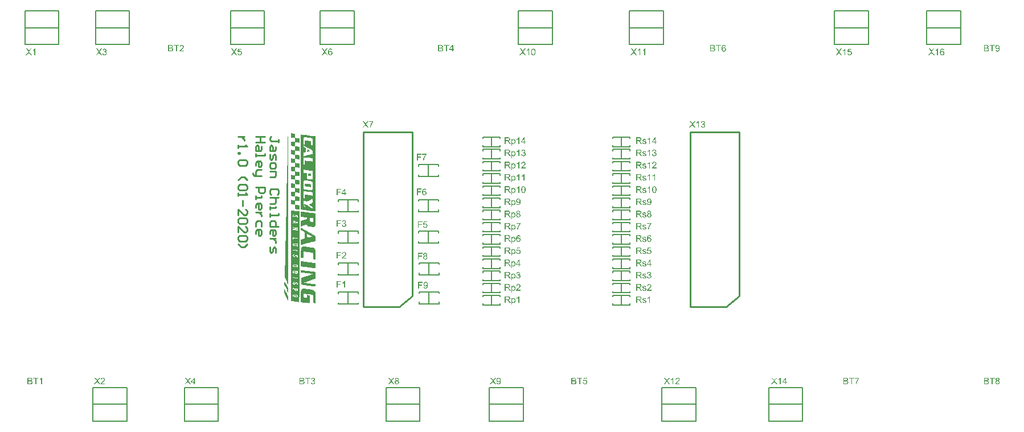
<source format=gbr>
%TF.GenerationSoftware,Altium Limited,Altium Designer,19.1.8 (144)*%
G04 Layer_Color=65535*
%FSLAX26Y26*%
%MOIN*%
%TF.FileFunction,Legend,Top*%
%TF.Part,Single*%
G01*
G75*
%TA.AperFunction,NonConductor*%
%ADD19C,0.010000*%
%ADD23C,0.007874*%
%ADD24C,0.005906*%
%ADD25C,0.009842*%
G36*
X1783943Y1782772D02*
X1787588D01*
X1788499D01*
X1789411Y1781861D01*
X1793056D01*
X1803992Y1780949D01*
Y1756344D01*
X1803080D01*
X1799435Y1757256D01*
X1794879D01*
X1791233Y1758167D01*
X1779386Y1759078D01*
Y1783683D01*
X1781209D01*
X1782120D01*
X1783943Y1782772D01*
D02*
G37*
G36*
X1813104Y1755433D02*
X1816750D01*
X1828597Y1753611D01*
Y1728094D01*
X1827685Y1729005D01*
X1826774D01*
X1824951D01*
X1822217Y1729917D01*
X1818572D01*
X1811282Y1730828D01*
X1807637D01*
X1804903D01*
Y1729005D01*
X1803992Y1725360D01*
Y1707134D01*
X1802169D01*
X1799435Y1708045D01*
X1795790D01*
X1792145Y1708957D01*
X1779386Y1709868D01*
Y1735384D01*
X1781209D01*
X1784854D01*
X1787588Y1734473D01*
X1791233D01*
X1792145D01*
X1793056D01*
X1797612Y1733562D01*
X1801258Y1732651D01*
X1802169D01*
X1803080D01*
X1803992Y1734473D01*
Y1756344D01*
X1804903D01*
X1806725D01*
X1810371D01*
X1813104Y1755433D01*
D02*
G37*
G36*
Y1706223D02*
X1816750D01*
X1817661D01*
X1818572D01*
X1823129Y1705312D01*
X1826774Y1704400D01*
X1827685D01*
X1828597D01*
Y1678884D01*
X1827685Y1680707D01*
X1825863D01*
X1823129D01*
X1819484Y1681618D01*
X1815838D01*
X1803992Y1682529D01*
X1804903Y1670682D01*
Y1657924D01*
X1816750Y1657013D01*
X1817661D01*
X1818572D01*
X1823129Y1656101D01*
X1826774Y1655190D01*
X1827685D01*
X1828597D01*
Y1633319D01*
X1827685Y1632408D01*
Y1631496D01*
X1825863D01*
X1823129Y1632408D01*
X1819484D01*
X1815838Y1633319D01*
X1814016D01*
X1810371D01*
X1805814Y1634230D01*
X1804903D01*
X1803992D01*
Y1609625D01*
X1803080D01*
X1801258D01*
X1798524Y1610536D01*
X1794879D01*
X1791233Y1611448D01*
X1779386Y1612359D01*
Y1636964D01*
X1780298D01*
X1781209D01*
X1783032Y1636053D01*
X1786677D01*
X1790322Y1635141D01*
X1797612Y1634230D01*
X1801258D01*
X1803992D01*
Y1656101D01*
X1803080Y1657013D01*
Y1657924D01*
X1801258D01*
X1798524Y1658835D01*
X1794879D01*
X1791233Y1659747D01*
X1789411D01*
X1785765Y1660658D01*
X1781209Y1661569D01*
X1780298D01*
X1779386D01*
Y1686174D01*
X1781209D01*
X1784854D01*
X1788499Y1685263D01*
X1792145D01*
X1793056D01*
X1793967D01*
X1798524Y1684352D01*
X1802169Y1683440D01*
X1803080D01*
X1803992D01*
Y1707134D01*
X1805814D01*
X1809459D01*
X1813104Y1706223D01*
D02*
G37*
G36*
Y1608714D02*
X1816750D01*
X1828597Y1606891D01*
Y1582286D01*
X1827685D01*
X1826774D01*
X1824040Y1583197D01*
X1821306D01*
X1816750Y1584109D01*
X1809459Y1585020D01*
X1806725Y1585931D01*
X1804903D01*
Y1584109D01*
X1803992Y1582286D01*
Y1560415D01*
X1802169D01*
X1798524Y1561326D01*
X1794879D01*
X1791233Y1562237D01*
X1779386Y1563149D01*
Y1588665D01*
X1781209D01*
X1784854D01*
X1787588Y1587754D01*
X1791233D01*
X1792145D01*
X1793056D01*
X1797612Y1586843D01*
X1801258Y1585931D01*
X1802169D01*
X1803080D01*
X1803992Y1587754D01*
Y1609625D01*
X1804903D01*
X1806725D01*
X1810371D01*
X1813104Y1608714D01*
D02*
G37*
G36*
X1807637Y1559504D02*
X1811282D01*
X1814927Y1558592D01*
X1822217Y1557681D01*
X1825863D01*
X1828597D01*
Y1533987D01*
X1827685D01*
X1826774D01*
X1824951D01*
X1819484Y1534899D01*
X1811282Y1535810D01*
X1804903Y1536721D01*
Y1534899D01*
X1803992Y1531253D01*
Y1512116D01*
X1802169D01*
X1798524Y1513027D01*
X1795790D01*
X1792145Y1513939D01*
X1790322D01*
X1786677D01*
X1783032Y1514850D01*
X1780298D01*
X1779386D01*
Y1539455D01*
X1781209D01*
X1784854D01*
X1788499Y1538544D01*
X1792145D01*
X1793056D01*
X1793967D01*
X1798524Y1537632D01*
X1802169Y1536721D01*
X1803080D01*
X1803992D01*
Y1560415D01*
X1804903D01*
X1805814D01*
X1807637Y1559504D01*
D02*
G37*
G36*
X1809459Y1511205D02*
X1813104D01*
X1816750Y1510293D01*
X1817661D01*
X1818572D01*
X1823129Y1509382D01*
X1826774Y1508471D01*
X1827685D01*
X1828597D01*
Y1484777D01*
X1827685D01*
X1826774D01*
X1823129D01*
X1820395Y1485688D01*
X1816750D01*
X1815838D01*
X1814927D01*
X1811282Y1486600D01*
X1806725D01*
X1805814Y1487511D01*
X1804903D01*
X1803992D01*
Y1462906D01*
X1815838Y1461995D01*
X1816750D01*
X1817661D01*
X1822217Y1461083D01*
X1825863D01*
X1826774Y1460172D01*
X1827685D01*
X1828597D01*
Y1435567D01*
X1827685D01*
X1823129D01*
X1820395Y1436478D01*
X1815838Y1437389D01*
X1811282Y1438301D01*
X1804903Y1439212D01*
X1803992D01*
Y1414607D01*
X1804903Y1413696D01*
X1805814D01*
X1806725D01*
X1810371D01*
X1816750Y1412784D01*
X1817661D01*
X1818572D01*
X1822217Y1411873D01*
X1826774D01*
X1827685D01*
X1828597D01*
Y1387268D01*
X1826774D01*
X1824040Y1388179D01*
X1820395D01*
X1816750Y1389091D01*
X1815838D01*
X1814927D01*
X1810371D01*
X1806725Y1390002D01*
X1804903D01*
X1803992D01*
Y1366308D01*
X1804903Y1365397D01*
X1806725D01*
X1810371Y1364485D01*
X1813104D01*
X1816750Y1363574D01*
X1828597Y1361752D01*
Y1338058D01*
X1827685D01*
X1825863D01*
X1824951D01*
X1822217Y1338969D01*
X1820395D01*
X1815838D01*
X1803992Y1340792D01*
Y1365397D01*
X1802169D01*
X1799435Y1366308D01*
X1795790D01*
X1792145Y1367219D01*
X1791233D01*
X1790322D01*
X1785765D01*
X1782120Y1368131D01*
X1780298D01*
X1779386D01*
Y1392736D01*
X1780298D01*
X1782120D01*
X1785765D01*
X1788499Y1391824D01*
X1792145D01*
X1793056D01*
X1793967D01*
X1797612Y1390913D01*
X1802169Y1390002D01*
X1803080D01*
X1803992D01*
Y1413696D01*
X1792145Y1415518D01*
X1791233D01*
X1790322D01*
X1785765D01*
X1782120Y1416429D01*
X1780298D01*
X1779386D01*
Y1441946D01*
X1780298D01*
X1782120D01*
X1785765D01*
X1788499Y1441035D01*
X1792145D01*
X1793056D01*
X1793967D01*
X1797612Y1440123D01*
X1802169Y1439212D01*
X1803080D01*
X1803992D01*
Y1462906D01*
X1792145Y1464728D01*
X1790322D01*
X1786677D01*
X1782120Y1465640D01*
X1781209D01*
X1780298D01*
X1779386D01*
Y1491156D01*
X1780298D01*
X1781209D01*
X1784854Y1490245D01*
X1787588D01*
X1792145Y1489333D01*
X1796701Y1488422D01*
X1803080Y1487511D01*
X1803992D01*
Y1512116D01*
X1805814D01*
X1809459Y1511205D01*
D02*
G37*
G36*
X1845000Y1775482D02*
X1850468D01*
X1857758Y1773659D01*
X1867783Y1772748D01*
X1880541Y1770925D01*
X1881452D01*
X1882363D01*
X1886920Y1770014D01*
X1894210Y1769103D01*
X1901501Y1768191D01*
X1908791D01*
X1916081Y1767280D01*
X1920638Y1766369D01*
X1922460D01*
X1924283D01*
Y1325300D01*
X1922460Y1326211D01*
X1921549D01*
X1919727D01*
X1916993Y1327122D01*
X1911525D01*
X1904235Y1328033D01*
X1893299Y1328945D01*
X1886920Y1329856D01*
X1879629Y1330767D01*
X1837710Y1336235D01*
Y1776393D01*
X1838621D01*
X1839532D01*
X1841355D01*
X1845000Y1775482D01*
D02*
G37*
G36*
X1844089Y1324388D02*
X1848645D01*
X1855936Y1322566D01*
X1866871Y1321654D01*
X1873250Y1320743D01*
X1880541Y1319832D01*
X1881452D01*
X1882363D01*
X1886920Y1318920D01*
X1893299Y1318009D01*
X1901501Y1317098D01*
X1908791Y1316187D01*
X1915170Y1315275D01*
X1920638D01*
X1921549Y1314364D01*
X1922460D01*
X1924283D01*
X1922460Y1279735D01*
Y1242371D01*
X1921549Y1240549D01*
X1919727Y1237815D01*
X1916993Y1235992D01*
X1916081D01*
X1912436Y1235081D01*
X1906968D01*
X1902412D01*
X1896944Y1235992D01*
X1896033D01*
X1895121D01*
X1889654Y1236903D01*
X1884186D01*
X1882363Y1237815D01*
X1880541D01*
X1879629Y1238726D01*
X1877807Y1240549D01*
X1875984Y1243283D01*
X1875073Y1247839D01*
Y1250573D01*
X1872339Y1249662D01*
X1870516Y1248750D01*
X1866871Y1247839D01*
X1862315Y1246016D01*
X1855936Y1244194D01*
X1855024D01*
X1853202Y1243283D01*
X1846823Y1240549D01*
X1840444Y1238726D01*
X1838621Y1237815D01*
X1837710D01*
Y1271533D01*
X1840444Y1272444D01*
X1842266Y1273355D01*
X1843177D01*
X1844089D01*
X1849556Y1275178D01*
X1850468D01*
X1852290D01*
X1855024Y1276089D01*
X1857758D01*
X1875073Y1281557D01*
Y1288848D01*
X1874162Y1289759D01*
X1872339D01*
X1869605Y1290670D01*
X1866871D01*
X1862315Y1291581D01*
X1855936Y1292493D01*
X1855024D01*
X1853202Y1293404D01*
X1847734Y1294315D01*
X1846823D01*
X1845000D01*
X1840444Y1295227D01*
X1839532D01*
X1838621D01*
X1837710D01*
Y1325300D01*
X1838621D01*
X1839532D01*
X1840444D01*
X1844089Y1324388D01*
D02*
G37*
G36*
X1839532Y1229613D02*
X1843177Y1227790D01*
X1845911Y1226879D01*
X1849556Y1224145D01*
X1854113Y1222323D01*
X1859581Y1218677D01*
X1865960Y1215032D01*
X1874162Y1210476D01*
X1883275Y1205008D01*
X1895121Y1198629D01*
X1906968Y1191338D01*
X1921549Y1183137D01*
X1924283Y1182225D01*
Y1152152D01*
X1886920Y1143040D01*
X1885097Y1142128D01*
X1881452Y1141217D01*
X1875073Y1140306D01*
X1867783Y1138483D01*
X1865960Y1137572D01*
X1862315Y1136660D01*
X1856847Y1135749D01*
X1851379Y1133927D01*
X1850468D01*
X1848645Y1133015D01*
X1846823Y1132104D01*
X1845000D01*
X1837710Y1130281D01*
Y1162177D01*
X1848645Y1165822D01*
X1849556D01*
X1850468D01*
X1854113Y1166733D01*
X1857758Y1167645D01*
X1859581Y1168556D01*
X1861403D01*
Y1203185D01*
X1848645Y1209564D01*
X1837710Y1215944D01*
Y1230524D01*
X1839532Y1229613D01*
D02*
G37*
G36*
X1861403Y1119346D02*
X1865960D01*
X1872339Y1118434D01*
X1879629Y1117523D01*
X1880541D01*
X1884186Y1116612D01*
X1887831D01*
X1893299Y1115700D01*
X1898767D01*
X1903323Y1114789D01*
X1906968Y1113878D01*
X1908791D01*
X1909702D01*
X1910614Y1112967D01*
X1915170Y1110233D01*
X1920638Y1105676D01*
X1924283Y1098386D01*
Y1045530D01*
X1922460D01*
X1921549D01*
X1918815D01*
X1915170D01*
X1909702Y1046442D01*
Y1078337D01*
X1908791Y1081071D01*
Y1081982D01*
X1907880Y1082894D01*
X1906057Y1083805D01*
X1905146D01*
X1903323Y1084716D01*
X1899678D01*
X1895121Y1085628D01*
X1888742Y1086539D01*
X1880541Y1087450D01*
X1855936Y1090184D01*
X1855024Y1089273D01*
X1854113D01*
X1853202Y1088361D01*
Y1052821D01*
X1852290D01*
X1851379D01*
X1848645D01*
X1845000Y1053732D01*
X1837710Y1054643D01*
Y1094741D01*
X1838621Y1100208D01*
Y1105676D01*
X1839532Y1110233D01*
X1840444Y1112967D01*
X1841355Y1113878D01*
X1842266Y1115700D01*
X1843177Y1116612D01*
X1845000Y1117523D01*
X1848645Y1119346D01*
X1854113Y1120257D01*
X1855024D01*
X1855936D01*
X1858669D01*
X1861403Y1119346D01*
D02*
G37*
G36*
X1841355Y1033684D02*
X1845000D01*
X1850468Y1032772D01*
X1858669Y1031861D01*
X1868694Y1030950D01*
X1882363Y1029127D01*
X1924283Y1023659D01*
Y993586D01*
X1922460D01*
X1921549D01*
X1920638D01*
X1916993Y994498D01*
X1912436D01*
X1905146Y995409D01*
X1894210Y997231D01*
X1887831Y998143D01*
X1880541Y999054D01*
X1878718D01*
X1874162Y999965D01*
X1866871Y1000877D01*
X1859581D01*
X1851379Y1001788D01*
X1845000Y1002699D01*
X1839532Y1003611D01*
X1838621D01*
X1837710D01*
Y1034595D01*
X1838621D01*
X1839532D01*
X1841355Y1033684D01*
D02*
G37*
G36*
X1762072Y1740852D02*
X1762983Y1730828D01*
Y954400D01*
X1762072Y940731D01*
Y899722D01*
X1761160Y900634D01*
Y902456D01*
X1759338Y905190D01*
X1757515Y908835D01*
X1755693Y913392D01*
X1752047Y920682D01*
X1742023Y941642D01*
X1752047Y1363574D01*
Y1373598D01*
X1752959Y1381800D01*
Y1415518D01*
X1753870Y1429188D01*
Y1444680D01*
X1754781Y1461995D01*
Y1479309D01*
X1755693Y1497535D01*
X1756604Y1535810D01*
X1757515Y1574996D01*
X1758427Y1614182D01*
X1759338Y1652456D01*
Y1687997D01*
X1760249Y1705312D01*
Y1719892D01*
X1761160Y1734473D01*
Y1759078D01*
X1762072Y1768191D01*
Y1740852D01*
D02*
G37*
G36*
X1845000Y980828D02*
X1849556D01*
X1856847Y979917D01*
X1866871Y979005D01*
X1880541Y977183D01*
X1881452D01*
X1882363D01*
X1886920Y976272D01*
X1894210Y975360D01*
X1901501Y974449D01*
X1908791Y973538D01*
X1916081Y972626D01*
X1920638Y971715D01*
X1922460D01*
X1924283Y970804D01*
Y931618D01*
X1917904Y929795D01*
X1916993D01*
X1915170D01*
X1911525Y928884D01*
X1910614D01*
X1907880Y927973D01*
X1904235Y926150D01*
X1898767Y924327D01*
X1897855Y923416D01*
X1894210Y922505D01*
X1888742Y920682D01*
X1884186Y918860D01*
X1883275Y917948D01*
X1879629Y917037D01*
X1874162Y915215D01*
X1869605Y913392D01*
X1868694Y912481D01*
X1865960Y911569D01*
X1858669Y909747D01*
X1857758D01*
X1856847Y908835D01*
X1855936D01*
X1856847Y907924D01*
X1859581D01*
X1863226Y907013D01*
X1869605Y906101D01*
X1877807Y905190D01*
X1888742Y904279D01*
X1890565D01*
X1894210Y903368D01*
X1899678Y902456D01*
X1906057Y901545D01*
X1912436D01*
X1917904Y900634D01*
X1921549Y899722D01*
X1923372D01*
X1924283Y898811D01*
Y889698D01*
X1923372Y887875D01*
X1922460Y886964D01*
X1921549D01*
X1920638D01*
X1916993Y887875D01*
X1916081D01*
X1913348D01*
X1907880D01*
X1900589Y888787D01*
X1898767D01*
X1894210Y889698D01*
X1887831Y890609D01*
X1880541Y892432D01*
X1838621Y896989D01*
Y936174D01*
X1874162Y948021D01*
X1875984D01*
X1879629Y949844D01*
X1885097Y951667D01*
X1890565Y954400D01*
X1892388D01*
X1895121Y956223D01*
X1899678Y957134D01*
X1903323Y958957D01*
X1904235D01*
X1906057D01*
X1907880Y959868D01*
X1906968D01*
X1904235Y960779D01*
X1899678D01*
X1893299Y961691D01*
X1885097Y962602D01*
X1874162Y964425D01*
X1872339D01*
X1868694Y965336D01*
X1863226D01*
X1857758Y966247D01*
X1851379Y967159D01*
X1845000Y968070D01*
X1841355D01*
X1838621Y968981D01*
X1837710D01*
Y981739D01*
X1838621D01*
X1839532D01*
X1841355D01*
X1845000Y980828D01*
D02*
G37*
G36*
X1742934Y916126D02*
X1744757Y913392D01*
X1745668Y912481D01*
X1747491Y908835D01*
X1749313Y904279D01*
X1752047Y897900D01*
X1762983Y876029D01*
Y854157D01*
X1762072Y853246D01*
Y852335D01*
X1761160Y853246D01*
Y855069D01*
X1759338Y857803D01*
X1757515Y861448D01*
X1755693Y866916D01*
X1752047Y874206D01*
X1741112Y896077D01*
Y909747D01*
X1742023Y913392D01*
Y917948D01*
X1742934Y916126D01*
D02*
G37*
G36*
X1742023Y872383D02*
X1742934Y870561D01*
X1743846Y867827D01*
X1745668Y864182D01*
X1748402Y858714D01*
X1752047Y851423D01*
X1762983Y827730D01*
Y805859D01*
X1762072Y804947D01*
Y804036D01*
X1761160Y804947D01*
Y806770D01*
X1759338Y809504D01*
X1757515Y814060D01*
X1754781Y819528D01*
X1751136Y826818D01*
X1740200Y851423D01*
Y861448D01*
X1741112Y865093D01*
Y873295D01*
X1742023Y872383D01*
D02*
G37*
G36*
X1790322Y1330767D02*
X1796701D01*
X1804903Y1328945D01*
X1814927Y1328033D01*
X1827685Y1326211D01*
X1828597D01*
Y828641D01*
X1827685Y820439D01*
Y795834D01*
X1826774D01*
X1824951D01*
X1822217D01*
X1817661Y796745D01*
X1811282Y797657D01*
X1803080Y798568D01*
X1792145Y800391D01*
X1780298Y802213D01*
X1779386D01*
Y1331679D01*
X1780298D01*
X1781209D01*
X1782120D01*
X1785765D01*
X1790322Y1330767D01*
D02*
G37*
G36*
X1872339Y872383D02*
X1880541Y871472D01*
X1881452D01*
X1884186Y870561D01*
X1887831D01*
X1892388Y869649D01*
X1896944Y868738D01*
X1901501D01*
X1904235Y867827D01*
X1906057D01*
X1906968D01*
X1907880Y866916D01*
X1911525Y865093D01*
X1916081Y862359D01*
X1920638Y857803D01*
Y856891D01*
X1921549Y855980D01*
X1922460Y852335D01*
Y851423D01*
X1923372Y850512D01*
Y844133D01*
X1924283Y837754D01*
Y788544D01*
X1922460D01*
X1921549D01*
X1919727D01*
X1916081Y789455D01*
X1909702Y790366D01*
Y834109D01*
X1908791Y835020D01*
X1907880Y835931D01*
X1906057Y837754D01*
X1905146D01*
X1904235D01*
X1902412D01*
X1899678Y838665D01*
X1895121Y839577D01*
X1888742Y840488D01*
X1880541Y841399D01*
X1879629D01*
X1876896D01*
X1873250Y842311D01*
X1868694D01*
X1864137Y843222D01*
X1860492D01*
X1856847Y844133D01*
X1855936D01*
X1855024D01*
X1853202Y842311D01*
X1852290Y841399D01*
Y827730D01*
X1853202Y825907D01*
X1854113Y824996D01*
X1855936Y823173D01*
X1856847Y822262D01*
X1860492Y821351D01*
X1865960Y820439D01*
X1875073D01*
Y835931D01*
X1875984D01*
X1876896D01*
X1878718D01*
X1883275Y835020D01*
X1888742Y834109D01*
Y792189D01*
X1887831Y789455D01*
Y788544D01*
X1886920D01*
X1885097D01*
X1881452Y789455D01*
X1877807D01*
X1871428Y790366D01*
X1863226Y791278D01*
X1862315D01*
X1859581D01*
X1855024Y792189D01*
X1850468D01*
X1845911Y793100D01*
X1842266D01*
X1839532Y794012D01*
X1837710D01*
Y856891D01*
X1838621Y861448D01*
Y863270D01*
X1839532Y864182D01*
X1841355Y867827D01*
X1845000Y870561D01*
X1851379Y873295D01*
X1852290D01*
X1854113D01*
X1856847D01*
X1860492D01*
X1865049D01*
X1872339Y872383D01*
D02*
G37*
G36*
X2572833Y1659188D02*
X2572778Y1659132D01*
X2572666Y1659022D01*
X2572445Y1658800D01*
X2572222Y1658466D01*
X2571890Y1658078D01*
X2571445Y1657634D01*
X2571001Y1657079D01*
X2570502Y1656413D01*
X2570003Y1655747D01*
X2569392Y1654970D01*
X2568782Y1654082D01*
X2568171Y1653194D01*
X2567505Y1652195D01*
X2566839Y1651140D01*
X2566173Y1649975D01*
X2565507Y1648810D01*
X2565452Y1648754D01*
X2565340Y1648532D01*
X2565174Y1648199D01*
X2564896Y1647699D01*
X2564619Y1647089D01*
X2564286Y1646423D01*
X2563898Y1645646D01*
X2563509Y1644758D01*
X2563065Y1643759D01*
X2562566Y1642760D01*
X2562122Y1641650D01*
X2561677Y1640485D01*
X2560789Y1638098D01*
X2559957Y1635545D01*
Y1635489D01*
X2559901Y1635323D01*
X2559846Y1635045D01*
X2559735Y1634713D01*
X2559624Y1634268D01*
X2559513Y1633714D01*
X2559347Y1633103D01*
X2559235Y1632437D01*
X2559069Y1631660D01*
X2558903Y1630828D01*
X2558625Y1629052D01*
X2558347Y1627109D01*
X2558181Y1625000D01*
X2553352D01*
Y1625055D01*
Y1625222D01*
Y1625444D01*
X2553408Y1625777D01*
Y1626221D01*
X2553463Y1626776D01*
X2553519Y1627387D01*
X2553575Y1628053D01*
X2553686Y1628830D01*
X2553796Y1629607D01*
X2553963Y1630550D01*
X2554130Y1631494D01*
X2554296Y1632493D01*
X2554518Y1633602D01*
X2555073Y1635878D01*
Y1635934D01*
X2555128Y1636156D01*
X2555240Y1636488D01*
X2555406Y1636988D01*
X2555573Y1637543D01*
X2555794Y1638209D01*
X2556017Y1638986D01*
X2556349Y1639819D01*
X2556682Y1640762D01*
X2557015Y1641706D01*
X2557848Y1643814D01*
X2558847Y1646034D01*
X2559957Y1648255D01*
X2560012Y1648310D01*
X2560124Y1648532D01*
X2560290Y1648810D01*
X2560512Y1649254D01*
X2560789Y1649753D01*
X2561178Y1650363D01*
X2561566Y1651030D01*
X2562010Y1651751D01*
X2563065Y1653361D01*
X2564175Y1655025D01*
X2565452Y1656746D01*
X2566784Y1658355D01*
X2547969D01*
Y1662907D01*
X2572833D01*
Y1659188D01*
D02*
G37*
G36*
X2542974Y1658855D02*
X2522106D01*
Y1646978D01*
X2540144D01*
Y1642427D01*
X2522106D01*
Y1625000D01*
X2517000D01*
Y1663406D01*
X2542974D01*
Y1658855D01*
D02*
G37*
G36*
X5899177Y347831D02*
X5886523D01*
Y313976D01*
X5881417D01*
Y347831D01*
X5868763D01*
Y352382D01*
X5899177D01*
Y347831D01*
D02*
G37*
G36*
X5851114Y352327D02*
X5851558D01*
X5852557Y352216D01*
X5853667Y352105D01*
X5854833Y351883D01*
X5855998Y351605D01*
X5857053Y351217D01*
X5857108D01*
X5857164Y351161D01*
X5857497Y350995D01*
X5857996Y350717D01*
X5858551Y350329D01*
X5859217Y349829D01*
X5859939Y349219D01*
X5860605Y348442D01*
X5861215Y347609D01*
X5861271Y347498D01*
X5861437Y347165D01*
X5861715Y346721D01*
X5861992Y346055D01*
X5862270Y345278D01*
X5862547Y344446D01*
X5862714Y343502D01*
X5862769Y342559D01*
Y342448D01*
Y342170D01*
X5862714Y341671D01*
X5862603Y341060D01*
X5862436Y340339D01*
X5862159Y339562D01*
X5861826Y338785D01*
X5861382Y337952D01*
X5861326Y337841D01*
X5861160Y337619D01*
X5860827Y337175D01*
X5860383Y336731D01*
X5859828Y336176D01*
X5859162Y335566D01*
X5858329Y335011D01*
X5857386Y334456D01*
X5857441D01*
X5857552Y334400D01*
X5857719Y334345D01*
X5857941Y334234D01*
X5858607Y334012D01*
X5859384Y333623D01*
X5860216Y333124D01*
X5861160Y332513D01*
X5861992Y331792D01*
X5862769Y330904D01*
X5862825Y330793D01*
X5863047Y330460D01*
X5863380Y329960D01*
X5863713Y329294D01*
X5864046Y328406D01*
X5864379Y327463D01*
X5864601Y326353D01*
X5864656Y325132D01*
Y325076D01*
Y325021D01*
Y324688D01*
X5864601Y324133D01*
X5864490Y323467D01*
X5864379Y322690D01*
X5864157Y321857D01*
X5863879Y320969D01*
X5863491Y320081D01*
X5863435Y319970D01*
X5863269Y319693D01*
X5863047Y319304D01*
X5862714Y318749D01*
X5862270Y318194D01*
X5861826Y317584D01*
X5861271Y316973D01*
X5860660Y316474D01*
X5860605Y316418D01*
X5860383Y316252D01*
X5859994Y316030D01*
X5859495Y315808D01*
X5858884Y315475D01*
X5858163Y315142D01*
X5857386Y314864D01*
X5856442Y314587D01*
X5856331D01*
X5855998Y314476D01*
X5855443Y314420D01*
X5854722Y314309D01*
X5853834Y314198D01*
X5852779Y314087D01*
X5851614Y314032D01*
X5850282Y313976D01*
X5835630D01*
Y352382D01*
X5850726D01*
X5851114Y352327D01*
D02*
G37*
G36*
X5915827Y352493D02*
X5916271Y352438D01*
X5916771Y352382D01*
X5917326Y352327D01*
X5917881Y352160D01*
X5919213Y351827D01*
X5920545Y351328D01*
X5921211Y350995D01*
X5921877Y350606D01*
X5922487Y350107D01*
X5923098Y349607D01*
X5923153Y349552D01*
X5923209Y349496D01*
X5923375Y349330D01*
X5923597Y349108D01*
X5923819Y348775D01*
X5924097Y348442D01*
X5924652Y347609D01*
X5925207Y346555D01*
X5925706Y345334D01*
X5926095Y343946D01*
X5926150Y343225D01*
X5926206Y342448D01*
Y342392D01*
Y342337D01*
Y342004D01*
X5926150Y341504D01*
X5926039Y340894D01*
X5925873Y340117D01*
X5925595Y339340D01*
X5925262Y338563D01*
X5924763Y337786D01*
X5924707Y337675D01*
X5924485Y337453D01*
X5924152Y337120D01*
X5923708Y336676D01*
X5923098Y336176D01*
X5922376Y335677D01*
X5921544Y335177D01*
X5920545Y334733D01*
X5920600D01*
X5920711Y334678D01*
X5920878Y334622D01*
X5921100Y334511D01*
X5921766Y334234D01*
X5922543Y333845D01*
X5923375Y333290D01*
X5924263Y332680D01*
X5925096Y331903D01*
X5925873Y331015D01*
Y330959D01*
X5925928Y330904D01*
X5926150Y330571D01*
X5926483Y330016D01*
X5926816Y329294D01*
X5927149Y328406D01*
X5927482Y327352D01*
X5927704Y326186D01*
X5927760Y324910D01*
Y324854D01*
Y324688D01*
Y324410D01*
X5927704Y324077D01*
X5927649Y323689D01*
X5927593Y323189D01*
X5927482Y322634D01*
X5927316Y322024D01*
X5926927Y320747D01*
X5926650Y320026D01*
X5926261Y319360D01*
X5925873Y318638D01*
X5925429Y317972D01*
X5924874Y317306D01*
X5924263Y316640D01*
X5924208Y316585D01*
X5924097Y316474D01*
X5923930Y316307D01*
X5923653Y316141D01*
X5923264Y315863D01*
X5922876Y315586D01*
X5922376Y315308D01*
X5921821Y314975D01*
X5921211Y314642D01*
X5920489Y314365D01*
X5919712Y314087D01*
X5918935Y313810D01*
X5918047Y313643D01*
X5917104Y313477D01*
X5916160Y313366D01*
X5915106Y313310D01*
X5914551D01*
X5914162Y313366D01*
X5913663Y313421D01*
X5913108Y313477D01*
X5912497Y313588D01*
X5911831Y313754D01*
X5910333Y314143D01*
X5909556Y314420D01*
X5908834Y314698D01*
X5908057Y315086D01*
X5907280Y315530D01*
X5906559Y316030D01*
X5905893Y316640D01*
X5905837Y316696D01*
X5905726Y316807D01*
X5905560Y316973D01*
X5905338Y317251D01*
X5905116Y317584D01*
X5904783Y317972D01*
X5904505Y318416D01*
X5904172Y318971D01*
X5903839Y319526D01*
X5903562Y320192D01*
X5903007Y321580D01*
X5902785Y322412D01*
X5902618Y323245D01*
X5902507Y324133D01*
X5902452Y325021D01*
Y325076D01*
Y325187D01*
Y325409D01*
X5902507Y325631D01*
Y325964D01*
X5902563Y326353D01*
X5902674Y327241D01*
X5902896Y328240D01*
X5903229Y329239D01*
X5903728Y330293D01*
X5904339Y331292D01*
Y331348D01*
X5904450Y331403D01*
X5904672Y331681D01*
X5905116Y332125D01*
X5905726Y332680D01*
X5906503Y333235D01*
X5907447Y333845D01*
X5908501Y334345D01*
X5909778Y334733D01*
X5909722D01*
X5909667Y334789D01*
X5909500Y334844D01*
X5909278Y334955D01*
X5908779Y335177D01*
X5908113Y335510D01*
X5907391Y335954D01*
X5906670Y336509D01*
X5906004Y337120D01*
X5905393Y337786D01*
X5905338Y337897D01*
X5905171Y338119D01*
X5904949Y338563D01*
X5904727Y339118D01*
X5904450Y339839D01*
X5904228Y340672D01*
X5904061Y341615D01*
X5904006Y342614D01*
Y342670D01*
Y342781D01*
Y343003D01*
X5904061Y343336D01*
X5904117Y343669D01*
X5904172Y344113D01*
X5904394Y345056D01*
X5904727Y346166D01*
X5905282Y347332D01*
X5905615Y347942D01*
X5906004Y348553D01*
X5906503Y349108D01*
X5907003Y349663D01*
X5907058Y349718D01*
X5907169Y349774D01*
X5907336Y349940D01*
X5907558Y350107D01*
X5907835Y350329D01*
X5908224Y350551D01*
X5908668Y350828D01*
X5909112Y351106D01*
X5909667Y351383D01*
X5910277Y351661D01*
X5910943Y351883D01*
X5911665Y352105D01*
X5913219Y352438D01*
X5914107Y352493D01*
X5914995Y352549D01*
X5915494D01*
X5915827Y352493D01*
D02*
G37*
G36*
X5915217Y2301312D02*
X5915494D01*
X5915883Y2301257D01*
X5916826Y2301090D01*
X5917881Y2300868D01*
X5919046Y2300480D01*
X5920212Y2299980D01*
X5921377Y2299314D01*
X5921433D01*
X5921488Y2299203D01*
X5921655Y2299092D01*
X5921877Y2298926D01*
X5922432Y2298482D01*
X5923153Y2297871D01*
X5923875Y2297039D01*
X5924707Y2296040D01*
X5925429Y2294874D01*
X5926095Y2293542D01*
Y2293487D01*
X5926150Y2293376D01*
X5926261Y2293154D01*
X5926372Y2292876D01*
X5926483Y2292488D01*
X5926650Y2291988D01*
X5926761Y2291433D01*
X5926927Y2290823D01*
X5927094Y2290101D01*
X5927260Y2289269D01*
X5927371Y2288381D01*
X5927482Y2287437D01*
X5927593Y2286383D01*
X5927704Y2285273D01*
X5927760Y2284052D01*
Y2282775D01*
Y2282720D01*
Y2282442D01*
Y2282054D01*
Y2281554D01*
X5927704Y2280944D01*
Y2280222D01*
X5927649Y2279390D01*
X5927538Y2278557D01*
X5927371Y2276670D01*
X5927094Y2274672D01*
X5926705Y2272785D01*
X5926428Y2271842D01*
X5926150Y2271009D01*
Y2270954D01*
X5926095Y2270843D01*
X5925984Y2270621D01*
X5925873Y2270288D01*
X5925706Y2269955D01*
X5925484Y2269511D01*
X5924929Y2268567D01*
X5924263Y2267513D01*
X5923486Y2266403D01*
X5922487Y2265348D01*
X5921377Y2264405D01*
X5921322D01*
X5921211Y2264294D01*
X5921044Y2264183D01*
X5920822Y2264072D01*
X5920489Y2263905D01*
X5920156Y2263683D01*
X5919712Y2263461D01*
X5919268Y2263295D01*
X5918214Y2262851D01*
X5916937Y2262462D01*
X5915550Y2262240D01*
X5913996Y2262129D01*
X5913552D01*
X5913274Y2262185D01*
X5912886D01*
X5912442Y2262240D01*
X5911387Y2262462D01*
X5910222Y2262740D01*
X5909001Y2263184D01*
X5907780Y2263794D01*
X5907169Y2264183D01*
X5906614Y2264627D01*
X5906559Y2264682D01*
X5906503Y2264738D01*
X5906337Y2264904D01*
X5906170Y2265071D01*
X5905948Y2265348D01*
X5905671Y2265681D01*
X5905116Y2266458D01*
X5904561Y2267457D01*
X5904006Y2268678D01*
X5903562Y2270066D01*
X5903229Y2271675D01*
X5907780Y2272064D01*
Y2272008D01*
X5907835Y2271897D01*
Y2271786D01*
X5907891Y2271564D01*
X5908057Y2270954D01*
X5908279Y2270288D01*
X5908557Y2269511D01*
X5908945Y2268734D01*
X5909389Y2268012D01*
X5909944Y2267402D01*
X5910000Y2267346D01*
X5910222Y2267180D01*
X5910610Y2266958D01*
X5911054Y2266736D01*
X5911665Y2266458D01*
X5912386Y2266236D01*
X5913219Y2266070D01*
X5914107Y2266014D01*
X5914495D01*
X5914884Y2266070D01*
X5915383Y2266125D01*
X5915994Y2266236D01*
X5916604Y2266403D01*
X5917270Y2266625D01*
X5917881Y2266958D01*
X5917936Y2267013D01*
X5918158Y2267124D01*
X5918491Y2267346D01*
X5918824Y2267679D01*
X5919268Y2268068D01*
X5919712Y2268512D01*
X5920156Y2269011D01*
X5920600Y2269622D01*
X5920656Y2269677D01*
X5920767Y2269955D01*
X5920989Y2270343D01*
X5921211Y2270843D01*
X5921488Y2271509D01*
X5921766Y2272286D01*
X5922043Y2273174D01*
X5922321Y2274173D01*
Y2274228D01*
X5922376Y2274284D01*
Y2274450D01*
X5922432Y2274672D01*
X5922543Y2275227D01*
X5922709Y2275949D01*
X5922820Y2276837D01*
X5922931Y2277780D01*
X5922987Y2278835D01*
X5923042Y2279945D01*
Y2280000D01*
Y2280167D01*
Y2280444D01*
Y2280888D01*
X5922987Y2280777D01*
X5922765Y2280500D01*
X5922432Y2280111D01*
X5922043Y2279556D01*
X5921488Y2279001D01*
X5920822Y2278391D01*
X5920045Y2277780D01*
X5919157Y2277225D01*
X5919046Y2277170D01*
X5918713Y2277003D01*
X5918214Y2276781D01*
X5917603Y2276559D01*
X5916771Y2276282D01*
X5915883Y2276060D01*
X5914884Y2275893D01*
X5913829Y2275838D01*
X5913385D01*
X5913052Y2275893D01*
X5912608Y2275949D01*
X5912164Y2276004D01*
X5911609Y2276115D01*
X5911054Y2276282D01*
X5909778Y2276670D01*
X5909112Y2276948D01*
X5908446Y2277281D01*
X5907724Y2277669D01*
X5907058Y2278169D01*
X5906392Y2278668D01*
X5905782Y2279279D01*
X5905726Y2279334D01*
X5905615Y2279445D01*
X5905504Y2279612D01*
X5905282Y2279889D01*
X5905005Y2280278D01*
X5904727Y2280666D01*
X5904450Y2281166D01*
X5904172Y2281721D01*
X5903839Y2282331D01*
X5903562Y2282997D01*
X5903284Y2283774D01*
X5903007Y2284551D01*
X5902785Y2285439D01*
X5902674Y2286383D01*
X5902563Y2287326D01*
X5902507Y2288381D01*
Y2288436D01*
Y2288658D01*
Y2288936D01*
X5902563Y2289324D01*
X5902618Y2289824D01*
X5902674Y2290434D01*
X5902785Y2291045D01*
X5902951Y2291766D01*
X5903340Y2293209D01*
X5903617Y2293986D01*
X5903950Y2294819D01*
X5904339Y2295596D01*
X5904838Y2296317D01*
X5905338Y2297094D01*
X5905948Y2297760D01*
X5906004Y2297816D01*
X5906115Y2297927D01*
X5906281Y2298093D01*
X5906559Y2298315D01*
X5906892Y2298593D01*
X5907336Y2298926D01*
X5907780Y2299203D01*
X5908335Y2299592D01*
X5908890Y2299925D01*
X5909556Y2300202D01*
X5911054Y2300813D01*
X5911831Y2301035D01*
X5912719Y2301201D01*
X5913607Y2301312D01*
X5914551Y2301368D01*
X5914939D01*
X5915217Y2301312D01*
D02*
G37*
G36*
X5899177Y2296650D02*
X5886523D01*
Y2262795D01*
X5881417D01*
Y2296650D01*
X5868763D01*
Y2301201D01*
X5899177D01*
Y2296650D01*
D02*
G37*
G36*
X5851114Y2301146D02*
X5851558D01*
X5852557Y2301035D01*
X5853667Y2300924D01*
X5854833Y2300702D01*
X5855998Y2300424D01*
X5857053Y2300036D01*
X5857108D01*
X5857164Y2299980D01*
X5857497Y2299814D01*
X5857996Y2299536D01*
X5858551Y2299148D01*
X5859217Y2298648D01*
X5859939Y2298038D01*
X5860605Y2297261D01*
X5861215Y2296428D01*
X5861271Y2296317D01*
X5861437Y2295984D01*
X5861715Y2295540D01*
X5861992Y2294874D01*
X5862270Y2294097D01*
X5862547Y2293265D01*
X5862714Y2292321D01*
X5862769Y2291378D01*
Y2291267D01*
Y2290989D01*
X5862714Y2290490D01*
X5862603Y2289879D01*
X5862436Y2289158D01*
X5862159Y2288381D01*
X5861826Y2287604D01*
X5861382Y2286771D01*
X5861326Y2286660D01*
X5861160Y2286438D01*
X5860827Y2285994D01*
X5860383Y2285550D01*
X5859828Y2284995D01*
X5859162Y2284385D01*
X5858329Y2283830D01*
X5857386Y2283275D01*
X5857441D01*
X5857552Y2283219D01*
X5857719Y2283164D01*
X5857941Y2283053D01*
X5858607Y2282831D01*
X5859384Y2282442D01*
X5860216Y2281943D01*
X5861160Y2281332D01*
X5861992Y2280611D01*
X5862769Y2279723D01*
X5862825Y2279612D01*
X5863047Y2279279D01*
X5863380Y2278779D01*
X5863713Y2278113D01*
X5864046Y2277225D01*
X5864379Y2276282D01*
X5864601Y2275172D01*
X5864656Y2273951D01*
Y2273895D01*
Y2273840D01*
Y2273507D01*
X5864601Y2272952D01*
X5864490Y2272286D01*
X5864379Y2271509D01*
X5864157Y2270676D01*
X5863879Y2269788D01*
X5863491Y2268900D01*
X5863435Y2268789D01*
X5863269Y2268512D01*
X5863047Y2268123D01*
X5862714Y2267568D01*
X5862270Y2267013D01*
X5861826Y2266403D01*
X5861271Y2265792D01*
X5860660Y2265293D01*
X5860605Y2265237D01*
X5860383Y2265071D01*
X5859994Y2264849D01*
X5859495Y2264627D01*
X5858884Y2264294D01*
X5858163Y2263961D01*
X5857386Y2263683D01*
X5856442Y2263406D01*
X5856331D01*
X5855998Y2263295D01*
X5855443Y2263239D01*
X5854722Y2263128D01*
X5853834Y2263017D01*
X5852779Y2262906D01*
X5851614Y2262851D01*
X5850282Y2262795D01*
X5835630D01*
Y2301201D01*
X5850726D01*
X5851114Y2301146D01*
D02*
G37*
G36*
X5104870Y348164D02*
X5104814Y348109D01*
X5104703Y347998D01*
X5104481Y347776D01*
X5104259Y347443D01*
X5103926Y347054D01*
X5103482Y346610D01*
X5103038Y346055D01*
X5102539Y345389D01*
X5102039Y344723D01*
X5101429Y343946D01*
X5100818Y343058D01*
X5100208Y342170D01*
X5099542Y341171D01*
X5098876Y340117D01*
X5098210Y338951D01*
X5097544Y337786D01*
X5097488Y337730D01*
X5097377Y337508D01*
X5097211Y337175D01*
X5096933Y336676D01*
X5096656Y336065D01*
X5096323Y335399D01*
X5095934Y334622D01*
X5095546Y333734D01*
X5095102Y332735D01*
X5094602Y331736D01*
X5094158Y330626D01*
X5093714Y329461D01*
X5092826Y327074D01*
X5091994Y324521D01*
Y324466D01*
X5091938Y324299D01*
X5091883Y324022D01*
X5091772Y323689D01*
X5091661Y323245D01*
X5091550Y322690D01*
X5091383Y322079D01*
X5091272Y321413D01*
X5091106Y320636D01*
X5090939Y319804D01*
X5090662Y318028D01*
X5090384Y316085D01*
X5090218Y313976D01*
X5085389D01*
Y314032D01*
Y314198D01*
Y314420D01*
X5085445Y314753D01*
Y315197D01*
X5085500Y315752D01*
X5085556Y316363D01*
X5085611Y317029D01*
X5085722Y317806D01*
X5085833Y318583D01*
X5086000Y319526D01*
X5086166Y320470D01*
X5086333Y321469D01*
X5086555Y322579D01*
X5087110Y324854D01*
Y324910D01*
X5087165Y325132D01*
X5087276Y325465D01*
X5087443Y325964D01*
X5087609Y326519D01*
X5087831Y327185D01*
X5088053Y327962D01*
X5088386Y328795D01*
X5088719Y329738D01*
X5089052Y330682D01*
X5089885Y332791D01*
X5090884Y335011D01*
X5091994Y337231D01*
X5092049Y337286D01*
X5092160Y337508D01*
X5092327Y337786D01*
X5092549Y338230D01*
X5092826Y338729D01*
X5093215Y339340D01*
X5093603Y340006D01*
X5094047Y340727D01*
X5095102Y342337D01*
X5096212Y344002D01*
X5097488Y345722D01*
X5098820Y347332D01*
X5080006D01*
Y351883D01*
X5104870D01*
Y348164D01*
D02*
G37*
G36*
X5076343Y347831D02*
X5063689D01*
Y313976D01*
X5058583D01*
Y347831D01*
X5045929D01*
Y352382D01*
X5076343D01*
Y347831D01*
D02*
G37*
G36*
X5028280Y352327D02*
X5028724D01*
X5029723Y352216D01*
X5030833Y352105D01*
X5031998Y351883D01*
X5033164Y351605D01*
X5034218Y351217D01*
X5034274D01*
X5034329Y351161D01*
X5034662Y350995D01*
X5035162Y350717D01*
X5035717Y350329D01*
X5036383Y349829D01*
X5037104Y349219D01*
X5037770Y348442D01*
X5038381Y347609D01*
X5038436Y347498D01*
X5038603Y347165D01*
X5038880Y346721D01*
X5039158Y346055D01*
X5039435Y345278D01*
X5039713Y344446D01*
X5039879Y343502D01*
X5039935Y342559D01*
Y342448D01*
Y342170D01*
X5039879Y341671D01*
X5039768Y341060D01*
X5039602Y340339D01*
X5039324Y339562D01*
X5038991Y338785D01*
X5038547Y337952D01*
X5038492Y337841D01*
X5038325Y337619D01*
X5037992Y337175D01*
X5037548Y336731D01*
X5036993Y336176D01*
X5036327Y335566D01*
X5035495Y335011D01*
X5034551Y334456D01*
X5034607D01*
X5034718Y334400D01*
X5034884Y334345D01*
X5035106Y334234D01*
X5035772Y334012D01*
X5036549Y333623D01*
X5037382Y333124D01*
X5038325Y332513D01*
X5039158Y331792D01*
X5039935Y330904D01*
X5039990Y330793D01*
X5040212Y330460D01*
X5040545Y329960D01*
X5040878Y329294D01*
X5041211Y328406D01*
X5041544Y327463D01*
X5041766Y326353D01*
X5041822Y325132D01*
Y325076D01*
Y325021D01*
Y324688D01*
X5041766Y324133D01*
X5041655Y323467D01*
X5041544Y322690D01*
X5041322Y321857D01*
X5041045Y320969D01*
X5040656Y320081D01*
X5040601Y319970D01*
X5040434Y319693D01*
X5040212Y319304D01*
X5039879Y318749D01*
X5039435Y318194D01*
X5038991Y317584D01*
X5038436Y316973D01*
X5037826Y316474D01*
X5037770Y316418D01*
X5037548Y316252D01*
X5037160Y316030D01*
X5036660Y315808D01*
X5036050Y315475D01*
X5035328Y315142D01*
X5034551Y314864D01*
X5033608Y314587D01*
X5033497D01*
X5033164Y314476D01*
X5032609Y314420D01*
X5031887Y314309D01*
X5030999Y314198D01*
X5029945Y314087D01*
X5028779Y314032D01*
X5027447Y313976D01*
X5012795D01*
Y352382D01*
X5027891D01*
X5028280Y352327D01*
D02*
G37*
G36*
X4314520Y2301312D02*
X4314908D01*
X4315352Y2301257D01*
X4316407Y2301035D01*
X4317572Y2300757D01*
X4318793Y2300313D01*
X4320014Y2299647D01*
X4320625Y2299259D01*
X4321180Y2298815D01*
X4321235Y2298759D01*
X4321291Y2298704D01*
X4321457Y2298537D01*
X4321624Y2298371D01*
X4321901Y2298093D01*
X4322123Y2297760D01*
X4322734Y2296983D01*
X4323344Y2295984D01*
X4323899Y2294763D01*
X4324399Y2293376D01*
X4324732Y2291822D01*
X4320014Y2291433D01*
Y2291489D01*
X4319959Y2291544D01*
X4319903Y2291877D01*
X4319737Y2292377D01*
X4319515Y2292987D01*
X4319293Y2293653D01*
X4318960Y2294319D01*
X4318571Y2294930D01*
X4318183Y2295429D01*
X4318072Y2295540D01*
X4317850Y2295762D01*
X4317461Y2296095D01*
X4316906Y2296484D01*
X4316185Y2296817D01*
X4315408Y2297150D01*
X4314464Y2297372D01*
X4313465Y2297483D01*
X4313077D01*
X4312633Y2297427D01*
X4312133Y2297316D01*
X4311467Y2297150D01*
X4310801Y2296928D01*
X4310135Y2296650D01*
X4309469Y2296206D01*
X4309358Y2296151D01*
X4309081Y2295929D01*
X4308692Y2295540D01*
X4308193Y2294985D01*
X4307638Y2294319D01*
X4307027Y2293542D01*
X4306472Y2292543D01*
X4305917Y2291433D01*
Y2291378D01*
X4305862Y2291267D01*
X4305806Y2291100D01*
X4305695Y2290878D01*
X4305640Y2290545D01*
X4305529Y2290157D01*
X4305418Y2289713D01*
X4305307Y2289158D01*
X4305140Y2288547D01*
X4305029Y2287881D01*
X4304918Y2287160D01*
X4304863Y2286383D01*
X4304752Y2285495D01*
X4304696Y2284607D01*
X4304641Y2283608D01*
Y2282609D01*
X4304696Y2282664D01*
X4304918Y2282997D01*
X4305307Y2283441D01*
X4305806Y2283996D01*
X4306361Y2284662D01*
X4307083Y2285273D01*
X4307860Y2285883D01*
X4308748Y2286438D01*
X4308803D01*
X4308859Y2286494D01*
X4309192Y2286660D01*
X4309691Y2286827D01*
X4310357Y2287104D01*
X4311134Y2287326D01*
X4312022Y2287493D01*
X4312966Y2287659D01*
X4313965Y2287715D01*
X4314409D01*
X4314742Y2287659D01*
X4315186Y2287604D01*
X4315630Y2287548D01*
X4316185Y2287437D01*
X4316740Y2287271D01*
X4318016Y2286882D01*
X4318682Y2286605D01*
X4319348Y2286216D01*
X4320014Y2285828D01*
X4320736Y2285384D01*
X4321402Y2284829D01*
X4322012Y2284218D01*
X4322068Y2284163D01*
X4322179Y2284052D01*
X4322345Y2283885D01*
X4322512Y2283608D01*
X4322789Y2283219D01*
X4323067Y2282831D01*
X4323344Y2282331D01*
X4323677Y2281776D01*
X4324010Y2281166D01*
X4324288Y2280500D01*
X4324565Y2279723D01*
X4324843Y2278946D01*
X4325009Y2278113D01*
X4325176Y2277170D01*
X4325287Y2276226D01*
X4325342Y2275227D01*
Y2275172D01*
Y2275061D01*
Y2274894D01*
Y2274617D01*
X4325287Y2274284D01*
Y2273951D01*
X4325120Y2273063D01*
X4324954Y2272008D01*
X4324676Y2270898D01*
X4324288Y2269677D01*
X4323733Y2268512D01*
Y2268456D01*
X4323677Y2268401D01*
X4323566Y2268234D01*
X4323455Y2268012D01*
X4323122Y2267457D01*
X4322623Y2266736D01*
X4322012Y2265959D01*
X4321291Y2265182D01*
X4320403Y2264405D01*
X4319459Y2263739D01*
X4319404D01*
X4319348Y2263683D01*
X4319182Y2263572D01*
X4318960Y2263517D01*
X4318405Y2263239D01*
X4317683Y2262962D01*
X4316740Y2262629D01*
X4315685Y2262407D01*
X4314520Y2262185D01*
X4313243Y2262129D01*
X4312966D01*
X4312688Y2262185D01*
X4312244D01*
X4311745Y2262240D01*
X4311190Y2262351D01*
X4310524Y2262518D01*
X4309858Y2262684D01*
X4309081Y2262906D01*
X4308304Y2263184D01*
X4307527Y2263517D01*
X4306694Y2263961D01*
X4305917Y2264460D01*
X4305140Y2265015D01*
X4304363Y2265681D01*
X4303642Y2266458D01*
X4303586Y2266514D01*
X4303475Y2266680D01*
X4303309Y2266902D01*
X4303087Y2267291D01*
X4302754Y2267790D01*
X4302476Y2268345D01*
X4302143Y2269067D01*
X4301810Y2269844D01*
X4301422Y2270787D01*
X4301089Y2271842D01*
X4300811Y2273007D01*
X4300534Y2274284D01*
X4300256Y2275727D01*
X4300090Y2277281D01*
X4299979Y2278946D01*
X4299923Y2280722D01*
Y2280777D01*
Y2280833D01*
Y2280999D01*
Y2281221D01*
X4299979Y2281776D01*
Y2282553D01*
X4300034Y2283441D01*
X4300145Y2284496D01*
X4300256Y2285661D01*
X4300423Y2286938D01*
X4300645Y2288214D01*
X4300922Y2289602D01*
X4301255Y2290934D01*
X4301644Y2292266D01*
X4302143Y2293542D01*
X4302698Y2294763D01*
X4303309Y2295929D01*
X4304030Y2296928D01*
X4304086Y2296983D01*
X4304197Y2297094D01*
X4304419Y2297316D01*
X4304696Y2297649D01*
X4305029Y2297982D01*
X4305473Y2298315D01*
X4306028Y2298759D01*
X4306583Y2299148D01*
X4307249Y2299536D01*
X4307971Y2299980D01*
X4308803Y2300313D01*
X4309636Y2300702D01*
X4310579Y2300979D01*
X4311578Y2301201D01*
X4312633Y2301312D01*
X4313743Y2301368D01*
X4314187D01*
X4314520Y2301312D01*
D02*
G37*
G36*
X4296815Y2296650D02*
X4284161D01*
Y2262795D01*
X4279055D01*
Y2296650D01*
X4266401D01*
Y2301201D01*
X4296815D01*
Y2296650D01*
D02*
G37*
G36*
X4248752Y2301146D02*
X4249196D01*
X4250195Y2301035D01*
X4251305Y2300924D01*
X4252471Y2300702D01*
X4253636Y2300424D01*
X4254691Y2300036D01*
X4254746D01*
X4254802Y2299980D01*
X4255135Y2299814D01*
X4255634Y2299536D01*
X4256189Y2299148D01*
X4256855Y2298648D01*
X4257577Y2298038D01*
X4258243Y2297261D01*
X4258853Y2296428D01*
X4258909Y2296317D01*
X4259075Y2295984D01*
X4259353Y2295540D01*
X4259630Y2294874D01*
X4259908Y2294097D01*
X4260185Y2293265D01*
X4260352Y2292321D01*
X4260407Y2291378D01*
Y2291267D01*
Y2290989D01*
X4260352Y2290490D01*
X4260241Y2289879D01*
X4260074Y2289158D01*
X4259797Y2288381D01*
X4259464Y2287604D01*
X4259020Y2286771D01*
X4258964Y2286660D01*
X4258798Y2286438D01*
X4258465Y2285994D01*
X4258021Y2285550D01*
X4257466Y2284995D01*
X4256800Y2284385D01*
X4255967Y2283830D01*
X4255024Y2283275D01*
X4255079D01*
X4255190Y2283219D01*
X4255357Y2283164D01*
X4255579Y2283053D01*
X4256245Y2282831D01*
X4257022Y2282442D01*
X4257854Y2281943D01*
X4258798Y2281332D01*
X4259630Y2280611D01*
X4260407Y2279723D01*
X4260463Y2279612D01*
X4260685Y2279279D01*
X4261018Y2278779D01*
X4261351Y2278113D01*
X4261684Y2277225D01*
X4262017Y2276282D01*
X4262239Y2275172D01*
X4262294Y2273951D01*
Y2273895D01*
Y2273840D01*
Y2273507D01*
X4262239Y2272952D01*
X4262128Y2272286D01*
X4262017Y2271509D01*
X4261795Y2270676D01*
X4261517Y2269788D01*
X4261129Y2268900D01*
X4261073Y2268789D01*
X4260907Y2268512D01*
X4260685Y2268123D01*
X4260352Y2267568D01*
X4259908Y2267013D01*
X4259464Y2266403D01*
X4258909Y2265792D01*
X4258298Y2265293D01*
X4258243Y2265237D01*
X4258021Y2265071D01*
X4257632Y2264849D01*
X4257133Y2264627D01*
X4256522Y2264294D01*
X4255801Y2263961D01*
X4255024Y2263683D01*
X4254080Y2263406D01*
X4253969D01*
X4253636Y2263295D01*
X4253081Y2263239D01*
X4252360Y2263128D01*
X4251472Y2263017D01*
X4250417Y2262906D01*
X4249252Y2262851D01*
X4247920Y2262795D01*
X4233268D01*
Y2301201D01*
X4248364D01*
X4248752Y2301146D01*
D02*
G37*
G36*
X3511780Y347387D02*
X3496407D01*
X3494353Y337009D01*
X3494409Y337064D01*
X3494520Y337120D01*
X3494686Y337231D01*
X3494964Y337397D01*
X3495297Y337564D01*
X3495685Y337786D01*
X3496573Y338230D01*
X3497683Y338674D01*
X3498904Y339062D01*
X3500236Y339340D01*
X3500902Y339451D01*
X3502123D01*
X3502456Y339395D01*
X3502900Y339340D01*
X3503400Y339284D01*
X3503955Y339173D01*
X3504565Y339007D01*
X3505897Y338618D01*
X3506619Y338341D01*
X3507340Y337952D01*
X3508062Y337564D01*
X3508783Y337120D01*
X3509449Y336565D01*
X3510115Y335954D01*
X3510171Y335899D01*
X3510282Y335788D01*
X3510448Y335621D01*
X3510670Y335344D01*
X3510948Y334955D01*
X3511225Y334567D01*
X3511558Y334067D01*
X3511891Y333512D01*
X3512169Y332902D01*
X3512502Y332236D01*
X3512779Y331459D01*
X3513057Y330682D01*
X3513279Y329849D01*
X3513445Y328906D01*
X3513556Y327962D01*
X3513612Y326963D01*
Y326908D01*
Y326741D01*
Y326464D01*
X3513556Y326075D01*
X3513501Y325631D01*
X3513445Y325132D01*
X3513334Y324521D01*
X3513223Y323911D01*
X3512890Y322468D01*
X3512335Y320969D01*
X3512002Y320192D01*
X3511558Y319471D01*
X3511114Y318694D01*
X3510559Y317972D01*
X3510504Y317917D01*
X3510393Y317750D01*
X3510171Y317528D01*
X3509893Y317251D01*
X3509505Y316918D01*
X3509061Y316474D01*
X3508506Y316085D01*
X3507895Y315641D01*
X3507229Y315197D01*
X3506452Y314809D01*
X3505620Y314420D01*
X3504732Y314032D01*
X3503788Y313754D01*
X3502734Y313532D01*
X3501624Y313366D01*
X3500458Y313310D01*
X3499959D01*
X3499570Y313366D01*
X3499126Y313421D01*
X3498627Y313477D01*
X3498016Y313532D01*
X3497406Y313699D01*
X3496018Y314032D01*
X3494631Y314531D01*
X3493909Y314864D01*
X3493188Y315253D01*
X3492522Y315697D01*
X3491856Y316196D01*
X3491800Y316252D01*
X3491689Y316307D01*
X3491578Y316529D01*
X3491356Y316751D01*
X3491079Y317029D01*
X3490801Y317362D01*
X3490468Y317806D01*
X3490191Y318305D01*
X3489858Y318805D01*
X3489525Y319415D01*
X3488914Y320747D01*
X3488415Y322301D01*
X3488248Y323134D01*
X3488137Y324022D01*
X3493077Y324410D01*
Y324355D01*
Y324244D01*
X3493132Y324077D01*
X3493188Y323800D01*
X3493354Y323189D01*
X3493576Y322357D01*
X3493909Y321524D01*
X3494353Y320581D01*
X3494908Y319748D01*
X3495574Y318971D01*
X3495685Y318916D01*
X3495907Y318694D01*
X3496351Y318416D01*
X3496962Y318083D01*
X3497628Y317750D01*
X3498460Y317473D01*
X3499404Y317251D01*
X3500458Y317195D01*
X3500791D01*
X3501013Y317251D01*
X3501679Y317306D01*
X3502456Y317528D01*
X3503400Y317806D01*
X3504343Y318250D01*
X3505342Y318916D01*
X3505786Y319304D01*
X3506230Y319748D01*
X3506286Y319804D01*
X3506341Y319859D01*
X3506452Y320026D01*
X3506619Y320192D01*
X3507007Y320803D01*
X3507451Y321580D01*
X3507840Y322523D01*
X3508228Y323689D01*
X3508506Y325076D01*
X3508617Y325798D01*
Y326575D01*
Y326630D01*
Y326741D01*
Y326963D01*
X3508561Y327241D01*
Y327574D01*
X3508506Y327962D01*
X3508339Y328850D01*
X3508062Y329905D01*
X3507673Y330959D01*
X3507118Y331958D01*
X3506341Y332902D01*
Y332957D01*
X3506230Y333013D01*
X3505953Y333290D01*
X3505453Y333679D01*
X3504787Y334123D01*
X3503899Y334511D01*
X3502900Y334900D01*
X3501735Y335177D01*
X3501069Y335288D01*
X3500014D01*
X3499570Y335233D01*
X3499015Y335177D01*
X3498349Y335011D01*
X3497683Y334844D01*
X3496962Y334567D01*
X3496240Y334234D01*
X3496185Y334178D01*
X3495963Y334067D01*
X3495630Y333790D01*
X3495186Y333512D01*
X3494742Y333124D01*
X3494298Y332624D01*
X3493798Y332125D01*
X3493410Y331514D01*
X3488970Y332125D01*
X3492688Y351883D01*
X3511780D01*
Y347387D01*
D02*
G37*
G36*
X3484807Y347831D02*
X3472153D01*
Y313976D01*
X3467047D01*
Y347831D01*
X3454393D01*
Y352382D01*
X3484807D01*
Y347831D01*
D02*
G37*
G36*
X3436744Y352327D02*
X3437188D01*
X3438187Y352216D01*
X3439297Y352105D01*
X3440463Y351883D01*
X3441628Y351605D01*
X3442683Y351217D01*
X3442738D01*
X3442794Y351161D01*
X3443127Y350995D01*
X3443626Y350717D01*
X3444181Y350329D01*
X3444847Y349829D01*
X3445569Y349219D01*
X3446235Y348442D01*
X3446845Y347609D01*
X3446901Y347498D01*
X3447067Y347165D01*
X3447345Y346721D01*
X3447622Y346055D01*
X3447900Y345278D01*
X3448177Y344446D01*
X3448344Y343502D01*
X3448399Y342559D01*
Y342448D01*
Y342170D01*
X3448344Y341671D01*
X3448233Y341060D01*
X3448066Y340339D01*
X3447789Y339562D01*
X3447456Y338785D01*
X3447012Y337952D01*
X3446956Y337841D01*
X3446790Y337619D01*
X3446457Y337175D01*
X3446013Y336731D01*
X3445458Y336176D01*
X3444792Y335566D01*
X3443959Y335011D01*
X3443016Y334456D01*
X3443071D01*
X3443182Y334400D01*
X3443349Y334345D01*
X3443571Y334234D01*
X3444237Y334012D01*
X3445014Y333623D01*
X3445846Y333124D01*
X3446790Y332513D01*
X3447622Y331792D01*
X3448399Y330904D01*
X3448455Y330793D01*
X3448677Y330460D01*
X3449010Y329960D01*
X3449343Y329294D01*
X3449676Y328406D01*
X3450009Y327463D01*
X3450231Y326353D01*
X3450286Y325132D01*
Y325076D01*
Y325021D01*
Y324688D01*
X3450231Y324133D01*
X3450120Y323467D01*
X3450009Y322690D01*
X3449787Y321857D01*
X3449509Y320969D01*
X3449121Y320081D01*
X3449065Y319970D01*
X3448899Y319693D01*
X3448677Y319304D01*
X3448344Y318749D01*
X3447900Y318194D01*
X3447456Y317584D01*
X3446901Y316973D01*
X3446290Y316474D01*
X3446235Y316418D01*
X3446013Y316252D01*
X3445624Y316030D01*
X3445125Y315808D01*
X3444514Y315475D01*
X3443793Y315142D01*
X3443016Y314864D01*
X3442072Y314587D01*
X3441961D01*
X3441628Y314476D01*
X3441073Y314420D01*
X3440352Y314309D01*
X3439464Y314198D01*
X3438409Y314087D01*
X3437244Y314032D01*
X3435912Y313976D01*
X3421260D01*
Y352382D01*
X3436356D01*
X3436744Y352327D01*
D02*
G37*
G36*
X2728423Y2276337D02*
X2733640D01*
Y2272008D01*
X2728423D01*
Y2262795D01*
X2723706D01*
Y2272008D01*
X2707000D01*
Y2276337D01*
X2724594Y2301201D01*
X2728423D01*
Y2276337D01*
D02*
G37*
G36*
X2705280Y2296650D02*
X2692626D01*
Y2262795D01*
X2687520D01*
Y2296650D01*
X2674866D01*
Y2301201D01*
X2705280D01*
Y2296650D01*
D02*
G37*
G36*
X2657217Y2301146D02*
X2657661D01*
X2658660Y2301035D01*
X2659770Y2300924D01*
X2660935Y2300702D01*
X2662101Y2300424D01*
X2663155Y2300036D01*
X2663211D01*
X2663266Y2299980D01*
X2663599Y2299814D01*
X2664099Y2299536D01*
X2664654Y2299148D01*
X2665320Y2298648D01*
X2666041Y2298038D01*
X2666707Y2297261D01*
X2667318Y2296428D01*
X2667373Y2296317D01*
X2667540Y2295984D01*
X2667817Y2295540D01*
X2668095Y2294874D01*
X2668372Y2294097D01*
X2668650Y2293265D01*
X2668816Y2292321D01*
X2668872Y2291378D01*
Y2291267D01*
Y2290989D01*
X2668816Y2290490D01*
X2668705Y2289879D01*
X2668539Y2289158D01*
X2668261Y2288381D01*
X2667928Y2287604D01*
X2667484Y2286771D01*
X2667429Y2286660D01*
X2667262Y2286438D01*
X2666929Y2285994D01*
X2666485Y2285550D01*
X2665930Y2284995D01*
X2665264Y2284385D01*
X2664432Y2283830D01*
X2663488Y2283275D01*
X2663544D01*
X2663655Y2283219D01*
X2663821Y2283164D01*
X2664043Y2283053D01*
X2664709Y2282831D01*
X2665486Y2282442D01*
X2666319Y2281943D01*
X2667262Y2281332D01*
X2668095Y2280611D01*
X2668872Y2279723D01*
X2668927Y2279612D01*
X2669149Y2279279D01*
X2669482Y2278779D01*
X2669815Y2278113D01*
X2670148Y2277225D01*
X2670481Y2276282D01*
X2670703Y2275172D01*
X2670759Y2273951D01*
Y2273895D01*
Y2273840D01*
Y2273507D01*
X2670703Y2272952D01*
X2670592Y2272286D01*
X2670481Y2271509D01*
X2670259Y2270676D01*
X2669982Y2269788D01*
X2669593Y2268900D01*
X2669538Y2268789D01*
X2669371Y2268512D01*
X2669149Y2268123D01*
X2668816Y2267568D01*
X2668372Y2267013D01*
X2667928Y2266403D01*
X2667373Y2265792D01*
X2666763Y2265293D01*
X2666707Y2265237D01*
X2666485Y2265071D01*
X2666097Y2264849D01*
X2665597Y2264627D01*
X2664987Y2264294D01*
X2664265Y2263961D01*
X2663488Y2263683D01*
X2662545Y2263406D01*
X2662434D01*
X2662101Y2263295D01*
X2661546Y2263239D01*
X2660824Y2263128D01*
X2659936Y2263017D01*
X2658882Y2262906D01*
X2657716Y2262851D01*
X2656384Y2262795D01*
X2641732D01*
Y2301201D01*
X2656828D01*
X2657217Y2301146D01*
D02*
G37*
G36*
X1909811Y352493D02*
X1910532Y352382D01*
X1911420Y352216D01*
X1912419Y351938D01*
X1913418Y351605D01*
X1914417Y351161D01*
X1914473D01*
X1914528Y351106D01*
X1914861Y350939D01*
X1915361Y350606D01*
X1915916Y350218D01*
X1916582Y349663D01*
X1917248Y349052D01*
X1917914Y348331D01*
X1918469Y347498D01*
X1918524Y347387D01*
X1918691Y347110D01*
X1918913Y346610D01*
X1919190Y346000D01*
X1919468Y345278D01*
X1919690Y344446D01*
X1919856Y343502D01*
X1919912Y342559D01*
Y342448D01*
Y342115D01*
X1919856Y341671D01*
X1919745Y341060D01*
X1919579Y340339D01*
X1919301Y339562D01*
X1918968Y338785D01*
X1918524Y338008D01*
X1918469Y337897D01*
X1918302Y337675D01*
X1917969Y337286D01*
X1917525Y336842D01*
X1916970Y336343D01*
X1916304Y335788D01*
X1915527Y335288D01*
X1914584Y334789D01*
X1914639D01*
X1914750Y334733D01*
X1914917Y334678D01*
X1915139Y334622D01*
X1915749Y334400D01*
X1916526Y334067D01*
X1917414Y333623D01*
X1918302Y333068D01*
X1919135Y332347D01*
X1919912Y331514D01*
X1919967Y331403D01*
X1920189Y331070D01*
X1920522Y330515D01*
X1920855Y329794D01*
X1921188Y328906D01*
X1921521Y327851D01*
X1921743Y326630D01*
X1921799Y325298D01*
Y325243D01*
Y325076D01*
Y324799D01*
X1921743Y324466D01*
X1921688Y324022D01*
X1921577Y323522D01*
X1921466Y322967D01*
X1921355Y322357D01*
X1920911Y321025D01*
X1920578Y320303D01*
X1920245Y319637D01*
X1919801Y318916D01*
X1919301Y318194D01*
X1918746Y317473D01*
X1918080Y316807D01*
X1918025Y316751D01*
X1917914Y316640D01*
X1917692Y316474D01*
X1917414Y316252D01*
X1917081Y315974D01*
X1916637Y315697D01*
X1916138Y315364D01*
X1915527Y315086D01*
X1914917Y314753D01*
X1914195Y314420D01*
X1913474Y314143D01*
X1912641Y313865D01*
X1911753Y313643D01*
X1910810Y313477D01*
X1909866Y313366D01*
X1908812Y313310D01*
X1908312D01*
X1907979Y313366D01*
X1907535Y313421D01*
X1907036Y313477D01*
X1906481Y313588D01*
X1905870Y313699D01*
X1904538Y314032D01*
X1903151Y314587D01*
X1902429Y314920D01*
X1901763Y315308D01*
X1901097Y315808D01*
X1900431Y316307D01*
X1900376Y316363D01*
X1900265Y316474D01*
X1900098Y316640D01*
X1899932Y316862D01*
X1899654Y317140D01*
X1899377Y317528D01*
X1899044Y317917D01*
X1898711Y318416D01*
X1898378Y318971D01*
X1898045Y319526D01*
X1897434Y320858D01*
X1896935Y322412D01*
X1896768Y323245D01*
X1896657Y324133D01*
X1901375Y324743D01*
Y324688D01*
X1901430Y324577D01*
X1901486Y324355D01*
X1901541Y324077D01*
X1901597Y323744D01*
X1901708Y323356D01*
X1901985Y322523D01*
X1902374Y321524D01*
X1902873Y320581D01*
X1903428Y319693D01*
X1904094Y318916D01*
X1904205Y318860D01*
X1904427Y318638D01*
X1904871Y318361D01*
X1905426Y318083D01*
X1906092Y317750D01*
X1906925Y317473D01*
X1907868Y317251D01*
X1908867Y317195D01*
X1909200D01*
X1909422Y317251D01*
X1910033Y317306D01*
X1910810Y317473D01*
X1911698Y317750D01*
X1912641Y318139D01*
X1913585Y318694D01*
X1914473Y319471D01*
X1914584Y319582D01*
X1914861Y319915D01*
X1915194Y320414D01*
X1915638Y321080D01*
X1916082Y321913D01*
X1916415Y322856D01*
X1916693Y323966D01*
X1916804Y325187D01*
Y325243D01*
Y325354D01*
Y325520D01*
X1916748Y325742D01*
X1916693Y326353D01*
X1916526Y327074D01*
X1916304Y327962D01*
X1915916Y328850D01*
X1915361Y329738D01*
X1914639Y330571D01*
X1914528Y330682D01*
X1914251Y330904D01*
X1913807Y331237D01*
X1913196Y331625D01*
X1912419Y332014D01*
X1911476Y332347D01*
X1910421Y332569D01*
X1909256Y332680D01*
X1908756D01*
X1908368Y332624D01*
X1907868Y332569D01*
X1907313Y332458D01*
X1906647Y332347D01*
X1905926Y332180D01*
X1906481Y336343D01*
X1906758D01*
X1906980Y336287D01*
X1907702D01*
X1908312Y336398D01*
X1909034Y336509D01*
X1909866Y336676D01*
X1910810Y336953D01*
X1911698Y337342D01*
X1912641Y337841D01*
X1912697D01*
X1912752Y337897D01*
X1913030Y338119D01*
X1913418Y338507D01*
X1913862Y339007D01*
X1914306Y339728D01*
X1914695Y340561D01*
X1914972Y341504D01*
X1915083Y342059D01*
Y342670D01*
Y342725D01*
Y342781D01*
Y343114D01*
X1914972Y343558D01*
X1914861Y344168D01*
X1914639Y344834D01*
X1914362Y345556D01*
X1913918Y346277D01*
X1913307Y346943D01*
X1913252Y346999D01*
X1912974Y347221D01*
X1912586Y347498D01*
X1912086Y347831D01*
X1911420Y348109D01*
X1910643Y348386D01*
X1909755Y348608D01*
X1908756Y348664D01*
X1908312D01*
X1907813Y348553D01*
X1907147Y348442D01*
X1906425Y348220D01*
X1905704Y347942D01*
X1904927Y347498D01*
X1904205Y346943D01*
X1904150Y346888D01*
X1903928Y346610D01*
X1903595Y346222D01*
X1903206Y345667D01*
X1902818Y344945D01*
X1902429Y344057D01*
X1902096Y343003D01*
X1901874Y341782D01*
X1897157Y342614D01*
Y342670D01*
X1897212Y342836D01*
X1897268Y343058D01*
X1897323Y343391D01*
X1897434Y343780D01*
X1897601Y344224D01*
X1897934Y345278D01*
X1898489Y346499D01*
X1899155Y347720D01*
X1899987Y348886D01*
X1901042Y349940D01*
X1901097Y349996D01*
X1901208Y350051D01*
X1901375Y350162D01*
X1901597Y350329D01*
X1901874Y350551D01*
X1902263Y350773D01*
X1902651Y350995D01*
X1903151Y351272D01*
X1904261Y351716D01*
X1905537Y352160D01*
X1907036Y352438D01*
X1907813Y352549D01*
X1909200D01*
X1909811Y352493D01*
D02*
G37*
G36*
X1893272Y347831D02*
X1880618D01*
Y313976D01*
X1875512D01*
Y347831D01*
X1862858D01*
Y352382D01*
X1893272D01*
Y347831D01*
D02*
G37*
G36*
X1845209Y352327D02*
X1845653D01*
X1846652Y352216D01*
X1847762Y352105D01*
X1848927Y351883D01*
X1850093Y351605D01*
X1851147Y351217D01*
X1851203D01*
X1851258Y351161D01*
X1851591Y350995D01*
X1852091Y350717D01*
X1852646Y350329D01*
X1853312Y349829D01*
X1854033Y349219D01*
X1854699Y348442D01*
X1855310Y347609D01*
X1855365Y347498D01*
X1855532Y347165D01*
X1855809Y346721D01*
X1856087Y346055D01*
X1856364Y345278D01*
X1856642Y344446D01*
X1856808Y343502D01*
X1856864Y342559D01*
Y342448D01*
Y342170D01*
X1856808Y341671D01*
X1856697Y341060D01*
X1856531Y340339D01*
X1856253Y339562D01*
X1855920Y338785D01*
X1855476Y337952D01*
X1855421Y337841D01*
X1855254Y337619D01*
X1854921Y337175D01*
X1854477Y336731D01*
X1853922Y336176D01*
X1853256Y335566D01*
X1852424Y335011D01*
X1851480Y334456D01*
X1851536D01*
X1851647Y334400D01*
X1851813Y334345D01*
X1852035Y334234D01*
X1852701Y334012D01*
X1853478Y333623D01*
X1854311Y333124D01*
X1855254Y332513D01*
X1856087Y331792D01*
X1856864Y330904D01*
X1856919Y330793D01*
X1857141Y330460D01*
X1857474Y329960D01*
X1857807Y329294D01*
X1858140Y328406D01*
X1858473Y327463D01*
X1858695Y326353D01*
X1858751Y325132D01*
Y325076D01*
Y325021D01*
Y324688D01*
X1858695Y324133D01*
X1858584Y323467D01*
X1858473Y322690D01*
X1858251Y321857D01*
X1857974Y320969D01*
X1857585Y320081D01*
X1857530Y319970D01*
X1857363Y319693D01*
X1857141Y319304D01*
X1856808Y318749D01*
X1856364Y318194D01*
X1855920Y317584D01*
X1855365Y316973D01*
X1854755Y316474D01*
X1854699Y316418D01*
X1854477Y316252D01*
X1854089Y316030D01*
X1853589Y315808D01*
X1852979Y315475D01*
X1852257Y315142D01*
X1851480Y314864D01*
X1850537Y314587D01*
X1850426D01*
X1850093Y314476D01*
X1849538Y314420D01*
X1848816Y314309D01*
X1847928Y314198D01*
X1846874Y314087D01*
X1845708Y314032D01*
X1844376Y313976D01*
X1829724D01*
Y352382D01*
X1844820D01*
X1845209Y352327D01*
D02*
G37*
G36*
X1141554Y2301312D02*
X1141998Y2301257D01*
X1142553Y2301201D01*
X1143164Y2301090D01*
X1143774Y2300979D01*
X1145217Y2300591D01*
X1146660Y2300036D01*
X1147382Y2299703D01*
X1148103Y2299314D01*
X1148769Y2298815D01*
X1149380Y2298260D01*
X1149435Y2298204D01*
X1149546Y2298149D01*
X1149657Y2297927D01*
X1149879Y2297705D01*
X1150157Y2297427D01*
X1150434Y2297039D01*
X1150712Y2296650D01*
X1151045Y2296151D01*
X1151600Y2295096D01*
X1152155Y2293764D01*
X1152377Y2293098D01*
X1152488Y2292321D01*
X1152599Y2291544D01*
X1152654Y2290712D01*
Y2290601D01*
Y2290323D01*
X1152599Y2289879D01*
X1152543Y2289269D01*
X1152432Y2288603D01*
X1152210Y2287826D01*
X1151988Y2286993D01*
X1151655Y2286161D01*
X1151600Y2286050D01*
X1151489Y2285772D01*
X1151267Y2285328D01*
X1150934Y2284718D01*
X1150490Y2284052D01*
X1149935Y2283219D01*
X1149269Y2282387D01*
X1148492Y2281443D01*
X1148381Y2281332D01*
X1148103Y2280999D01*
X1147826Y2280722D01*
X1147548Y2280444D01*
X1147215Y2280111D01*
X1146771Y2279667D01*
X1146327Y2279223D01*
X1145772Y2278724D01*
X1145217Y2278169D01*
X1144551Y2277558D01*
X1143830Y2276948D01*
X1143053Y2276226D01*
X1142165Y2275505D01*
X1141277Y2274728D01*
X1141221Y2274672D01*
X1141110Y2274561D01*
X1140888Y2274395D01*
X1140611Y2274173D01*
X1140278Y2273840D01*
X1139889Y2273507D01*
X1139001Y2272785D01*
X1138058Y2271953D01*
X1137170Y2271120D01*
X1136393Y2270399D01*
X1136060Y2270121D01*
X1135782Y2269844D01*
X1135727Y2269788D01*
X1135560Y2269622D01*
X1135338Y2269400D01*
X1135061Y2269067D01*
X1134783Y2268678D01*
X1134450Y2268290D01*
X1133784Y2267346D01*
X1152710D01*
Y2262795D01*
X1127235D01*
Y2262851D01*
Y2263073D01*
Y2263406D01*
X1127291Y2263850D01*
X1127346Y2264349D01*
X1127457Y2264904D01*
X1127568Y2265459D01*
X1127790Y2266070D01*
Y2266125D01*
X1127846Y2266181D01*
X1127957Y2266514D01*
X1128179Y2267013D01*
X1128512Y2267679D01*
X1128956Y2268456D01*
X1129511Y2269344D01*
X1130121Y2270232D01*
X1130898Y2271176D01*
Y2271231D01*
X1131009Y2271287D01*
X1131287Y2271620D01*
X1131786Y2272119D01*
X1132508Y2272841D01*
X1133340Y2273673D01*
X1134395Y2274672D01*
X1135671Y2275782D01*
X1137059Y2276948D01*
X1137114Y2277003D01*
X1137336Y2277170D01*
X1137669Y2277447D01*
X1138058Y2277780D01*
X1138557Y2278224D01*
X1139168Y2278724D01*
X1139778Y2279279D01*
X1140500Y2279889D01*
X1141887Y2281221D01*
X1143275Y2282553D01*
X1143941Y2283219D01*
X1144551Y2283885D01*
X1145106Y2284496D01*
X1145550Y2285106D01*
Y2285162D01*
X1145661Y2285217D01*
X1145772Y2285384D01*
X1145883Y2285606D01*
X1146272Y2286216D01*
X1146716Y2286938D01*
X1147104Y2287826D01*
X1147493Y2288769D01*
X1147715Y2289824D01*
X1147826Y2290823D01*
Y2290878D01*
Y2290934D01*
X1147770Y2291267D01*
X1147715Y2291822D01*
X1147548Y2292432D01*
X1147326Y2293209D01*
X1146938Y2293986D01*
X1146438Y2294763D01*
X1145772Y2295540D01*
X1145661Y2295651D01*
X1145384Y2295873D01*
X1144995Y2296151D01*
X1144385Y2296539D01*
X1143608Y2296872D01*
X1142720Y2297205D01*
X1141665Y2297427D01*
X1140500Y2297483D01*
X1140167D01*
X1139945Y2297427D01*
X1139279Y2297372D01*
X1138502Y2297205D01*
X1137669Y2296983D01*
X1136726Y2296595D01*
X1135838Y2296095D01*
X1135005Y2295429D01*
X1134894Y2295318D01*
X1134672Y2295041D01*
X1134339Y2294597D01*
X1134006Y2293931D01*
X1133618Y2293154D01*
X1133285Y2292155D01*
X1133063Y2291045D01*
X1132952Y2289768D01*
X1128123Y2290268D01*
Y2290323D01*
X1128179Y2290490D01*
Y2290767D01*
X1128234Y2291156D01*
X1128345Y2291600D01*
X1128456Y2292099D01*
X1128623Y2292710D01*
X1128789Y2293320D01*
X1129233Y2294652D01*
X1129899Y2295984D01*
X1130288Y2296650D01*
X1130787Y2297316D01*
X1131287Y2297927D01*
X1131842Y2298482D01*
X1131897Y2298537D01*
X1132008Y2298593D01*
X1132175Y2298759D01*
X1132452Y2298926D01*
X1132785Y2299148D01*
X1133174Y2299370D01*
X1133618Y2299647D01*
X1134173Y2299925D01*
X1134783Y2300202D01*
X1135449Y2300480D01*
X1136171Y2300702D01*
X1136948Y2300924D01*
X1137780Y2301090D01*
X1138668Y2301257D01*
X1139612Y2301312D01*
X1140611Y2301368D01*
X1141166D01*
X1141554Y2301312D01*
D02*
G37*
G36*
X1124571Y2296650D02*
X1111917D01*
Y2262795D01*
X1106811D01*
Y2296650D01*
X1094157D01*
Y2301201D01*
X1124571D01*
Y2296650D01*
D02*
G37*
G36*
X1076508Y2301146D02*
X1076952D01*
X1077951Y2301035D01*
X1079061Y2300924D01*
X1080227Y2300702D01*
X1081392Y2300424D01*
X1082447Y2300036D01*
X1082502D01*
X1082558Y2299980D01*
X1082891Y2299814D01*
X1083390Y2299536D01*
X1083945Y2299148D01*
X1084611Y2298648D01*
X1085333Y2298038D01*
X1085999Y2297261D01*
X1086609Y2296428D01*
X1086665Y2296317D01*
X1086831Y2295984D01*
X1087109Y2295540D01*
X1087386Y2294874D01*
X1087664Y2294097D01*
X1087941Y2293265D01*
X1088108Y2292321D01*
X1088163Y2291378D01*
Y2291267D01*
Y2290989D01*
X1088108Y2290490D01*
X1087997Y2289879D01*
X1087830Y2289158D01*
X1087553Y2288381D01*
X1087220Y2287604D01*
X1086776Y2286771D01*
X1086720Y2286660D01*
X1086554Y2286438D01*
X1086221Y2285994D01*
X1085777Y2285550D01*
X1085222Y2284995D01*
X1084556Y2284385D01*
X1083723Y2283830D01*
X1082780Y2283275D01*
X1082835D01*
X1082946Y2283219D01*
X1083113Y2283164D01*
X1083335Y2283053D01*
X1084001Y2282831D01*
X1084778Y2282442D01*
X1085610Y2281943D01*
X1086554Y2281332D01*
X1087386Y2280611D01*
X1088163Y2279723D01*
X1088219Y2279612D01*
X1088441Y2279279D01*
X1088774Y2278779D01*
X1089107Y2278113D01*
X1089440Y2277225D01*
X1089773Y2276282D01*
X1089995Y2275172D01*
X1090050Y2273951D01*
Y2273895D01*
Y2273840D01*
Y2273507D01*
X1089995Y2272952D01*
X1089884Y2272286D01*
X1089773Y2271509D01*
X1089551Y2270676D01*
X1089273Y2269788D01*
X1088885Y2268900D01*
X1088829Y2268789D01*
X1088663Y2268512D01*
X1088441Y2268123D01*
X1088108Y2267568D01*
X1087664Y2267013D01*
X1087220Y2266403D01*
X1086665Y2265792D01*
X1086054Y2265293D01*
X1085999Y2265237D01*
X1085777Y2265071D01*
X1085388Y2264849D01*
X1084889Y2264627D01*
X1084278Y2264294D01*
X1083557Y2263961D01*
X1082780Y2263683D01*
X1081836Y2263406D01*
X1081725D01*
X1081392Y2263295D01*
X1080837Y2263239D01*
X1080116Y2263128D01*
X1079228Y2263017D01*
X1078173Y2262906D01*
X1077008Y2262851D01*
X1075676Y2262795D01*
X1061024D01*
Y2301201D01*
X1076120D01*
X1076508Y2301146D01*
D02*
G37*
G36*
X322827Y313976D02*
X318109D01*
Y344002D01*
X318053Y343946D01*
X317776Y343724D01*
X317443Y343391D01*
X316888Y343003D01*
X316277Y342503D01*
X315500Y341948D01*
X314613Y341338D01*
X313613Y340727D01*
X313558D01*
X313502Y340672D01*
X313170Y340450D01*
X312615Y340172D01*
X311949Y339839D01*
X311171Y339451D01*
X310339Y339062D01*
X309507Y338674D01*
X308674Y338341D01*
Y342892D01*
X308729D01*
X308841Y343003D01*
X309062Y343058D01*
X309340Y343225D01*
X309673Y343391D01*
X310062Y343613D01*
X311005Y344168D01*
X312115Y344779D01*
X313225Y345556D01*
X314390Y346444D01*
X315556Y347387D01*
X315611Y347443D01*
X315667Y347498D01*
X315834Y347665D01*
X316055Y347831D01*
X316555Y348386D01*
X317221Y349052D01*
X317887Y349829D01*
X318608Y350717D01*
X319219Y351605D01*
X319774Y352549D01*
X322827D01*
Y313976D01*
D02*
G37*
G36*
X301736Y347831D02*
X289082D01*
Y313976D01*
X283976D01*
Y347831D01*
X271322D01*
Y352382D01*
X301736D01*
Y347831D01*
D02*
G37*
G36*
X253673Y352327D02*
X254118D01*
X255117Y352216D01*
X256226Y352105D01*
X257392Y351883D01*
X258558Y351605D01*
X259612Y351217D01*
X259668D01*
X259723Y351161D01*
X260056Y350995D01*
X260555Y350717D01*
X261111Y350329D01*
X261776Y349829D01*
X262498Y349219D01*
X263164Y348442D01*
X263774Y347609D01*
X263830Y347498D01*
X263997Y347165D01*
X264274Y346721D01*
X264551Y346055D01*
X264829Y345278D01*
X265106Y344446D01*
X265273Y343502D01*
X265329Y342559D01*
Y342448D01*
Y342170D01*
X265273Y341671D01*
X265162Y341060D01*
X264995Y340339D01*
X264718Y339562D01*
X264385Y338785D01*
X263941Y337952D01*
X263885Y337841D01*
X263719Y337619D01*
X263386Y337175D01*
X262942Y336731D01*
X262387Y336176D01*
X261721Y335566D01*
X260889Y335011D01*
X259945Y334456D01*
X260000D01*
X260111Y334400D01*
X260278Y334345D01*
X260500Y334234D01*
X261166Y334012D01*
X261943Y333623D01*
X262776Y333124D01*
X263719Y332513D01*
X264551Y331792D01*
X265329Y330904D01*
X265384Y330793D01*
X265606Y330460D01*
X265939Y329960D01*
X266272Y329294D01*
X266605Y328406D01*
X266938Y327463D01*
X267160Y326353D01*
X267216Y325132D01*
Y325076D01*
Y325021D01*
Y324688D01*
X267160Y324133D01*
X267049Y323467D01*
X266938Y322690D01*
X266716Y321857D01*
X266438Y320969D01*
X266050Y320081D01*
X265995Y319970D01*
X265828Y319693D01*
X265606Y319304D01*
X265273Y318749D01*
X264829Y318194D01*
X264385Y317584D01*
X263830Y316973D01*
X263219Y316474D01*
X263164Y316418D01*
X262942Y316252D01*
X262553Y316030D01*
X262054Y315808D01*
X261443Y315475D01*
X260722Y315142D01*
X259945Y314864D01*
X259002Y314587D01*
X258890D01*
X258558Y314476D01*
X258002Y314420D01*
X257281Y314309D01*
X256393Y314198D01*
X255339Y314087D01*
X254173Y314032D01*
X252841Y313976D01*
X238189D01*
Y352382D01*
X253285D01*
X253673Y352327D01*
D02*
G37*
G36*
X659592Y2261288D02*
X673966Y2241142D01*
X667695D01*
X657982Y2254795D01*
X657927Y2254850D01*
X657816Y2255017D01*
X657705Y2255239D01*
X657483Y2255516D01*
X656984Y2256293D01*
X656428Y2257126D01*
X656373Y2257070D01*
X656207Y2256848D01*
X655985Y2256515D01*
X655707Y2256071D01*
X655096Y2255183D01*
X654819Y2254795D01*
X654597Y2254462D01*
X644885Y2241142D01*
X638779D01*
X653598Y2261011D01*
X640500Y2279548D01*
X646549D01*
X653543Y2269669D01*
Y2269613D01*
X653654Y2269558D01*
X653764Y2269391D01*
X653931Y2269169D01*
X654264Y2268614D01*
X654764Y2267948D01*
X655263Y2267171D01*
X655763Y2266394D01*
X656207Y2265673D01*
X656595Y2265007D01*
X656650Y2265118D01*
X656817Y2265340D01*
X657095Y2265784D01*
X657483Y2266339D01*
X657927Y2266949D01*
X658482Y2267726D01*
X659037Y2268503D01*
X659703Y2269336D01*
X667362Y2279548D01*
X672912D01*
X659592Y2261288D01*
D02*
G37*
G36*
X689784Y2279659D02*
X690505Y2279548D01*
X691394Y2279381D01*
X692393Y2279104D01*
X693391Y2278771D01*
X694390Y2278327D01*
X694446D01*
X694501Y2278271D01*
X694835Y2278105D01*
X695334Y2277772D01*
X695889Y2277383D01*
X696555Y2276828D01*
X697221Y2276218D01*
X697887Y2275496D01*
X698442Y2274664D01*
X698497Y2274553D01*
X698664Y2274275D01*
X698886Y2273776D01*
X699163Y2273165D01*
X699441Y2272444D01*
X699663Y2271611D01*
X699830Y2270668D01*
X699885Y2269724D01*
Y2269613D01*
Y2269280D01*
X699830Y2268836D01*
X699718Y2268226D01*
X699552Y2267504D01*
X699274Y2266727D01*
X698942Y2265950D01*
X698497Y2265173D01*
X698442Y2265062D01*
X698275Y2264840D01*
X697942Y2264452D01*
X697499Y2264008D01*
X696943Y2263508D01*
X696278Y2262953D01*
X695500Y2262454D01*
X694557Y2261954D01*
X694612D01*
X694723Y2261899D01*
X694890Y2261843D01*
X695112Y2261788D01*
X695722Y2261566D01*
X696500Y2261233D01*
X697388Y2260789D01*
X698275Y2260234D01*
X699108Y2259512D01*
X699885Y2258680D01*
X699941Y2258569D01*
X700163Y2258236D01*
X700495Y2257681D01*
X700828Y2256959D01*
X701162Y2256071D01*
X701495Y2255017D01*
X701716Y2253796D01*
X701772Y2252464D01*
Y2252408D01*
Y2252242D01*
Y2251964D01*
X701716Y2251631D01*
X701661Y2251187D01*
X701550Y2250688D01*
X701439Y2250133D01*
X701328Y2249522D01*
X700884Y2248190D01*
X700551Y2247469D01*
X700218Y2246803D01*
X699774Y2246081D01*
X699274Y2245360D01*
X698720Y2244638D01*
X698053Y2243972D01*
X697998Y2243917D01*
X697887Y2243806D01*
X697665Y2243639D01*
X697388Y2243417D01*
X697054Y2243140D01*
X696611Y2242862D01*
X696111Y2242529D01*
X695500Y2242252D01*
X694890Y2241919D01*
X694168Y2241586D01*
X693447Y2241308D01*
X692615Y2241031D01*
X691726Y2240809D01*
X690783Y2240642D01*
X689840Y2240531D01*
X688785Y2240476D01*
X688285D01*
X687952Y2240531D01*
X687509Y2240587D01*
X687009Y2240642D01*
X686454Y2240753D01*
X685843Y2240864D01*
X684511Y2241197D01*
X683124Y2241752D01*
X682403Y2242085D01*
X681736Y2242474D01*
X681071Y2242973D01*
X680404Y2243473D01*
X680349Y2243528D01*
X680238Y2243639D01*
X680072Y2243806D01*
X679905Y2244028D01*
X679628Y2244305D01*
X679350Y2244694D01*
X679017Y2245082D01*
X678684Y2245582D01*
X678351Y2246137D01*
X678018Y2246692D01*
X677408Y2248024D01*
X676908Y2249578D01*
X676741Y2250410D01*
X676630Y2251298D01*
X681348Y2251909D01*
Y2251853D01*
X681404Y2251742D01*
X681459Y2251520D01*
X681514Y2251243D01*
X681570Y2250910D01*
X681681Y2250521D01*
X681958Y2249689D01*
X682347Y2248690D01*
X682846Y2247746D01*
X683402Y2246858D01*
X684067Y2246081D01*
X684178Y2246026D01*
X684400Y2245804D01*
X684845Y2245526D01*
X685399Y2245249D01*
X686066Y2244916D01*
X686898Y2244638D01*
X687841Y2244416D01*
X688841Y2244361D01*
X689173D01*
X689395Y2244416D01*
X690006Y2244472D01*
X690783Y2244638D01*
X691671Y2244916D01*
X692615Y2245304D01*
X693558Y2245859D01*
X694446Y2246636D01*
X694557Y2246747D01*
X694835Y2247080D01*
X695168Y2247580D01*
X695611Y2248246D01*
X696056Y2249078D01*
X696389Y2250022D01*
X696666Y2251132D01*
X696777Y2252353D01*
Y2252408D01*
Y2252519D01*
Y2252686D01*
X696721Y2252908D01*
X696666Y2253518D01*
X696500Y2254240D01*
X696278Y2255128D01*
X695889Y2256016D01*
X695334Y2256904D01*
X694612Y2257736D01*
X694501Y2257847D01*
X694224Y2258069D01*
X693780Y2258402D01*
X693169Y2258791D01*
X692393Y2259179D01*
X691449Y2259512D01*
X690394Y2259734D01*
X689229Y2259845D01*
X688730D01*
X688341Y2259790D01*
X687841Y2259734D01*
X687287Y2259623D01*
X686620Y2259512D01*
X685899Y2259346D01*
X686454Y2263508D01*
X686731D01*
X686953Y2263453D01*
X687675D01*
X688285Y2263564D01*
X689007Y2263675D01*
X689840Y2263841D01*
X690783Y2264119D01*
X691671Y2264507D01*
X692615Y2265007D01*
X692670D01*
X692726Y2265062D01*
X693003Y2265284D01*
X693391Y2265673D01*
X693836Y2266172D01*
X694279Y2266894D01*
X694668Y2267726D01*
X694946Y2268670D01*
X695057Y2269225D01*
Y2269835D01*
Y2269891D01*
Y2269946D01*
Y2270279D01*
X694946Y2270723D01*
X694835Y2271334D01*
X694612Y2272000D01*
X694335Y2272721D01*
X693891Y2273443D01*
X693280Y2274109D01*
X693225Y2274164D01*
X692947Y2274386D01*
X692559Y2274664D01*
X692059Y2274997D01*
X691394Y2275274D01*
X690616Y2275552D01*
X689729Y2275774D01*
X688730Y2275829D01*
X688285D01*
X687786Y2275718D01*
X687120Y2275607D01*
X686399Y2275385D01*
X685677Y2275108D01*
X684900Y2274664D01*
X684178Y2274109D01*
X684123Y2274053D01*
X683901Y2273776D01*
X683568Y2273387D01*
X683179Y2272832D01*
X682791Y2272111D01*
X682403Y2271223D01*
X682069Y2270168D01*
X681847Y2268947D01*
X677130Y2269780D01*
Y2269835D01*
X677186Y2270002D01*
X677241Y2270224D01*
X677297Y2270557D01*
X677408Y2270945D01*
X677574Y2271389D01*
X677907Y2272444D01*
X678462Y2273665D01*
X679128Y2274886D01*
X679961Y2276051D01*
X681015Y2277106D01*
X681071Y2277161D01*
X681182Y2277217D01*
X681348Y2277328D01*
X681570Y2277494D01*
X681847Y2277716D01*
X682236Y2277938D01*
X682625Y2278160D01*
X683124Y2278438D01*
X684234Y2278882D01*
X685510Y2279326D01*
X687009Y2279603D01*
X687786Y2279714D01*
X689173D01*
X689784Y2279659D01*
D02*
G37*
G36*
X248175Y2261288D02*
X262549Y2241142D01*
X256278D01*
X246565Y2254795D01*
X246510Y2254850D01*
X246399Y2255017D01*
X246288Y2255239D01*
X246066Y2255516D01*
X245566Y2256293D01*
X245011Y2257126D01*
X244956Y2257070D01*
X244789Y2256848D01*
X244567Y2256515D01*
X244290Y2256071D01*
X243679Y2255183D01*
X243402Y2254795D01*
X243180Y2254462D01*
X233467Y2241142D01*
X227362D01*
X242181Y2261011D01*
X229083Y2279548D01*
X235132D01*
X242125Y2269669D01*
Y2269613D01*
X242236Y2269558D01*
X242347Y2269391D01*
X242514Y2269169D01*
X242847Y2268614D01*
X243346Y2267948D01*
X243846Y2267171D01*
X244345Y2266394D01*
X244789Y2265673D01*
X245178Y2265007D01*
X245233Y2265118D01*
X245400Y2265340D01*
X245677Y2265784D01*
X246066Y2266339D01*
X246510Y2266949D01*
X247065Y2267726D01*
X247620Y2268503D01*
X248286Y2269336D01*
X255945Y2279548D01*
X261495D01*
X248175Y2261288D01*
D02*
G37*
G36*
X282918Y2241142D02*
X278200D01*
Y2271167D01*
X278145Y2271112D01*
X277867Y2270890D01*
X277534Y2270557D01*
X276979Y2270168D01*
X276369Y2269669D01*
X275592Y2269114D01*
X274704Y2268503D01*
X273705Y2267893D01*
X273649D01*
X273594Y2267837D01*
X273261Y2267615D01*
X272706Y2267338D01*
X272040Y2267005D01*
X271263Y2266616D01*
X270430Y2266228D01*
X269598Y2265839D01*
X268765Y2265506D01*
Y2270057D01*
X268821D01*
X268932Y2270168D01*
X269154Y2270224D01*
X269431Y2270390D01*
X269764Y2270557D01*
X270153Y2270779D01*
X271096Y2271334D01*
X272206Y2271944D01*
X273316Y2272721D01*
X274482Y2273609D01*
X275647Y2274553D01*
X275703Y2274608D01*
X275758Y2274664D01*
X275925Y2274830D01*
X276147Y2274997D01*
X276646Y2275552D01*
X277312Y2276218D01*
X277978Y2276995D01*
X278700Y2277883D01*
X279310Y2278771D01*
X279865Y2279714D01*
X282918D01*
Y2241142D01*
D02*
G37*
G36*
X5592856Y2279659D02*
X5593244D01*
X5593688Y2279603D01*
X5594743Y2279381D01*
X5595908Y2279104D01*
X5597129Y2278660D01*
X5598350Y2277994D01*
X5598961Y2277605D01*
X5599516Y2277161D01*
X5599571Y2277106D01*
X5599627Y2277050D01*
X5599793Y2276884D01*
X5599960Y2276717D01*
X5600237Y2276440D01*
X5600459Y2276107D01*
X5601070Y2275330D01*
X5601680Y2274331D01*
X5602235Y2273110D01*
X5602735Y2271722D01*
X5603068Y2270168D01*
X5598350Y2269780D01*
Y2269835D01*
X5598295Y2269891D01*
X5598239Y2270224D01*
X5598073Y2270723D01*
X5597851Y2271334D01*
X5597629Y2272000D01*
X5597296Y2272666D01*
X5596907Y2273276D01*
X5596519Y2273776D01*
X5596408Y2273887D01*
X5596186Y2274109D01*
X5595797Y2274442D01*
X5595242Y2274830D01*
X5594521Y2275163D01*
X5593744Y2275496D01*
X5592800Y2275718D01*
X5591801Y2275829D01*
X5591413D01*
X5590969Y2275774D01*
X5590469Y2275663D01*
X5589803Y2275496D01*
X5589137Y2275274D01*
X5588471Y2274997D01*
X5587805Y2274553D01*
X5587694Y2274497D01*
X5587417Y2274275D01*
X5587028Y2273887D01*
X5586529Y2273332D01*
X5585974Y2272666D01*
X5585363Y2271889D01*
X5584808Y2270890D01*
X5584253Y2269780D01*
Y2269724D01*
X5584198Y2269613D01*
X5584142Y2269447D01*
X5584031Y2269225D01*
X5583976Y2268892D01*
X5583865Y2268503D01*
X5583754Y2268059D01*
X5583643Y2267504D01*
X5583476Y2266894D01*
X5583365Y2266228D01*
X5583254Y2265506D01*
X5583199Y2264729D01*
X5583088Y2263841D01*
X5583032Y2262953D01*
X5582977Y2261954D01*
Y2260955D01*
X5583032Y2261011D01*
X5583254Y2261344D01*
X5583643Y2261788D01*
X5584142Y2262343D01*
X5584697Y2263009D01*
X5585419Y2263619D01*
X5586196Y2264230D01*
X5587084Y2264785D01*
X5587139D01*
X5587195Y2264840D01*
X5587528Y2265007D01*
X5588027Y2265173D01*
X5588693Y2265451D01*
X5589470Y2265673D01*
X5590358Y2265839D01*
X5591302Y2266006D01*
X5592301Y2266061D01*
X5592745D01*
X5593078Y2266006D01*
X5593522Y2265950D01*
X5593966Y2265895D01*
X5594521Y2265784D01*
X5595076Y2265617D01*
X5596352Y2265229D01*
X5597018Y2264951D01*
X5597684Y2264563D01*
X5598350Y2264174D01*
X5599072Y2263730D01*
X5599738Y2263175D01*
X5600348Y2262565D01*
X5600404Y2262509D01*
X5600515Y2262398D01*
X5600681Y2262232D01*
X5600848Y2261954D01*
X5601125Y2261566D01*
X5601403Y2261177D01*
X5601680Y2260678D01*
X5602013Y2260123D01*
X5602346Y2259512D01*
X5602624Y2258846D01*
X5602901Y2258069D01*
X5603179Y2257292D01*
X5603345Y2256460D01*
X5603512Y2255516D01*
X5603623Y2254573D01*
X5603678Y2253574D01*
Y2253518D01*
Y2253407D01*
Y2253241D01*
Y2252963D01*
X5603623Y2252630D01*
Y2252297D01*
X5603456Y2251409D01*
X5603290Y2250355D01*
X5603012Y2249245D01*
X5602624Y2248024D01*
X5602069Y2246858D01*
Y2246803D01*
X5602013Y2246747D01*
X5601902Y2246581D01*
X5601791Y2246359D01*
X5601458Y2245804D01*
X5600959Y2245082D01*
X5600348Y2244305D01*
X5599627Y2243528D01*
X5598739Y2242751D01*
X5597795Y2242085D01*
X5597740D01*
X5597684Y2242030D01*
X5597518Y2241919D01*
X5597296Y2241863D01*
X5596741Y2241586D01*
X5596019Y2241308D01*
X5595076Y2240975D01*
X5594021Y2240753D01*
X5592856Y2240531D01*
X5591579Y2240476D01*
X5591302D01*
X5591024Y2240531D01*
X5590580D01*
X5590081Y2240587D01*
X5589526Y2240698D01*
X5588860Y2240864D01*
X5588194Y2241031D01*
X5587417Y2241253D01*
X5586640Y2241530D01*
X5585863Y2241863D01*
X5585030Y2242307D01*
X5584253Y2242807D01*
X5583476Y2243362D01*
X5582699Y2244028D01*
X5581978Y2244805D01*
X5581922Y2244860D01*
X5581811Y2245027D01*
X5581645Y2245249D01*
X5581423Y2245637D01*
X5581090Y2246137D01*
X5580812Y2246692D01*
X5580479Y2247413D01*
X5580146Y2248190D01*
X5579758Y2249134D01*
X5579425Y2250188D01*
X5579147Y2251354D01*
X5578870Y2252630D01*
X5578592Y2254073D01*
X5578426Y2255627D01*
X5578315Y2257292D01*
X5578259Y2259068D01*
Y2259124D01*
Y2259179D01*
Y2259346D01*
Y2259568D01*
X5578315Y2260123D01*
Y2260900D01*
X5578370Y2261788D01*
X5578481Y2262842D01*
X5578592Y2264008D01*
X5578759Y2265284D01*
X5578981Y2266561D01*
X5579258Y2267948D01*
X5579591Y2269280D01*
X5579980Y2270612D01*
X5580479Y2271889D01*
X5581034Y2273110D01*
X5581645Y2274275D01*
X5582366Y2275274D01*
X5582422Y2275330D01*
X5582533Y2275441D01*
X5582755Y2275663D01*
X5583032Y2275996D01*
X5583365Y2276329D01*
X5583809Y2276662D01*
X5584364Y2277106D01*
X5584919Y2277494D01*
X5585585Y2277883D01*
X5586307Y2278327D01*
X5587139Y2278660D01*
X5587972Y2279048D01*
X5588915Y2279326D01*
X5589914Y2279548D01*
X5590969Y2279659D01*
X5592079Y2279714D01*
X5592523D01*
X5592856Y2279659D01*
D02*
G37*
G36*
X5531639Y2261288D02*
X5546014Y2241142D01*
X5539742D01*
X5530030Y2254795D01*
X5529974Y2254850D01*
X5529863Y2255017D01*
X5529752Y2255239D01*
X5529530Y2255516D01*
X5529031Y2256293D01*
X5528476Y2257126D01*
X5528420Y2257070D01*
X5528254Y2256848D01*
X5528032Y2256515D01*
X5527754Y2256071D01*
X5527144Y2255183D01*
X5526866Y2254795D01*
X5526644Y2254462D01*
X5516932Y2241142D01*
X5510827D01*
X5525645Y2261011D01*
X5512547Y2279548D01*
X5518597D01*
X5525590Y2269669D01*
Y2269613D01*
X5525701Y2269558D01*
X5525812Y2269391D01*
X5525978Y2269169D01*
X5526311Y2268614D01*
X5526811Y2267948D01*
X5527310Y2267171D01*
X5527810Y2266394D01*
X5528254Y2265673D01*
X5528642Y2265007D01*
X5528698Y2265118D01*
X5528864Y2265340D01*
X5529142Y2265784D01*
X5529530Y2266339D01*
X5529974Y2266949D01*
X5530529Y2267726D01*
X5531084Y2268503D01*
X5531750Y2269336D01*
X5539409Y2279548D01*
X5544959D01*
X5531639Y2261288D01*
D02*
G37*
G36*
X5566382Y2241142D02*
X5561665D01*
Y2271167D01*
X5561609Y2271112D01*
X5561332Y2270890D01*
X5560999Y2270557D01*
X5560444Y2270168D01*
X5559833Y2269669D01*
X5559056Y2269114D01*
X5558168Y2268503D01*
X5557169Y2267893D01*
X5557114D01*
X5557058Y2267837D01*
X5556725Y2267615D01*
X5556170Y2267338D01*
X5555504Y2267005D01*
X5554727Y2266616D01*
X5553895Y2266228D01*
X5553062Y2265839D01*
X5552230Y2265506D01*
Y2270057D01*
X5552285D01*
X5552396Y2270168D01*
X5552618Y2270224D01*
X5552896Y2270390D01*
X5553229Y2270557D01*
X5553617Y2270779D01*
X5554561Y2271334D01*
X5555671Y2271944D01*
X5556781Y2272721D01*
X5557946Y2273609D01*
X5559112Y2274553D01*
X5559167Y2274608D01*
X5559223Y2274664D01*
X5559389Y2274830D01*
X5559611Y2274997D01*
X5560111Y2275552D01*
X5560777Y2276218D01*
X5561443Y2276995D01*
X5562164Y2277883D01*
X5562775Y2278771D01*
X5563330Y2279714D01*
X5566382D01*
Y2241142D01*
D02*
G37*
G36*
X4990301Y2261288D02*
X5004675Y2241142D01*
X4998404D01*
X4988691Y2254795D01*
X4988636Y2254850D01*
X4988525Y2255017D01*
X4988414Y2255239D01*
X4988192Y2255516D01*
X4987692Y2256293D01*
X4987137Y2257126D01*
X4987082Y2257070D01*
X4986915Y2256848D01*
X4986693Y2256515D01*
X4986416Y2256071D01*
X4985805Y2255183D01*
X4985528Y2254795D01*
X4985306Y2254462D01*
X4975593Y2241142D01*
X4969488D01*
X4984307Y2261011D01*
X4971209Y2279548D01*
X4977258D01*
X4984251Y2269669D01*
Y2269613D01*
X4984362Y2269558D01*
X4984473Y2269391D01*
X4984640Y2269169D01*
X4984973Y2268614D01*
X4985472Y2267948D01*
X4985972Y2267171D01*
X4986471Y2266394D01*
X4986915Y2265673D01*
X4987304Y2265007D01*
X4987359Y2265118D01*
X4987526Y2265340D01*
X4987803Y2265784D01*
X4988192Y2266339D01*
X4988636Y2266949D01*
X4989191Y2267726D01*
X4989746Y2268503D01*
X4990412Y2269336D01*
X4998071Y2279548D01*
X5003621D01*
X4990301Y2261288D01*
D02*
G37*
G36*
X5060786Y2274553D02*
X5045412D01*
X5043359Y2264174D01*
X5043414Y2264230D01*
X5043525Y2264285D01*
X5043692Y2264396D01*
X5043969Y2264563D01*
X5044302Y2264729D01*
X5044691Y2264951D01*
X5045579Y2265395D01*
X5046689Y2265839D01*
X5047910Y2266228D01*
X5049242Y2266505D01*
X5049908Y2266616D01*
X5051129D01*
X5051462Y2266561D01*
X5051906Y2266505D01*
X5052405Y2266450D01*
X5052960Y2266339D01*
X5053571Y2266172D01*
X5054903Y2265784D01*
X5055624Y2265506D01*
X5056346Y2265118D01*
X5057067Y2264729D01*
X5057789Y2264285D01*
X5058455Y2263730D01*
X5059121Y2263120D01*
X5059176Y2263064D01*
X5059287Y2262953D01*
X5059454Y2262787D01*
X5059676Y2262509D01*
X5059953Y2262121D01*
X5060231Y2261732D01*
X5060564Y2261233D01*
X5060897Y2260678D01*
X5061174Y2260067D01*
X5061507Y2259401D01*
X5061785Y2258624D01*
X5062062Y2257847D01*
X5062284Y2257015D01*
X5062451Y2256071D01*
X5062562Y2255128D01*
X5062617Y2254129D01*
Y2254073D01*
Y2253907D01*
Y2253629D01*
X5062562Y2253241D01*
X5062506Y2252797D01*
X5062451Y2252297D01*
X5062340Y2251687D01*
X5062229Y2251076D01*
X5061896Y2249633D01*
X5061341Y2248135D01*
X5061008Y2247358D01*
X5060564Y2246636D01*
X5060120Y2245859D01*
X5059565Y2245138D01*
X5059509Y2245082D01*
X5059398Y2244916D01*
X5059176Y2244694D01*
X5058899Y2244416D01*
X5058510Y2244083D01*
X5058066Y2243639D01*
X5057511Y2243251D01*
X5056901Y2242807D01*
X5056235Y2242363D01*
X5055458Y2241974D01*
X5054625Y2241586D01*
X5053737Y2241197D01*
X5052794Y2240920D01*
X5051739Y2240698D01*
X5050629Y2240531D01*
X5049464Y2240476D01*
X5048964D01*
X5048576Y2240531D01*
X5048132Y2240587D01*
X5047632Y2240642D01*
X5047022Y2240698D01*
X5046411Y2240864D01*
X5045024Y2241197D01*
X5043636Y2241697D01*
X5042915Y2242030D01*
X5042193Y2242418D01*
X5041527Y2242862D01*
X5040861Y2243362D01*
X5040806Y2243417D01*
X5040695Y2243473D01*
X5040584Y2243695D01*
X5040362Y2243917D01*
X5040084Y2244194D01*
X5039807Y2244527D01*
X5039474Y2244971D01*
X5039196Y2245471D01*
X5038863Y2245970D01*
X5038530Y2246581D01*
X5037920Y2247913D01*
X5037420Y2249467D01*
X5037254Y2250299D01*
X5037143Y2251187D01*
X5042082Y2251576D01*
Y2251520D01*
Y2251409D01*
X5042138Y2251243D01*
X5042193Y2250965D01*
X5042360Y2250355D01*
X5042582Y2249522D01*
X5042915Y2248690D01*
X5043359Y2247746D01*
X5043914Y2246914D01*
X5044580Y2246137D01*
X5044691Y2246081D01*
X5044913Y2245859D01*
X5045357Y2245582D01*
X5045967Y2245249D01*
X5046633Y2244916D01*
X5047466Y2244638D01*
X5048409Y2244416D01*
X5049464Y2244361D01*
X5049797D01*
X5050019Y2244416D01*
X5050685Y2244472D01*
X5051462Y2244694D01*
X5052405Y2244971D01*
X5053349Y2245415D01*
X5054348Y2246081D01*
X5054792Y2246470D01*
X5055236Y2246914D01*
X5055291Y2246969D01*
X5055347Y2247025D01*
X5055458Y2247191D01*
X5055624Y2247358D01*
X5056013Y2247968D01*
X5056457Y2248745D01*
X5056845Y2249689D01*
X5057234Y2250854D01*
X5057511Y2252242D01*
X5057622Y2252963D01*
Y2253740D01*
Y2253796D01*
Y2253907D01*
Y2254129D01*
X5057567Y2254406D01*
Y2254739D01*
X5057511Y2255128D01*
X5057345Y2256016D01*
X5057067Y2257070D01*
X5056679Y2258125D01*
X5056124Y2259124D01*
X5055347Y2260067D01*
Y2260123D01*
X5055236Y2260178D01*
X5054958Y2260456D01*
X5054459Y2260844D01*
X5053793Y2261288D01*
X5052905Y2261677D01*
X5051906Y2262065D01*
X5050740Y2262343D01*
X5050074Y2262454D01*
X5049020D01*
X5048576Y2262398D01*
X5048021Y2262343D01*
X5047355Y2262176D01*
X5046689Y2262010D01*
X5045967Y2261732D01*
X5045246Y2261399D01*
X5045190Y2261344D01*
X5044968Y2261233D01*
X5044635Y2260955D01*
X5044191Y2260678D01*
X5043747Y2260289D01*
X5043303Y2259790D01*
X5042804Y2259290D01*
X5042415Y2258680D01*
X5037975Y2259290D01*
X5041694Y2279048D01*
X5060786D01*
Y2274553D01*
D02*
G37*
G36*
X5025044Y2241142D02*
X5020326D01*
Y2271167D01*
X5020271Y2271112D01*
X5019993Y2270890D01*
X5019660Y2270557D01*
X5019105Y2270168D01*
X5018495Y2269669D01*
X5017718Y2269114D01*
X5016830Y2268503D01*
X5015831Y2267893D01*
X5015775D01*
X5015720Y2267837D01*
X5015387Y2267615D01*
X5014832Y2267338D01*
X5014166Y2267005D01*
X5013389Y2266616D01*
X5012556Y2266228D01*
X5011724Y2265839D01*
X5010891Y2265506D01*
Y2270057D01*
X5010947D01*
X5011058Y2270168D01*
X5011280Y2270224D01*
X5011557Y2270390D01*
X5011890Y2270557D01*
X5012279Y2270779D01*
X5013222Y2271334D01*
X5014332Y2271944D01*
X5015442Y2272721D01*
X5016608Y2273609D01*
X5017773Y2274553D01*
X5017829Y2274608D01*
X5017884Y2274664D01*
X5018051Y2274830D01*
X5018273Y2274997D01*
X5018772Y2275552D01*
X5019438Y2276218D01*
X5020104Y2276995D01*
X5020826Y2277883D01*
X5021436Y2278771D01*
X5021991Y2279714D01*
X5025044D01*
Y2241142D01*
D02*
G37*
G36*
X4611364Y334123D02*
X4625738Y313976D01*
X4619467D01*
X4609754Y327629D01*
X4609699Y327685D01*
X4609588Y327851D01*
X4609477Y328073D01*
X4609255Y328351D01*
X4608755Y329128D01*
X4608200Y329960D01*
X4608145Y329905D01*
X4607978Y329683D01*
X4607756Y329350D01*
X4607479Y328906D01*
X4606868Y328018D01*
X4606591Y327629D01*
X4606369Y327296D01*
X4596656Y313976D01*
X4590551D01*
X4605370Y333845D01*
X4592272Y352382D01*
X4598321D01*
X4605314Y342503D01*
Y342448D01*
X4605425Y342392D01*
X4605536Y342226D01*
X4605703Y342004D01*
X4606036Y341449D01*
X4606535Y340783D01*
X4607035Y340006D01*
X4607534Y339229D01*
X4607978Y338507D01*
X4608367Y337841D01*
X4608422Y337952D01*
X4608589Y338174D01*
X4608866Y338618D01*
X4609255Y339173D01*
X4609699Y339784D01*
X4610254Y340561D01*
X4610809Y341338D01*
X4611475Y342170D01*
X4619134Y352382D01*
X4624684D01*
X4611364Y334123D01*
D02*
G37*
G36*
X4678019Y327518D02*
X4683236D01*
Y323189D01*
X4678019D01*
Y313976D01*
X4673302D01*
Y323189D01*
X4656596D01*
Y327518D01*
X4674190Y352382D01*
X4678019D01*
Y327518D01*
D02*
G37*
G36*
X4646107Y313976D02*
X4641389D01*
Y344002D01*
X4641334Y343946D01*
X4641056Y343724D01*
X4640723Y343391D01*
X4640168Y343003D01*
X4639558Y342503D01*
X4638781Y341948D01*
X4637893Y341338D01*
X4636894Y340727D01*
X4636838D01*
X4636783Y340672D01*
X4636450Y340450D01*
X4635895Y340172D01*
X4635229Y339839D01*
X4634452Y339451D01*
X4633619Y339062D01*
X4632787Y338674D01*
X4631954Y338341D01*
Y342892D01*
X4632010D01*
X4632121Y343003D01*
X4632343Y343058D01*
X4632620Y343225D01*
X4632953Y343391D01*
X4633342Y343613D01*
X4634285Y344168D01*
X4635395Y344779D01*
X4636505Y345556D01*
X4637671Y346444D01*
X4638836Y347387D01*
X4638892Y347443D01*
X4638947Y347498D01*
X4639114Y347665D01*
X4639336Y347831D01*
X4639835Y348386D01*
X4640501Y349052D01*
X4641167Y349829D01*
X4641889Y350717D01*
X4642499Y351605D01*
X4643054Y352549D01*
X4646107D01*
Y313976D01*
D02*
G37*
G36*
X3983411Y334123D02*
X3997785Y313976D01*
X3991514D01*
X3981801Y327629D01*
X3981746Y327685D01*
X3981635Y327851D01*
X3981524Y328073D01*
X3981302Y328351D01*
X3980802Y329128D01*
X3980247Y329960D01*
X3980192Y329905D01*
X3980025Y329683D01*
X3979803Y329350D01*
X3979526Y328906D01*
X3978915Y328018D01*
X3978638Y327629D01*
X3978416Y327296D01*
X3968703Y313976D01*
X3962598D01*
X3977417Y333845D01*
X3964319Y352382D01*
X3970368D01*
X3977361Y342503D01*
Y342448D01*
X3977472Y342392D01*
X3977583Y342226D01*
X3977750Y342004D01*
X3978083Y341449D01*
X3978582Y340783D01*
X3979082Y340006D01*
X3979581Y339229D01*
X3980025Y338507D01*
X3980414Y337841D01*
X3980469Y337952D01*
X3980636Y338174D01*
X3980913Y338618D01*
X3981302Y339173D01*
X3981746Y339784D01*
X3982301Y340561D01*
X3982856Y341338D01*
X3983522Y342170D01*
X3991181Y352382D01*
X3996731D01*
X3983411Y334123D01*
D02*
G37*
G36*
X4043906Y352493D02*
X4044350Y352438D01*
X4044905Y352382D01*
X4045515Y352271D01*
X4046126Y352160D01*
X4047569Y351772D01*
X4049012Y351217D01*
X4049733Y350884D01*
X4050455Y350495D01*
X4051121Y349996D01*
X4051731Y349441D01*
X4051787Y349385D01*
X4051898Y349330D01*
X4052009Y349108D01*
X4052231Y348886D01*
X4052508Y348608D01*
X4052786Y348220D01*
X4053063Y347831D01*
X4053396Y347332D01*
X4053951Y346277D01*
X4054506Y344945D01*
X4054728Y344279D01*
X4054839Y343502D01*
X4054950Y342725D01*
X4055006Y341893D01*
Y341782D01*
Y341504D01*
X4054950Y341060D01*
X4054895Y340450D01*
X4054784Y339784D01*
X4054562Y339007D01*
X4054340Y338174D01*
X4054007Y337342D01*
X4053951Y337231D01*
X4053840Y336953D01*
X4053618Y336509D01*
X4053285Y335899D01*
X4052841Y335233D01*
X4052286Y334400D01*
X4051620Y333568D01*
X4050843Y332624D01*
X4050732Y332513D01*
X4050455Y332180D01*
X4050177Y331903D01*
X4049900Y331625D01*
X4049567Y331292D01*
X4049123Y330848D01*
X4048679Y330404D01*
X4048124Y329905D01*
X4047569Y329350D01*
X4046903Y328739D01*
X4046181Y328129D01*
X4045404Y327407D01*
X4044516Y326686D01*
X4043628Y325909D01*
X4043573Y325853D01*
X4043462Y325742D01*
X4043240Y325576D01*
X4042962Y325354D01*
X4042629Y325021D01*
X4042241Y324688D01*
X4041353Y323966D01*
X4040409Y323134D01*
X4039521Y322301D01*
X4038744Y321580D01*
X4038411Y321302D01*
X4038134Y321025D01*
X4038078Y320969D01*
X4037912Y320803D01*
X4037690Y320581D01*
X4037412Y320248D01*
X4037135Y319859D01*
X4036802Y319471D01*
X4036136Y318527D01*
X4055061D01*
Y313976D01*
X4029587D01*
Y314032D01*
Y314254D01*
Y314587D01*
X4029642Y315031D01*
X4029698Y315530D01*
X4029809Y316085D01*
X4029920Y316640D01*
X4030142Y317251D01*
Y317306D01*
X4030197Y317362D01*
X4030308Y317695D01*
X4030530Y318194D01*
X4030863Y318860D01*
X4031307Y319637D01*
X4031862Y320525D01*
X4032473Y321413D01*
X4033250Y322357D01*
Y322412D01*
X4033361Y322468D01*
X4033638Y322801D01*
X4034138Y323300D01*
X4034859Y324022D01*
X4035692Y324854D01*
X4036746Y325853D01*
X4038023Y326963D01*
X4039410Y328129D01*
X4039466Y328184D01*
X4039688Y328351D01*
X4040021Y328628D01*
X4040409Y328961D01*
X4040909Y329405D01*
X4041519Y329905D01*
X4042130Y330460D01*
X4042851Y331070D01*
X4044239Y332402D01*
X4045626Y333734D01*
X4046292Y334400D01*
X4046903Y335066D01*
X4047458Y335677D01*
X4047902Y336287D01*
Y336343D01*
X4048013Y336398D01*
X4048124Y336565D01*
X4048235Y336787D01*
X4048623Y337397D01*
X4049067Y338119D01*
X4049456Y339007D01*
X4049844Y339950D01*
X4050066Y341005D01*
X4050177Y342004D01*
Y342059D01*
Y342115D01*
X4050122Y342448D01*
X4050066Y343003D01*
X4049900Y343613D01*
X4049678Y344390D01*
X4049289Y345167D01*
X4048790Y345944D01*
X4048124Y346721D01*
X4048013Y346832D01*
X4047735Y347054D01*
X4047347Y347332D01*
X4046736Y347720D01*
X4045959Y348053D01*
X4045071Y348386D01*
X4044017Y348608D01*
X4042851Y348664D01*
X4042518D01*
X4042296Y348608D01*
X4041630Y348553D01*
X4040853Y348386D01*
X4040021Y348164D01*
X4039077Y347776D01*
X4038189Y347276D01*
X4037357Y346610D01*
X4037246Y346499D01*
X4037024Y346222D01*
X4036691Y345778D01*
X4036358Y345112D01*
X4035969Y344335D01*
X4035636Y343336D01*
X4035414Y342226D01*
X4035303Y340949D01*
X4030475Y341449D01*
Y341504D01*
X4030530Y341671D01*
Y341948D01*
X4030586Y342337D01*
X4030697Y342781D01*
X4030808Y343280D01*
X4030974Y343891D01*
X4031141Y344501D01*
X4031585Y345833D01*
X4032251Y347165D01*
X4032639Y347831D01*
X4033139Y348497D01*
X4033638Y349108D01*
X4034193Y349663D01*
X4034249Y349718D01*
X4034360Y349774D01*
X4034526Y349940D01*
X4034804Y350107D01*
X4035137Y350329D01*
X4035525Y350551D01*
X4035969Y350828D01*
X4036524Y351106D01*
X4037135Y351383D01*
X4037801Y351661D01*
X4038522Y351883D01*
X4039299Y352105D01*
X4040132Y352271D01*
X4041020Y352438D01*
X4041963Y352493D01*
X4042962Y352549D01*
X4043517D01*
X4043906Y352493D01*
D02*
G37*
G36*
X4018154Y313976D02*
X4013436D01*
Y344002D01*
X4013381Y343946D01*
X4013103Y343724D01*
X4012770Y343391D01*
X4012215Y343003D01*
X4011605Y342503D01*
X4010828Y341948D01*
X4009940Y341338D01*
X4008941Y340727D01*
X4008885D01*
X4008830Y340672D01*
X4008497Y340450D01*
X4007942Y340172D01*
X4007276Y339839D01*
X4006499Y339451D01*
X4005666Y339062D01*
X4004834Y338674D01*
X4004001Y338341D01*
Y342892D01*
X4004057D01*
X4004168Y343003D01*
X4004390Y343058D01*
X4004667Y343225D01*
X4005000Y343391D01*
X4005389Y343613D01*
X4006332Y344168D01*
X4007442Y344779D01*
X4008552Y345556D01*
X4009718Y346444D01*
X4010883Y347387D01*
X4010939Y347443D01*
X4010994Y347498D01*
X4011161Y347665D01*
X4011383Y347831D01*
X4011882Y348386D01*
X4012548Y349052D01*
X4013214Y349829D01*
X4013936Y350717D01*
X4014546Y351605D01*
X4015101Y352549D01*
X4018154D01*
Y313976D01*
D02*
G37*
G36*
X3788529Y2261288D02*
X3802903Y2241142D01*
X3796632D01*
X3786919Y2254795D01*
X3786864Y2254850D01*
X3786753Y2255017D01*
X3786642Y2255239D01*
X3786420Y2255516D01*
X3785921Y2256293D01*
X3785365Y2257126D01*
X3785310Y2257070D01*
X3785144Y2256848D01*
X3784921Y2256515D01*
X3784644Y2256071D01*
X3784034Y2255183D01*
X3783756Y2254795D01*
X3783534Y2254462D01*
X3773822Y2241142D01*
X3767716D01*
X3782535Y2261011D01*
X3769437Y2279548D01*
X3775486D01*
X3782479Y2269669D01*
Y2269613D01*
X3782590Y2269558D01*
X3782702Y2269391D01*
X3782868Y2269169D01*
X3783201Y2268614D01*
X3783700Y2267948D01*
X3784200Y2267171D01*
X3784700Y2266394D01*
X3785144Y2265673D01*
X3785532Y2265007D01*
X3785588Y2265118D01*
X3785754Y2265340D01*
X3786032Y2265784D01*
X3786420Y2266339D01*
X3786864Y2266949D01*
X3787419Y2267726D01*
X3787974Y2268503D01*
X3788640Y2269336D01*
X3796299Y2279548D01*
X3801849D01*
X3788529Y2261288D01*
D02*
G37*
G36*
X3853131Y2241142D02*
X3848414D01*
Y2271167D01*
X3848358Y2271112D01*
X3848081Y2270890D01*
X3847747Y2270557D01*
X3847193Y2270168D01*
X3846582Y2269669D01*
X3845805Y2269114D01*
X3844917Y2268503D01*
X3843918Y2267893D01*
X3843863D01*
X3843807Y2267837D01*
X3843474Y2267615D01*
X3842919Y2267338D01*
X3842253Y2267005D01*
X3841476Y2266616D01*
X3840644Y2266228D01*
X3839811Y2265839D01*
X3838979Y2265506D01*
Y2270057D01*
X3839034D01*
X3839145Y2270168D01*
X3839367Y2270224D01*
X3839644Y2270390D01*
X3839977Y2270557D01*
X3840366Y2270779D01*
X3841309Y2271334D01*
X3842419Y2271944D01*
X3843530Y2272721D01*
X3844695Y2273609D01*
X3845860Y2274553D01*
X3845916Y2274608D01*
X3845972Y2274664D01*
X3846138Y2274830D01*
X3846360Y2274997D01*
X3846860Y2275552D01*
X3847526Y2276218D01*
X3848191Y2276995D01*
X3848913Y2277883D01*
X3849523Y2278771D01*
X3850079Y2279714D01*
X3853131D01*
Y2241142D01*
D02*
G37*
G36*
X3823272D02*
X3818555D01*
Y2271167D01*
X3818499Y2271112D01*
X3818222Y2270890D01*
X3817889Y2270557D01*
X3817334Y2270168D01*
X3816723Y2269669D01*
X3815946Y2269114D01*
X3815058Y2268503D01*
X3814059Y2267893D01*
X3814003D01*
X3813948Y2267837D01*
X3813615Y2267615D01*
X3813060Y2267338D01*
X3812394Y2267005D01*
X3811617Y2266616D01*
X3810785Y2266228D01*
X3809952Y2265839D01*
X3809119Y2265506D01*
Y2270057D01*
X3809175D01*
X3809286Y2270168D01*
X3809508Y2270224D01*
X3809785Y2270390D01*
X3810119Y2270557D01*
X3810507Y2270779D01*
X3811450Y2271334D01*
X3812561Y2271944D01*
X3813671Y2272721D01*
X3814836Y2273609D01*
X3816001Y2274553D01*
X3816057Y2274608D01*
X3816113Y2274664D01*
X3816279Y2274830D01*
X3816501Y2274997D01*
X3817001Y2275552D01*
X3817666Y2276218D01*
X3818332Y2276995D01*
X3819054Y2277883D01*
X3819664Y2278771D01*
X3820220Y2279714D01*
X3823272D01*
Y2241142D01*
D02*
G37*
G36*
X3138923Y2261288D02*
X3153297Y2241142D01*
X3147026D01*
X3137313Y2254795D01*
X3137258Y2254850D01*
X3137147Y2255017D01*
X3137036Y2255239D01*
X3136814Y2255516D01*
X3136314Y2256293D01*
X3135759Y2257126D01*
X3135704Y2257070D01*
X3135537Y2256848D01*
X3135315Y2256515D01*
X3135038Y2256071D01*
X3134427Y2255183D01*
X3134150Y2254795D01*
X3133928Y2254462D01*
X3124215Y2241142D01*
X3118110D01*
X3132929Y2261011D01*
X3119831Y2279548D01*
X3125880D01*
X3132873Y2269669D01*
Y2269613D01*
X3132984Y2269558D01*
X3133095Y2269391D01*
X3133262Y2269169D01*
X3133595Y2268614D01*
X3134094Y2267948D01*
X3134594Y2267171D01*
X3135093Y2266394D01*
X3135537Y2265673D01*
X3135926Y2265007D01*
X3135981Y2265118D01*
X3136148Y2265340D01*
X3136425Y2265784D01*
X3136814Y2266339D01*
X3137258Y2266949D01*
X3137813Y2267726D01*
X3138368Y2268503D01*
X3139034Y2269336D01*
X3146693Y2279548D01*
X3152243D01*
X3138923Y2261288D01*
D02*
G37*
G36*
X3173666Y2241142D02*
X3168948D01*
Y2271167D01*
X3168893Y2271112D01*
X3168615Y2270890D01*
X3168282Y2270557D01*
X3167727Y2270168D01*
X3167117Y2269669D01*
X3166340Y2269114D01*
X3165452Y2268503D01*
X3164453Y2267893D01*
X3164397D01*
X3164342Y2267837D01*
X3164009Y2267615D01*
X3163454Y2267338D01*
X3162788Y2267005D01*
X3162011Y2266616D01*
X3161178Y2266228D01*
X3160346Y2265839D01*
X3159513Y2265506D01*
Y2270057D01*
X3159569D01*
X3159680Y2270168D01*
X3159902Y2270224D01*
X3160179Y2270390D01*
X3160512Y2270557D01*
X3160901Y2270779D01*
X3161844Y2271334D01*
X3162954Y2271944D01*
X3164064Y2272721D01*
X3165230Y2273609D01*
X3166395Y2274553D01*
X3166451Y2274608D01*
X3166506Y2274664D01*
X3166673Y2274830D01*
X3166895Y2274997D01*
X3167394Y2275552D01*
X3168060Y2276218D01*
X3168726Y2276995D01*
X3169448Y2277883D01*
X3170058Y2278771D01*
X3170613Y2279714D01*
X3173666D01*
Y2241142D01*
D02*
G37*
G36*
X3199418Y2279659D02*
X3200139Y2279548D01*
X3200972Y2279381D01*
X3201860Y2279159D01*
X3202803Y2278882D01*
X3203691Y2278438D01*
X3203747D01*
X3203802Y2278382D01*
X3204080Y2278216D01*
X3204524Y2277938D01*
X3205079Y2277550D01*
X3205689Y2276995D01*
X3206355Y2276384D01*
X3206966Y2275663D01*
X3207576Y2274830D01*
X3207632Y2274719D01*
X3207854Y2274442D01*
X3208076Y2273942D01*
X3208464Y2273221D01*
X3208797Y2272388D01*
X3209241Y2271445D01*
X3209630Y2270335D01*
X3209963Y2269114D01*
Y2269058D01*
X3210018Y2268947D01*
X3210074Y2268781D01*
X3210129Y2268503D01*
X3210185Y2268170D01*
X3210240Y2267782D01*
X3210351Y2267282D01*
X3210407Y2266727D01*
X3210518Y2266117D01*
X3210573Y2265451D01*
X3210629Y2264674D01*
X3210740Y2263897D01*
X3210795Y2263009D01*
Y2262121D01*
X3210851Y2261122D01*
Y2260067D01*
Y2260012D01*
Y2259790D01*
Y2259401D01*
Y2258957D01*
X3210795Y2258347D01*
Y2257681D01*
X3210740Y2256959D01*
X3210684Y2256182D01*
X3210518Y2254406D01*
X3210240Y2252575D01*
X3209907Y2250799D01*
X3209685Y2249966D01*
X3209408Y2249134D01*
Y2249078D01*
X3209352Y2248967D01*
X3209241Y2248745D01*
X3209130Y2248468D01*
X3209019Y2248079D01*
X3208797Y2247691D01*
X3208353Y2246747D01*
X3207798Y2245748D01*
X3207077Y2244638D01*
X3206244Y2243639D01*
X3205245Y2242696D01*
X3205190D01*
X3205134Y2242585D01*
X3204968Y2242474D01*
X3204746Y2242363D01*
X3204468Y2242196D01*
X3204191Y2241974D01*
X3203358Y2241586D01*
X3202359Y2241197D01*
X3201194Y2240809D01*
X3199806Y2240587D01*
X3198308Y2240476D01*
X3197753D01*
X3197364Y2240531D01*
X3196920Y2240587D01*
X3196365Y2240698D01*
X3195755Y2240809D01*
X3195089Y2240975D01*
X3194423Y2241197D01*
X3193701Y2241419D01*
X3192980Y2241752D01*
X3192258Y2242141D01*
X3191537Y2242585D01*
X3190815Y2243140D01*
X3190149Y2243750D01*
X3189539Y2244416D01*
X3189483Y2244472D01*
X3189372Y2244638D01*
X3189206Y2244916D01*
X3188928Y2245360D01*
X3188651Y2245859D01*
X3188373Y2246525D01*
X3187985Y2247302D01*
X3187652Y2248190D01*
X3187319Y2249189D01*
X3186986Y2250355D01*
X3186653Y2251631D01*
X3186375Y2253074D01*
X3186098Y2254628D01*
X3185931Y2256293D01*
X3185820Y2258125D01*
X3185765Y2260067D01*
Y2260123D01*
Y2260345D01*
Y2260733D01*
Y2261177D01*
X3185820Y2261788D01*
Y2262454D01*
X3185876Y2263175D01*
X3185931Y2264008D01*
X3186098Y2265728D01*
X3186375Y2267560D01*
X3186708Y2269391D01*
X3186930Y2270224D01*
X3187152Y2271056D01*
Y2271112D01*
X3187208Y2271223D01*
X3187319Y2271445D01*
X3187430Y2271722D01*
X3187541Y2272111D01*
X3187763Y2272499D01*
X3188207Y2273443D01*
X3188762Y2274442D01*
X3189483Y2275496D01*
X3190316Y2276551D01*
X3191315Y2277439D01*
X3191370D01*
X3191426Y2277550D01*
X3191592Y2277661D01*
X3191814Y2277772D01*
X3192092Y2277994D01*
X3192425Y2278160D01*
X3193257Y2278604D01*
X3194256Y2278993D01*
X3195422Y2279381D01*
X3196809Y2279603D01*
X3198308Y2279714D01*
X3198807D01*
X3199418Y2279659D01*
D02*
G37*
G36*
X2965694Y334123D02*
X2980069Y313976D01*
X2973797D01*
X2964085Y327629D01*
X2964029Y327685D01*
X2963918Y327851D01*
X2963807Y328073D01*
X2963585Y328351D01*
X2963086Y329128D01*
X2962531Y329960D01*
X2962475Y329905D01*
X2962309Y329683D01*
X2962087Y329350D01*
X2961809Y328906D01*
X2961199Y328018D01*
X2960921Y327629D01*
X2960699Y327296D01*
X2950987Y313976D01*
X2944882D01*
X2959700Y333845D01*
X2946602Y352382D01*
X2952652D01*
X2959645Y342503D01*
Y342448D01*
X2959756Y342392D01*
X2959867Y342226D01*
X2960033Y342004D01*
X2960366Y341449D01*
X2960866Y340783D01*
X2961365Y340006D01*
X2961865Y339229D01*
X2962309Y338507D01*
X2962697Y337841D01*
X2962753Y337952D01*
X2962919Y338174D01*
X2963197Y338618D01*
X2963585Y339173D01*
X2964029Y339784D01*
X2964584Y340561D01*
X2965139Y341338D01*
X2965805Y342170D01*
X2973464Y352382D01*
X2979014D01*
X2965694Y334123D01*
D02*
G37*
G36*
X2995387Y352493D02*
X2995664D01*
X2996053Y352438D01*
X2996996Y352271D01*
X2998051Y352049D01*
X2999216Y351661D01*
X3000382Y351161D01*
X3001547Y350495D01*
X3001603D01*
X3001658Y350384D01*
X3001825Y350273D01*
X3002047Y350107D01*
X3002602Y349663D01*
X3003323Y349052D01*
X3004045Y348220D01*
X3004877Y347221D01*
X3005599Y346055D01*
X3006265Y344723D01*
Y344668D01*
X3006320Y344557D01*
X3006431Y344335D01*
X3006542Y344057D01*
X3006653Y343669D01*
X3006820Y343169D01*
X3006931Y342614D01*
X3007097Y342004D01*
X3007264Y341282D01*
X3007430Y340450D01*
X3007541Y339562D01*
X3007652Y338618D01*
X3007763Y337564D01*
X3007874Y336454D01*
X3007930Y335233D01*
Y333956D01*
Y333901D01*
Y333623D01*
Y333235D01*
Y332735D01*
X3007874Y332125D01*
Y331403D01*
X3007819Y330571D01*
X3007708Y329738D01*
X3007541Y327851D01*
X3007264Y325853D01*
X3006875Y323966D01*
X3006598Y323023D01*
X3006320Y322190D01*
Y322135D01*
X3006265Y322024D01*
X3006154Y321802D01*
X3006043Y321469D01*
X3005876Y321136D01*
X3005654Y320692D01*
X3005099Y319748D01*
X3004433Y318694D01*
X3003656Y317584D01*
X3002657Y316529D01*
X3001547Y315586D01*
X3001492D01*
X3001381Y315475D01*
X3001214Y315364D01*
X3000992Y315253D01*
X3000659Y315086D01*
X3000326Y314864D01*
X2999882Y314642D01*
X2999438Y314476D01*
X2998384Y314032D01*
X2997107Y313643D01*
X2995720Y313421D01*
X2994166Y313310D01*
X2993722D01*
X2993444Y313366D01*
X2993056D01*
X2992612Y313421D01*
X2991557Y313643D01*
X2990392Y313921D01*
X2989171Y314365D01*
X2987950Y314975D01*
X2987339Y315364D01*
X2986784Y315808D01*
X2986729Y315863D01*
X2986673Y315919D01*
X2986507Y316085D01*
X2986340Y316252D01*
X2986118Y316529D01*
X2985841Y316862D01*
X2985286Y317639D01*
X2984731Y318638D01*
X2984176Y319859D01*
X2983732Y321247D01*
X2983399Y322856D01*
X2987950Y323245D01*
Y323189D01*
X2988005Y323078D01*
Y322967D01*
X2988061Y322745D01*
X2988227Y322135D01*
X2988449Y321469D01*
X2988727Y320692D01*
X2989115Y319915D01*
X2989559Y319193D01*
X2990114Y318583D01*
X2990170Y318527D01*
X2990392Y318361D01*
X2990780Y318139D01*
X2991224Y317917D01*
X2991835Y317639D01*
X2992556Y317417D01*
X2993389Y317251D01*
X2994277Y317195D01*
X2994665D01*
X2995054Y317251D01*
X2995553Y317306D01*
X2996164Y317417D01*
X2996774Y317584D01*
X2997440Y317806D01*
X2998051Y318139D01*
X2998106Y318194D01*
X2998328Y318305D01*
X2998661Y318527D01*
X2998994Y318860D01*
X2999438Y319249D01*
X2999882Y319693D01*
X3000326Y320192D01*
X3000770Y320803D01*
X3000826Y320858D01*
X3000937Y321136D01*
X3001159Y321524D01*
X3001381Y322024D01*
X3001658Y322690D01*
X3001936Y323467D01*
X3002213Y324355D01*
X3002491Y325354D01*
Y325409D01*
X3002546Y325465D01*
Y325631D01*
X3002602Y325853D01*
X3002713Y326408D01*
X3002879Y327130D01*
X3002990Y328018D01*
X3003101Y328961D01*
X3003157Y330016D01*
X3003212Y331126D01*
Y331181D01*
Y331348D01*
Y331625D01*
Y332069D01*
X3003157Y331958D01*
X3002935Y331681D01*
X3002602Y331292D01*
X3002213Y330737D01*
X3001658Y330182D01*
X3000992Y329572D01*
X3000215Y328961D01*
X2999327Y328406D01*
X2999216Y328351D01*
X2998883Y328184D01*
X2998384Y327962D01*
X2997773Y327740D01*
X2996941Y327463D01*
X2996053Y327241D01*
X2995054Y327074D01*
X2993999Y327019D01*
X2993555D01*
X2993222Y327074D01*
X2992778Y327130D01*
X2992334Y327185D01*
X2991779Y327296D01*
X2991224Y327463D01*
X2989948Y327851D01*
X2989282Y328129D01*
X2988616Y328462D01*
X2987894Y328850D01*
X2987228Y329350D01*
X2986562Y329849D01*
X2985952Y330460D01*
X2985896Y330515D01*
X2985785Y330626D01*
X2985674Y330793D01*
X2985452Y331070D01*
X2985175Y331459D01*
X2984897Y331847D01*
X2984620Y332347D01*
X2984342Y332902D01*
X2984009Y333512D01*
X2983732Y334178D01*
X2983454Y334955D01*
X2983177Y335732D01*
X2982955Y336620D01*
X2982844Y337564D01*
X2982733Y338507D01*
X2982677Y339562D01*
Y339617D01*
Y339839D01*
Y340117D01*
X2982733Y340505D01*
X2982788Y341005D01*
X2982844Y341615D01*
X2982955Y342226D01*
X2983121Y342947D01*
X2983510Y344390D01*
X2983787Y345167D01*
X2984120Y346000D01*
X2984509Y346777D01*
X2985008Y347498D01*
X2985508Y348275D01*
X2986118Y348941D01*
X2986174Y348997D01*
X2986285Y349108D01*
X2986451Y349274D01*
X2986729Y349496D01*
X2987062Y349774D01*
X2987506Y350107D01*
X2987950Y350384D01*
X2988505Y350773D01*
X2989060Y351106D01*
X2989726Y351383D01*
X2991224Y351994D01*
X2992001Y352216D01*
X2992889Y352382D01*
X2993777Y352493D01*
X2994721Y352549D01*
X2995109D01*
X2995387Y352493D01*
D02*
G37*
G36*
X2370222Y334123D02*
X2384596Y313976D01*
X2378325D01*
X2368612Y327629D01*
X2368557Y327685D01*
X2368446Y327851D01*
X2368335Y328073D01*
X2368113Y328351D01*
X2367613Y329128D01*
X2367058Y329960D01*
X2367003Y329905D01*
X2366836Y329683D01*
X2366614Y329350D01*
X2366337Y328906D01*
X2365726Y328018D01*
X2365449Y327629D01*
X2365227Y327296D01*
X2355514Y313976D01*
X2349409D01*
X2364228Y333845D01*
X2351130Y352382D01*
X2357179D01*
X2364172Y342503D01*
Y342448D01*
X2364283Y342392D01*
X2364394Y342226D01*
X2364561Y342004D01*
X2364894Y341449D01*
X2365393Y340783D01*
X2365893Y340006D01*
X2366392Y339229D01*
X2366836Y338507D01*
X2367225Y337841D01*
X2367280Y337952D01*
X2367447Y338174D01*
X2367724Y338618D01*
X2368113Y339173D01*
X2368557Y339784D01*
X2369112Y340561D01*
X2369667Y341338D01*
X2370333Y342170D01*
X2377992Y352382D01*
X2383542D01*
X2370222Y334123D01*
D02*
G37*
G36*
X2400525Y352493D02*
X2400969Y352438D01*
X2401468Y352382D01*
X2402023Y352327D01*
X2402578Y352160D01*
X2403910Y351827D01*
X2405242Y351328D01*
X2405908Y350995D01*
X2406574Y350606D01*
X2407185Y350107D01*
X2407795Y349607D01*
X2407851Y349552D01*
X2407906Y349496D01*
X2408073Y349330D01*
X2408295Y349108D01*
X2408517Y348775D01*
X2408794Y348442D01*
X2409349Y347609D01*
X2409904Y346555D01*
X2410404Y345334D01*
X2410792Y343946D01*
X2410848Y343225D01*
X2410903Y342448D01*
Y342392D01*
Y342337D01*
Y342004D01*
X2410848Y341504D01*
X2410737Y340894D01*
X2410570Y340117D01*
X2410293Y339340D01*
X2409960Y338563D01*
X2409460Y337786D01*
X2409405Y337675D01*
X2409183Y337453D01*
X2408850Y337120D01*
X2408406Y336676D01*
X2407795Y336176D01*
X2407074Y335677D01*
X2406241Y335177D01*
X2405242Y334733D01*
X2405298D01*
X2405409Y334678D01*
X2405575Y334622D01*
X2405797Y334511D01*
X2406463Y334234D01*
X2407240Y333845D01*
X2408073Y333290D01*
X2408961Y332680D01*
X2409793Y331903D01*
X2410570Y331015D01*
Y330959D01*
X2410626Y330904D01*
X2410848Y330571D01*
X2411181Y330016D01*
X2411514Y329294D01*
X2411847Y328406D01*
X2412180Y327352D01*
X2412402Y326186D01*
X2412457Y324910D01*
Y324854D01*
Y324688D01*
Y324410D01*
X2412402Y324077D01*
X2412346Y323689D01*
X2412291Y323189D01*
X2412180Y322634D01*
X2412013Y322024D01*
X2411625Y320747D01*
X2411347Y320026D01*
X2410959Y319360D01*
X2410570Y318638D01*
X2410126Y317972D01*
X2409571Y317306D01*
X2408961Y316640D01*
X2408905Y316585D01*
X2408794Y316474D01*
X2408628Y316307D01*
X2408350Y316141D01*
X2407962Y315863D01*
X2407573Y315586D01*
X2407074Y315308D01*
X2406519Y314975D01*
X2405908Y314642D01*
X2405187Y314365D01*
X2404410Y314087D01*
X2403633Y313810D01*
X2402745Y313643D01*
X2401801Y313477D01*
X2400858Y313366D01*
X2399803Y313310D01*
X2399248D01*
X2398860Y313366D01*
X2398360Y313421D01*
X2397805Y313477D01*
X2397195Y313588D01*
X2396529Y313754D01*
X2395030Y314143D01*
X2394253Y314420D01*
X2393532Y314698D01*
X2392755Y315086D01*
X2391978Y315530D01*
X2391256Y316030D01*
X2390590Y316640D01*
X2390535Y316696D01*
X2390424Y316807D01*
X2390257Y316973D01*
X2390035Y317251D01*
X2389813Y317584D01*
X2389480Y317972D01*
X2389203Y318416D01*
X2388870Y318971D01*
X2388537Y319526D01*
X2388259Y320192D01*
X2387704Y321580D01*
X2387482Y322412D01*
X2387316Y323245D01*
X2387205Y324133D01*
X2387149Y325021D01*
Y325076D01*
Y325187D01*
Y325409D01*
X2387205Y325631D01*
Y325964D01*
X2387260Y326353D01*
X2387371Y327241D01*
X2387593Y328240D01*
X2387926Y329239D01*
X2388426Y330293D01*
X2389036Y331292D01*
Y331348D01*
X2389147Y331403D01*
X2389369Y331681D01*
X2389813Y332125D01*
X2390424Y332680D01*
X2391201Y333235D01*
X2392144Y333845D01*
X2393199Y334345D01*
X2394475Y334733D01*
X2394420D01*
X2394364Y334789D01*
X2394198Y334844D01*
X2393976Y334955D01*
X2393476Y335177D01*
X2392810Y335510D01*
X2392089Y335954D01*
X2391367Y336509D01*
X2390701Y337120D01*
X2390091Y337786D01*
X2390035Y337897D01*
X2389869Y338119D01*
X2389647Y338563D01*
X2389425Y339118D01*
X2389147Y339839D01*
X2388925Y340672D01*
X2388759Y341615D01*
X2388703Y342614D01*
Y342670D01*
Y342781D01*
Y343003D01*
X2388759Y343336D01*
X2388814Y343669D01*
X2388870Y344113D01*
X2389092Y345056D01*
X2389425Y346166D01*
X2389980Y347332D01*
X2390313Y347942D01*
X2390701Y348553D01*
X2391201Y349108D01*
X2391700Y349663D01*
X2391756Y349718D01*
X2391867Y349774D01*
X2392033Y349940D01*
X2392255Y350107D01*
X2392533Y350329D01*
X2392921Y350551D01*
X2393365Y350828D01*
X2393809Y351106D01*
X2394364Y351383D01*
X2394975Y351661D01*
X2395641Y351883D01*
X2396362Y352105D01*
X2397916Y352438D01*
X2398804Y352493D01*
X2399692Y352549D01*
X2400192D01*
X2400525Y352493D01*
D02*
G37*
G36*
X2011816Y2279659D02*
X2012204D01*
X2012648Y2279603D01*
X2013703Y2279381D01*
X2014868Y2279104D01*
X2016089Y2278660D01*
X2017310Y2277994D01*
X2017921Y2277605D01*
X2018476Y2277161D01*
X2018531Y2277106D01*
X2018587Y2277050D01*
X2018753Y2276884D01*
X2018920Y2276717D01*
X2019197Y2276440D01*
X2019419Y2276107D01*
X2020030Y2275330D01*
X2020640Y2274331D01*
X2021195Y2273110D01*
X2021695Y2271722D01*
X2022028Y2270168D01*
X2017310Y2269780D01*
Y2269835D01*
X2017255Y2269891D01*
X2017199Y2270224D01*
X2017033Y2270723D01*
X2016811Y2271334D01*
X2016589Y2272000D01*
X2016256Y2272666D01*
X2015867Y2273276D01*
X2015479Y2273776D01*
X2015368Y2273887D01*
X2015146Y2274109D01*
X2014757Y2274442D01*
X2014202Y2274830D01*
X2013481Y2275163D01*
X2012704Y2275496D01*
X2011760Y2275718D01*
X2010761Y2275829D01*
X2010373D01*
X2009929Y2275774D01*
X2009429Y2275663D01*
X2008763Y2275496D01*
X2008097Y2275274D01*
X2007431Y2274997D01*
X2006765Y2274553D01*
X2006654Y2274497D01*
X2006377Y2274275D01*
X2005988Y2273887D01*
X2005489Y2273332D01*
X2004934Y2272666D01*
X2004323Y2271889D01*
X2003768Y2270890D01*
X2003213Y2269780D01*
Y2269724D01*
X2003158Y2269613D01*
X2003102Y2269447D01*
X2002991Y2269225D01*
X2002936Y2268892D01*
X2002825Y2268503D01*
X2002714Y2268059D01*
X2002603Y2267504D01*
X2002436Y2266894D01*
X2002325Y2266228D01*
X2002214Y2265506D01*
X2002159Y2264729D01*
X2002048Y2263841D01*
X2001992Y2262953D01*
X2001937Y2261954D01*
Y2260955D01*
X2001992Y2261011D01*
X2002214Y2261344D01*
X2002603Y2261788D01*
X2003102Y2262343D01*
X2003657Y2263009D01*
X2004379Y2263619D01*
X2005156Y2264230D01*
X2006044Y2264785D01*
X2006099D01*
X2006155Y2264840D01*
X2006488Y2265007D01*
X2006987Y2265173D01*
X2007653Y2265451D01*
X2008430Y2265673D01*
X2009318Y2265839D01*
X2010262Y2266006D01*
X2011261Y2266061D01*
X2011705D01*
X2012038Y2266006D01*
X2012482Y2265950D01*
X2012926Y2265895D01*
X2013481Y2265784D01*
X2014036Y2265617D01*
X2015312Y2265229D01*
X2015978Y2264951D01*
X2016644Y2264563D01*
X2017310Y2264174D01*
X2018032Y2263730D01*
X2018698Y2263175D01*
X2019308Y2262565D01*
X2019364Y2262509D01*
X2019475Y2262398D01*
X2019641Y2262232D01*
X2019808Y2261954D01*
X2020085Y2261566D01*
X2020363Y2261177D01*
X2020640Y2260678D01*
X2020973Y2260123D01*
X2021306Y2259512D01*
X2021584Y2258846D01*
X2021861Y2258069D01*
X2022139Y2257292D01*
X2022305Y2256460D01*
X2022472Y2255516D01*
X2022583Y2254573D01*
X2022638Y2253574D01*
Y2253518D01*
Y2253407D01*
Y2253241D01*
Y2252963D01*
X2022583Y2252630D01*
Y2252297D01*
X2022416Y2251409D01*
X2022250Y2250355D01*
X2021972Y2249245D01*
X2021584Y2248024D01*
X2021029Y2246858D01*
Y2246803D01*
X2020973Y2246747D01*
X2020862Y2246581D01*
X2020751Y2246359D01*
X2020418Y2245804D01*
X2019919Y2245082D01*
X2019308Y2244305D01*
X2018587Y2243528D01*
X2017699Y2242751D01*
X2016755Y2242085D01*
X2016700D01*
X2016644Y2242030D01*
X2016478Y2241919D01*
X2016256Y2241863D01*
X2015701Y2241586D01*
X2014979Y2241308D01*
X2014036Y2240975D01*
X2012981Y2240753D01*
X2011816Y2240531D01*
X2010539Y2240476D01*
X2010262D01*
X2009984Y2240531D01*
X2009540D01*
X2009041Y2240587D01*
X2008486Y2240698D01*
X2007820Y2240864D01*
X2007154Y2241031D01*
X2006377Y2241253D01*
X2005600Y2241530D01*
X2004823Y2241863D01*
X2003990Y2242307D01*
X2003213Y2242807D01*
X2002436Y2243362D01*
X2001659Y2244028D01*
X2000938Y2244805D01*
X2000882Y2244860D01*
X2000771Y2245027D01*
X2000605Y2245249D01*
X2000383Y2245637D01*
X2000050Y2246137D01*
X1999772Y2246692D01*
X1999439Y2247413D01*
X1999106Y2248190D01*
X1998718Y2249134D01*
X1998385Y2250188D01*
X1998107Y2251354D01*
X1997830Y2252630D01*
X1997552Y2254073D01*
X1997386Y2255627D01*
X1997275Y2257292D01*
X1997219Y2259068D01*
Y2259124D01*
Y2259179D01*
Y2259346D01*
Y2259568D01*
X1997275Y2260123D01*
Y2260900D01*
X1997330Y2261788D01*
X1997441Y2262842D01*
X1997552Y2264008D01*
X1997719Y2265284D01*
X1997941Y2266561D01*
X1998218Y2267948D01*
X1998551Y2269280D01*
X1998940Y2270612D01*
X1999439Y2271889D01*
X1999994Y2273110D01*
X2000605Y2274275D01*
X2001326Y2275274D01*
X2001382Y2275330D01*
X2001493Y2275441D01*
X2001715Y2275663D01*
X2001992Y2275996D01*
X2002325Y2276329D01*
X2002769Y2276662D01*
X2003324Y2277106D01*
X2003879Y2277494D01*
X2004545Y2277883D01*
X2005267Y2278327D01*
X2006099Y2278660D01*
X2006932Y2279048D01*
X2007875Y2279326D01*
X2008874Y2279548D01*
X2009929Y2279659D01*
X2011039Y2279714D01*
X2011483D01*
X2011816Y2279659D01*
D02*
G37*
G36*
X1980458Y2261288D02*
X1994833Y2241142D01*
X1988561D01*
X1978849Y2254795D01*
X1978793Y2254850D01*
X1978682Y2255017D01*
X1978571Y2255239D01*
X1978349Y2255516D01*
X1977850Y2256293D01*
X1977295Y2257126D01*
X1977239Y2257070D01*
X1977073Y2256848D01*
X1976851Y2256515D01*
X1976573Y2256071D01*
X1975963Y2255183D01*
X1975685Y2254795D01*
X1975463Y2254462D01*
X1965751Y2241142D01*
X1959646D01*
X1974464Y2261011D01*
X1961366Y2279548D01*
X1967416D01*
X1974409Y2269669D01*
Y2269613D01*
X1974520Y2269558D01*
X1974631Y2269391D01*
X1974797Y2269169D01*
X1975130Y2268614D01*
X1975630Y2267948D01*
X1976129Y2267171D01*
X1976629Y2266394D01*
X1977073Y2265673D01*
X1977461Y2265007D01*
X1977517Y2265118D01*
X1977683Y2265340D01*
X1977961Y2265784D01*
X1978349Y2266339D01*
X1978793Y2266949D01*
X1979348Y2267726D01*
X1979903Y2268503D01*
X1980569Y2269336D01*
X1988228Y2279548D01*
X1993778D01*
X1980458Y2261288D01*
D02*
G37*
G36*
X1449946D02*
X1464321Y2241142D01*
X1458049D01*
X1448337Y2254795D01*
X1448281Y2254850D01*
X1448170Y2255017D01*
X1448059Y2255239D01*
X1447837Y2255516D01*
X1447338Y2256293D01*
X1446783Y2257126D01*
X1446727Y2257070D01*
X1446561Y2256848D01*
X1446339Y2256515D01*
X1446061Y2256071D01*
X1445451Y2255183D01*
X1445173Y2254795D01*
X1444951Y2254462D01*
X1435239Y2241142D01*
X1429134D01*
X1443952Y2261011D01*
X1430854Y2279548D01*
X1436904D01*
X1443897Y2269669D01*
Y2269613D01*
X1444008Y2269558D01*
X1444119Y2269391D01*
X1444285Y2269169D01*
X1444618Y2268614D01*
X1445118Y2267948D01*
X1445617Y2267171D01*
X1446117Y2266394D01*
X1446561Y2265673D01*
X1446949Y2265007D01*
X1447005Y2265118D01*
X1447171Y2265340D01*
X1447449Y2265784D01*
X1447837Y2266339D01*
X1448281Y2266949D01*
X1448836Y2267726D01*
X1449391Y2268503D01*
X1450057Y2269336D01*
X1457716Y2279548D01*
X1463266D01*
X1449946Y2261288D01*
D02*
G37*
G36*
X1490572Y2274553D02*
X1475199D01*
X1473145Y2264174D01*
X1473201Y2264230D01*
X1473312Y2264285D01*
X1473478Y2264396D01*
X1473756Y2264563D01*
X1474089Y2264729D01*
X1474477Y2264951D01*
X1475365Y2265395D01*
X1476475Y2265839D01*
X1477696Y2266228D01*
X1479028Y2266505D01*
X1479694Y2266616D01*
X1480915D01*
X1481248Y2266561D01*
X1481692Y2266505D01*
X1482192Y2266450D01*
X1482747Y2266339D01*
X1483357Y2266172D01*
X1484689Y2265784D01*
X1485411Y2265506D01*
X1486132Y2265118D01*
X1486854Y2264729D01*
X1487575Y2264285D01*
X1488241Y2263730D01*
X1488907Y2263120D01*
X1488963Y2263064D01*
X1489074Y2262953D01*
X1489240Y2262787D01*
X1489462Y2262509D01*
X1489740Y2262121D01*
X1490017Y2261732D01*
X1490350Y2261233D01*
X1490683Y2260678D01*
X1490961Y2260067D01*
X1491294Y2259401D01*
X1491571Y2258624D01*
X1491849Y2257847D01*
X1492071Y2257015D01*
X1492237Y2256071D01*
X1492348Y2255128D01*
X1492404Y2254129D01*
Y2254073D01*
Y2253907D01*
Y2253629D01*
X1492348Y2253241D01*
X1492293Y2252797D01*
X1492237Y2252297D01*
X1492126Y2251687D01*
X1492015Y2251076D01*
X1491682Y2249633D01*
X1491127Y2248135D01*
X1490794Y2247358D01*
X1490350Y2246636D01*
X1489906Y2245859D01*
X1489351Y2245138D01*
X1489296Y2245082D01*
X1489185Y2244916D01*
X1488963Y2244694D01*
X1488685Y2244416D01*
X1488297Y2244083D01*
X1487853Y2243639D01*
X1487298Y2243251D01*
X1486687Y2242807D01*
X1486021Y2242363D01*
X1485244Y2241974D01*
X1484412Y2241586D01*
X1483524Y2241197D01*
X1482580Y2240920D01*
X1481526Y2240698D01*
X1480416Y2240531D01*
X1479250Y2240476D01*
X1478751D01*
X1478362Y2240531D01*
X1477918Y2240587D01*
X1477419Y2240642D01*
X1476808Y2240698D01*
X1476198Y2240864D01*
X1474810Y2241197D01*
X1473423Y2241697D01*
X1472701Y2242030D01*
X1471980Y2242418D01*
X1471314Y2242862D01*
X1470648Y2243362D01*
X1470592Y2243417D01*
X1470481Y2243473D01*
X1470370Y2243695D01*
X1470148Y2243917D01*
X1469871Y2244194D01*
X1469593Y2244527D01*
X1469260Y2244971D01*
X1468983Y2245471D01*
X1468650Y2245970D01*
X1468317Y2246581D01*
X1467706Y2247913D01*
X1467207Y2249467D01*
X1467040Y2250299D01*
X1466929Y2251187D01*
X1471869Y2251576D01*
Y2251520D01*
Y2251409D01*
X1471924Y2251243D01*
X1471980Y2250965D01*
X1472146Y2250355D01*
X1472368Y2249522D01*
X1472701Y2248690D01*
X1473145Y2247746D01*
X1473700Y2246914D01*
X1474366Y2246137D01*
X1474477Y2246081D01*
X1474699Y2245859D01*
X1475143Y2245582D01*
X1475754Y2245249D01*
X1476420Y2244916D01*
X1477252Y2244638D01*
X1478196Y2244416D01*
X1479250Y2244361D01*
X1479583D01*
X1479805Y2244416D01*
X1480471Y2244472D01*
X1481248Y2244694D01*
X1482192Y2244971D01*
X1483135Y2245415D01*
X1484134Y2246081D01*
X1484578Y2246470D01*
X1485022Y2246914D01*
X1485078Y2246969D01*
X1485133Y2247025D01*
X1485244Y2247191D01*
X1485411Y2247358D01*
X1485799Y2247968D01*
X1486243Y2248745D01*
X1486632Y2249689D01*
X1487020Y2250854D01*
X1487298Y2252242D01*
X1487409Y2252963D01*
Y2253740D01*
Y2253796D01*
Y2253907D01*
Y2254129D01*
X1487353Y2254406D01*
Y2254739D01*
X1487298Y2255128D01*
X1487131Y2256016D01*
X1486854Y2257070D01*
X1486465Y2258125D01*
X1485910Y2259124D01*
X1485133Y2260067D01*
Y2260123D01*
X1485022Y2260178D01*
X1484745Y2260456D01*
X1484245Y2260844D01*
X1483579Y2261288D01*
X1482691Y2261677D01*
X1481692Y2262065D01*
X1480527Y2262343D01*
X1479861Y2262454D01*
X1478806D01*
X1478362Y2262398D01*
X1477807Y2262343D01*
X1477141Y2262176D01*
X1476475Y2262010D01*
X1475754Y2261732D01*
X1475032Y2261399D01*
X1474977Y2261344D01*
X1474755Y2261233D01*
X1474422Y2260955D01*
X1473978Y2260678D01*
X1473534Y2260289D01*
X1473090Y2259790D01*
X1472590Y2259290D01*
X1472202Y2258680D01*
X1467762Y2259290D01*
X1471480Y2279048D01*
X1490572D01*
Y2274553D01*
D02*
G37*
G36*
X1179277Y334123D02*
X1193652Y313976D01*
X1187380D01*
X1177668Y327629D01*
X1177612Y327685D01*
X1177501Y327851D01*
X1177390Y328073D01*
X1177168Y328351D01*
X1176669Y329128D01*
X1176114Y329960D01*
X1176058Y329905D01*
X1175892Y329683D01*
X1175670Y329350D01*
X1175392Y328906D01*
X1174782Y328018D01*
X1174504Y327629D01*
X1174282Y327296D01*
X1164570Y313976D01*
X1158465D01*
X1173283Y333845D01*
X1160185Y352382D01*
X1166235D01*
X1173228Y342503D01*
Y342448D01*
X1173339Y342392D01*
X1173450Y342226D01*
X1173616Y342004D01*
X1173949Y341449D01*
X1174449Y340783D01*
X1174948Y340006D01*
X1175448Y339229D01*
X1175892Y338507D01*
X1176280Y337841D01*
X1176336Y337952D01*
X1176502Y338174D01*
X1176780Y338618D01*
X1177168Y339173D01*
X1177612Y339784D01*
X1178167Y340561D01*
X1178722Y341338D01*
X1179388Y342170D01*
X1187047Y352382D01*
X1192597D01*
X1179277Y334123D01*
D02*
G37*
G36*
X1216074Y327518D02*
X1221291D01*
Y323189D01*
X1216074D01*
Y313976D01*
X1211356D01*
Y323189D01*
X1194651D01*
Y327518D01*
X1212244Y352382D01*
X1216074D01*
Y327518D01*
D02*
G37*
G36*
X648765Y334123D02*
X663140Y313976D01*
X656868D01*
X647156Y327629D01*
X647100Y327685D01*
X646989Y327851D01*
X646878Y328073D01*
X646656Y328351D01*
X646157Y329128D01*
X645602Y329960D01*
X645546Y329905D01*
X645380Y329683D01*
X645158Y329350D01*
X644880Y328906D01*
X644270Y328018D01*
X643992Y327629D01*
X643770Y327296D01*
X634058Y313976D01*
X627953D01*
X642771Y333845D01*
X629673Y352382D01*
X635723D01*
X642716Y342503D01*
Y342448D01*
X642827Y342392D01*
X642938Y342226D01*
X643104Y342004D01*
X643437Y341449D01*
X643937Y340783D01*
X644436Y340006D01*
X644936Y339229D01*
X645380Y338507D01*
X645768Y337841D01*
X645824Y337952D01*
X645990Y338174D01*
X646268Y338618D01*
X646656Y339173D01*
X647100Y339784D01*
X647655Y340561D01*
X648210Y341338D01*
X648876Y342170D01*
X656535Y352382D01*
X662085D01*
X648765Y334123D01*
D02*
G37*
G36*
X679401Y352493D02*
X679845Y352438D01*
X680400Y352382D01*
X681011Y352271D01*
X681621Y352160D01*
X683064Y351772D01*
X684507Y351217D01*
X685229Y350884D01*
X685950Y350495D01*
X686616Y349996D01*
X687227Y349441D01*
X687282Y349385D01*
X687393Y349330D01*
X687504Y349108D01*
X687726Y348886D01*
X688004Y348608D01*
X688281Y348220D01*
X688559Y347831D01*
X688892Y347332D01*
X689447Y346277D01*
X690002Y344945D01*
X690224Y344279D01*
X690335Y343502D01*
X690446Y342725D01*
X690501Y341893D01*
Y341782D01*
Y341504D01*
X690446Y341060D01*
X690390Y340450D01*
X690279Y339784D01*
X690057Y339007D01*
X689835Y338174D01*
X689502Y337342D01*
X689447Y337231D01*
X689336Y336953D01*
X689114Y336509D01*
X688781Y335899D01*
X688337Y335233D01*
X687782Y334400D01*
X687116Y333568D01*
X686339Y332624D01*
X686228Y332513D01*
X685950Y332180D01*
X685673Y331903D01*
X685395Y331625D01*
X685062Y331292D01*
X684618Y330848D01*
X684174Y330404D01*
X683619Y329905D01*
X683064Y329350D01*
X682398Y328739D01*
X681677Y328129D01*
X680900Y327407D01*
X680012Y326686D01*
X679124Y325909D01*
X679068Y325853D01*
X678957Y325742D01*
X678735Y325576D01*
X678458Y325354D01*
X678125Y325021D01*
X677736Y324688D01*
X676848Y323966D01*
X675905Y323134D01*
X675017Y322301D01*
X674240Y321580D01*
X673907Y321302D01*
X673629Y321025D01*
X673574Y320969D01*
X673407Y320803D01*
X673185Y320581D01*
X672908Y320248D01*
X672630Y319859D01*
X672297Y319471D01*
X671631Y318527D01*
X690557D01*
Y313976D01*
X665082D01*
Y314032D01*
Y314254D01*
Y314587D01*
X665138Y315031D01*
X665193Y315530D01*
X665304Y316085D01*
X665415Y316640D01*
X665637Y317251D01*
Y317306D01*
X665693Y317362D01*
X665804Y317695D01*
X666026Y318194D01*
X666359Y318860D01*
X666803Y319637D01*
X667358Y320525D01*
X667968Y321413D01*
X668745Y322357D01*
Y322412D01*
X668856Y322468D01*
X669134Y322801D01*
X669633Y323300D01*
X670355Y324022D01*
X671187Y324854D01*
X672242Y325853D01*
X673518Y326963D01*
X674906Y328129D01*
X674961Y328184D01*
X675183Y328351D01*
X675516Y328628D01*
X675905Y328961D01*
X676404Y329405D01*
X677015Y329905D01*
X677625Y330460D01*
X678347Y331070D01*
X679734Y332402D01*
X681122Y333734D01*
X681788Y334400D01*
X682398Y335066D01*
X682953Y335677D01*
X683397Y336287D01*
Y336343D01*
X683508Y336398D01*
X683619Y336565D01*
X683730Y336787D01*
X684119Y337397D01*
X684563Y338119D01*
X684951Y339007D01*
X685340Y339950D01*
X685562Y341005D01*
X685673Y342004D01*
Y342059D01*
Y342115D01*
X685617Y342448D01*
X685562Y343003D01*
X685395Y343613D01*
X685173Y344390D01*
X684785Y345167D01*
X684285Y345944D01*
X683619Y346721D01*
X683508Y346832D01*
X683231Y347054D01*
X682842Y347332D01*
X682232Y347720D01*
X681455Y348053D01*
X680567Y348386D01*
X679512Y348608D01*
X678347Y348664D01*
X678014D01*
X677792Y348608D01*
X677126Y348553D01*
X676349Y348386D01*
X675516Y348164D01*
X674573Y347776D01*
X673685Y347276D01*
X672852Y346610D01*
X672741Y346499D01*
X672519Y346222D01*
X672186Y345778D01*
X671853Y345112D01*
X671465Y344335D01*
X671132Y343336D01*
X670910Y342226D01*
X670799Y340949D01*
X665970Y341449D01*
Y341504D01*
X666026Y341671D01*
Y341948D01*
X666081Y342337D01*
X666192Y342781D01*
X666303Y343280D01*
X666470Y343891D01*
X666636Y344501D01*
X667080Y345833D01*
X667746Y347165D01*
X668135Y347831D01*
X668634Y348497D01*
X669134Y349108D01*
X669689Y349663D01*
X669744Y349718D01*
X669855Y349774D01*
X670022Y349940D01*
X670299Y350107D01*
X670632Y350329D01*
X671021Y350551D01*
X671465Y350828D01*
X672020Y351106D01*
X672630Y351383D01*
X673296Y351661D01*
X674018Y351883D01*
X674795Y352105D01*
X675627Y352271D01*
X676515Y352438D01*
X677459Y352493D01*
X678458Y352549D01*
X679013D01*
X679401Y352493D01*
D02*
G37*
G36*
X3082778Y890394D02*
X3083167Y890338D01*
X3083999Y890227D01*
X3084998Y890005D01*
X3086053Y889672D01*
X3087107Y889173D01*
X3088162Y888562D01*
X3088217D01*
X3088273Y888451D01*
X3088606Y888229D01*
X3089105Y887785D01*
X3089716Y887230D01*
X3090382Y886509D01*
X3091048Y885620D01*
X3091714Y884566D01*
X3092269Y883400D01*
Y883345D01*
X3092324Y883234D01*
X3092380Y883067D01*
X3092491Y882846D01*
X3092602Y882513D01*
X3092713Y882124D01*
X3092990Y881236D01*
X3093268Y880126D01*
X3093490Y878905D01*
X3093656Y877518D01*
X3093712Y876074D01*
Y876019D01*
Y875908D01*
Y875686D01*
Y875353D01*
X3093656Y874965D01*
Y874520D01*
X3093545Y873521D01*
X3093323Y872301D01*
X3093046Y871024D01*
X3092657Y869692D01*
X3092158Y868360D01*
Y868304D01*
X3092102Y868193D01*
X3091991Y868027D01*
X3091880Y867805D01*
X3091492Y867194D01*
X3090992Y866418D01*
X3090382Y865585D01*
X3089605Y864753D01*
X3088717Y863920D01*
X3087662Y863143D01*
X3087607D01*
X3087551Y863087D01*
X3087385Y862976D01*
X3087163Y862865D01*
X3086608Y862588D01*
X3085831Y862255D01*
X3084887Y861922D01*
X3083888Y861644D01*
X3082723Y861423D01*
X3081557Y861367D01*
X3081169D01*
X3080725Y861423D01*
X3080170Y861478D01*
X3079504Y861589D01*
X3078782Y861755D01*
X3078061Y861977D01*
X3077339Y862311D01*
X3077284Y862366D01*
X3077006Y862477D01*
X3076673Y862699D01*
X3076229Y863032D01*
X3075785Y863365D01*
X3075230Y863809D01*
X3074731Y864308D01*
X3074287Y864864D01*
Y851322D01*
X3069569D01*
Y889838D01*
X3073843D01*
Y886176D01*
X3073898Y886287D01*
X3074120Y886509D01*
X3074398Y886897D01*
X3074842Y887341D01*
X3075341Y887896D01*
X3075896Y888395D01*
X3076562Y888895D01*
X3077228Y889339D01*
X3077339Y889394D01*
X3077561Y889505D01*
X3078005Y889672D01*
X3078560Y889894D01*
X3079226Y890116D01*
X3080003Y890283D01*
X3080891Y890394D01*
X3081890Y890449D01*
X3082501D01*
X3082778Y890394D01*
D02*
G37*
G36*
X3111749Y900495D02*
X3112193Y900439D01*
X3112748Y900384D01*
X3113359Y900273D01*
X3113969Y900162D01*
X3115412Y899773D01*
X3116855Y899218D01*
X3117577Y898885D01*
X3118298Y898496D01*
X3118964Y897997D01*
X3119575Y897442D01*
X3119630Y897386D01*
X3119741Y897331D01*
X3119852Y897109D01*
X3120074Y896887D01*
X3120352Y896610D01*
X3120629Y896221D01*
X3120907Y895832D01*
X3121240Y895333D01*
X3121795Y894279D01*
X3122350Y892947D01*
X3122572Y892280D01*
X3122683Y891504D01*
X3122794Y890726D01*
X3122849Y889894D01*
Y889783D01*
Y889505D01*
X3122794Y889062D01*
X3122738Y888451D01*
X3122627Y887785D01*
X3122405Y887008D01*
X3122183Y886176D01*
X3121850Y885343D01*
X3121795Y885232D01*
X3121684Y884955D01*
X3121462Y884510D01*
X3121129Y883900D01*
X3120685Y883234D01*
X3120130Y882402D01*
X3119464Y881569D01*
X3118687Y880625D01*
X3118576Y880514D01*
X3118298Y880182D01*
X3118021Y879904D01*
X3117743Y879626D01*
X3117410Y879293D01*
X3116966Y878850D01*
X3116522Y878405D01*
X3115967Y877906D01*
X3115412Y877351D01*
X3114746Y876740D01*
X3114025Y876130D01*
X3113248Y875409D01*
X3112360Y874687D01*
X3111472Y873910D01*
X3111416Y873855D01*
X3111305Y873744D01*
X3111083Y873577D01*
X3110806Y873355D01*
X3110473Y873022D01*
X3110084Y872689D01*
X3109196Y871967D01*
X3108253Y871135D01*
X3107365Y870303D01*
X3106588Y869581D01*
X3106255Y869303D01*
X3105977Y869026D01*
X3105922Y868971D01*
X3105755Y868804D01*
X3105533Y868582D01*
X3105256Y868249D01*
X3104978Y867861D01*
X3104645Y867472D01*
X3103979Y866529D01*
X3122905D01*
Y861977D01*
X3097430D01*
Y862033D01*
Y862255D01*
Y862588D01*
X3097486Y863032D01*
X3097541Y863532D01*
X3097652Y864087D01*
X3097763Y864641D01*
X3097985Y865252D01*
Y865308D01*
X3098041Y865363D01*
X3098152Y865696D01*
X3098374Y866196D01*
X3098707Y866861D01*
X3099151Y867639D01*
X3099706Y868527D01*
X3100316Y869414D01*
X3101093Y870358D01*
Y870413D01*
X3101204Y870469D01*
X3101482Y870802D01*
X3101981Y871302D01*
X3102703Y872023D01*
X3103535Y872856D01*
X3104590Y873855D01*
X3105866Y874965D01*
X3107254Y876130D01*
X3107309Y876186D01*
X3107531Y876352D01*
X3107864Y876630D01*
X3108253Y876962D01*
X3108752Y877407D01*
X3109363Y877906D01*
X3109973Y878461D01*
X3110695Y879072D01*
X3112082Y880404D01*
X3113470Y881736D01*
X3114136Y882402D01*
X3114746Y883067D01*
X3115301Y883678D01*
X3115745Y884288D01*
Y884344D01*
X3115856Y884399D01*
X3115967Y884566D01*
X3116078Y884788D01*
X3116467Y885399D01*
X3116911Y886120D01*
X3117299Y887008D01*
X3117688Y887952D01*
X3117910Y889006D01*
X3118021Y890005D01*
Y890061D01*
Y890116D01*
X3117965Y890449D01*
X3117910Y891004D01*
X3117743Y891615D01*
X3117521Y892391D01*
X3117133Y893168D01*
X3116633Y893946D01*
X3115967Y894722D01*
X3115856Y894833D01*
X3115579Y895056D01*
X3115190Y895333D01*
X3114580Y895721D01*
X3113803Y896054D01*
X3112915Y896388D01*
X3111860Y896610D01*
X3110695Y896665D01*
X3110362D01*
X3110140Y896610D01*
X3109474Y896554D01*
X3108697Y896388D01*
X3107864Y896165D01*
X3106921Y895777D01*
X3106033Y895278D01*
X3105200Y894611D01*
X3105089Y894500D01*
X3104867Y894223D01*
X3104534Y893779D01*
X3104201Y893113D01*
X3103813Y892336D01*
X3103480Y891337D01*
X3103258Y890227D01*
X3103147Y888951D01*
X3098318Y889450D01*
Y889505D01*
X3098374Y889672D01*
Y889949D01*
X3098429Y890338D01*
X3098540Y890782D01*
X3098651Y891282D01*
X3098818Y891892D01*
X3098984Y892503D01*
X3099428Y893835D01*
X3100094Y895167D01*
X3100483Y895832D01*
X3100982Y896499D01*
X3101482Y897109D01*
X3102037Y897664D01*
X3102092Y897720D01*
X3102203Y897775D01*
X3102370Y897942D01*
X3102647Y898108D01*
X3102980Y898330D01*
X3103369Y898552D01*
X3103813Y898830D01*
X3104368Y899107D01*
X3104978Y899385D01*
X3105644Y899662D01*
X3106366Y899884D01*
X3107143Y900106D01*
X3107975Y900273D01*
X3108863Y900439D01*
X3109807Y900495D01*
X3110806Y900550D01*
X3111361D01*
X3111749Y900495D01*
D02*
G37*
G36*
X3049756Y900328D02*
X3050255D01*
X3051421Y900273D01*
X3052642Y900106D01*
X3053974Y899939D01*
X3055195Y899662D01*
X3055805Y899495D01*
X3056305Y899329D01*
X3056360D01*
X3056416Y899274D01*
X3056749Y899107D01*
X3057248Y898885D01*
X3057859Y898496D01*
X3058525Y897997D01*
X3059246Y897331D01*
X3059912Y896554D01*
X3060578Y895666D01*
Y895611D01*
X3060634Y895555D01*
X3060856Y895222D01*
X3061078Y894667D01*
X3061411Y893946D01*
X3061688Y893113D01*
X3061966Y892114D01*
X3062132Y891059D01*
X3062188Y889894D01*
Y889838D01*
Y889727D01*
Y889505D01*
X3062132Y889228D01*
Y888840D01*
X3062077Y888451D01*
X3061855Y887508D01*
X3061522Y886398D01*
X3061078Y885232D01*
X3060412Y884067D01*
X3059968Y883511D01*
X3059524Y882957D01*
X3059468Y882901D01*
X3059413Y882846D01*
X3059246Y882679D01*
X3059024Y882513D01*
X3058747Y882290D01*
X3058414Y882068D01*
X3057970Y881791D01*
X3057526Y881458D01*
X3056971Y881181D01*
X3056360Y880903D01*
X3055694Y880570D01*
X3054973Y880293D01*
X3054140Y880071D01*
X3053308Y879793D01*
X3052364Y879626D01*
X3051365Y879460D01*
X3051476Y879404D01*
X3051698Y879293D01*
X3052031Y879072D01*
X3052475Y878850D01*
X3053474Y878239D01*
X3053974Y877851D01*
X3054418Y877518D01*
X3054529Y877407D01*
X3054806Y877129D01*
X3055250Y876685D01*
X3055805Y876130D01*
X3056416Y875353D01*
X3057137Y874520D01*
X3057859Y873521D01*
X3058636Y872412D01*
X3065240Y861977D01*
X3058913D01*
X3053863Y869970D01*
Y870025D01*
X3053752Y870136D01*
X3053641Y870303D01*
X3053474Y870524D01*
X3053086Y871135D01*
X3052586Y871912D01*
X3051976Y872745D01*
X3051365Y873633D01*
X3050755Y874465D01*
X3050200Y875242D01*
X3050144Y875298D01*
X3049978Y875519D01*
X3049700Y875852D01*
X3049312Y876241D01*
X3048479Y877073D01*
X3048035Y877462D01*
X3047591Y877795D01*
X3047536Y877851D01*
X3047425Y877906D01*
X3047203Y878017D01*
X3046870Y878183D01*
X3046537Y878350D01*
X3046148Y878516D01*
X3045260Y878794D01*
X3045205D01*
X3045094Y878850D01*
X3044872D01*
X3044594Y878905D01*
X3044206Y878961D01*
X3043762D01*
X3043151Y879016D01*
X3036602D01*
Y861977D01*
X3031496D01*
Y900384D01*
X3049312D01*
X3049756Y900328D01*
D02*
G37*
G36*
X3848577Y890394D02*
X3849409Y890338D01*
X3850297Y890227D01*
X3851241Y890005D01*
X3852240Y889783D01*
X3853183Y889450D01*
X3853239D01*
X3853294Y889394D01*
X3853572Y889284D01*
X3854016Y889062D01*
X3854571Y888784D01*
X3855181Y888395D01*
X3855792Y887952D01*
X3856347Y887452D01*
X3856846Y886897D01*
X3856902Y886841D01*
X3857013Y886620D01*
X3857235Y886231D01*
X3857512Y885787D01*
X3857790Y885121D01*
X3858067Y884399D01*
X3858289Y883567D01*
X3858511Y882624D01*
X3853905Y882013D01*
Y882124D01*
X3853849Y882346D01*
X3853738Y882735D01*
X3853572Y883234D01*
X3853294Y883734D01*
X3852961Y884288D01*
X3852573Y884843D01*
X3852018Y885343D01*
X3851962Y885399D01*
X3851740Y885510D01*
X3851407Y885731D01*
X3850908Y885953D01*
X3850353Y886176D01*
X3849631Y886398D01*
X3848743Y886509D01*
X3847800Y886564D01*
X3847245D01*
X3846690Y886509D01*
X3845968Y886453D01*
X3845247Y886287D01*
X3844470Y886120D01*
X3843748Y885842D01*
X3843138Y885454D01*
X3843082Y885399D01*
X3842916Y885288D01*
X3842694Y885066D01*
X3842472Y884732D01*
X3842194Y884399D01*
X3841972Y883956D01*
X3841806Y883456D01*
X3841750Y882957D01*
Y882901D01*
Y882790D01*
X3841806Y882624D01*
Y882402D01*
X3841972Y881846D01*
X3842305Y881292D01*
X3842361Y881236D01*
X3842416Y881181D01*
X3842527Y881014D01*
X3842749Y880847D01*
X3842971Y880681D01*
X3843304Y880459D01*
X3843693Y880293D01*
X3844137Y880071D01*
X3844192D01*
X3844303Y880015D01*
X3844525Y879960D01*
X3844914Y879793D01*
X3845469Y879626D01*
X3846190Y879460D01*
X3846634Y879293D01*
X3847134Y879183D01*
X3847689Y879016D01*
X3848299Y878850D01*
X3848355D01*
X3848521Y878794D01*
X3848799Y878739D01*
X3849132Y878628D01*
X3849520Y878516D01*
X3850020Y878405D01*
X3851074Y878072D01*
X3852240Y877740D01*
X3853405Y877351D01*
X3854460Y876962D01*
X3854904Y876796D01*
X3855292Y876630D01*
X3855403Y876574D01*
X3855625Y876463D01*
X3855958Y876297D01*
X3856458Y876019D01*
X3856957Y875686D01*
X3857457Y875242D01*
X3857956Y874742D01*
X3858400Y874188D01*
X3858456Y874132D01*
X3858567Y873910D01*
X3858789Y873577D01*
X3859011Y873077D01*
X3859177Y872467D01*
X3859399Y871801D01*
X3859510Y871024D01*
X3859566Y870136D01*
Y870025D01*
Y869747D01*
X3859510Y869303D01*
X3859399Y868693D01*
X3859233Y868027D01*
X3858955Y867306D01*
X3858622Y866473D01*
X3858178Y865696D01*
X3858123Y865585D01*
X3857901Y865363D01*
X3857623Y864975D01*
X3857179Y864530D01*
X3856569Y864031D01*
X3855903Y863476D01*
X3855126Y862976D01*
X3854182Y862477D01*
X3854127D01*
X3854071Y862422D01*
X3853738Y862311D01*
X3853183Y862144D01*
X3852462Y861922D01*
X3851574Y861700D01*
X3850575Y861534D01*
X3849520Y861423D01*
X3848299Y861367D01*
X3847800D01*
X3847411Y861423D01*
X3846967D01*
X3846412Y861478D01*
X3845857Y861534D01*
X3845247Y861644D01*
X3843915Y861922D01*
X3842527Y862311D01*
X3841195Y862865D01*
X3840585Y863198D01*
X3840030Y863587D01*
X3839974Y863643D01*
X3839919Y863698D01*
X3839586Y864031D01*
X3839086Y864530D01*
X3838531Y865308D01*
X3837921Y866251D01*
X3837310Y867361D01*
X3836811Y868749D01*
X3836422Y870303D01*
X3841084Y871024D01*
Y870968D01*
Y870913D01*
X3841195Y870580D01*
X3841306Y870025D01*
X3841528Y869414D01*
X3841806Y868749D01*
X3842139Y868027D01*
X3842638Y867306D01*
X3843249Y866695D01*
X3843360Y866639D01*
X3843582Y866473D01*
X3844026Y866251D01*
X3844581Y865973D01*
X3845302Y865696D01*
X3846135Y865474D01*
X3847134Y865308D01*
X3848299Y865252D01*
X3848854D01*
X3849409Y865308D01*
X3850131Y865418D01*
X3850908Y865585D01*
X3851740Y865807D01*
X3852462Y866085D01*
X3853128Y866529D01*
X3853183Y866584D01*
X3853405Y866750D01*
X3853627Y867028D01*
X3853960Y867417D01*
X3854238Y867861D01*
X3854515Y868415D01*
X3854682Y868971D01*
X3854737Y869636D01*
Y869692D01*
Y869914D01*
X3854682Y870192D01*
X3854571Y870580D01*
X3854404Y870968D01*
X3854127Y871357D01*
X3853794Y871801D01*
X3853294Y872134D01*
X3853239Y872189D01*
X3853072Y872245D01*
X3852795Y872412D01*
X3852351Y872578D01*
X3851685Y872800D01*
X3851296Y872966D01*
X3850852Y873077D01*
X3850353Y873244D01*
X3849798Y873410D01*
X3849187Y873577D01*
X3848466Y873744D01*
X3848410D01*
X3848244Y873799D01*
X3847966Y873855D01*
X3847633Y873966D01*
X3847189Y874077D01*
X3846690Y874243D01*
X3845635Y874520D01*
X3844414Y874909D01*
X3843249Y875242D01*
X3842139Y875630D01*
X3841639Y875852D01*
X3841251Y876019D01*
X3841140Y876074D01*
X3840918Y876186D01*
X3840585Y876408D01*
X3840141Y876685D01*
X3839641Y877073D01*
X3839142Y877518D01*
X3838642Y878017D01*
X3838198Y878628D01*
X3838143Y878683D01*
X3838032Y878905D01*
X3837865Y879293D01*
X3837699Y879737D01*
X3837532Y880293D01*
X3837366Y880958D01*
X3837255Y881625D01*
X3837199Y882402D01*
Y882513D01*
Y882735D01*
X3837255Y883067D01*
X3837310Y883567D01*
X3837421Y884067D01*
X3837532Y884677D01*
X3837754Y885232D01*
X3838032Y885842D01*
X3838087Y885898D01*
X3838198Y886120D01*
X3838365Y886398D01*
X3838642Y886786D01*
X3838975Y887174D01*
X3839364Y887674D01*
X3839808Y888118D01*
X3840363Y888506D01*
X3840418Y888562D01*
X3840585Y888617D01*
X3840807Y888784D01*
X3841140Y888951D01*
X3841584Y889173D01*
X3842083Y889394D01*
X3842694Y889616D01*
X3843360Y889838D01*
X3843471Y889894D01*
X3843693Y889949D01*
X3844081Y890061D01*
X3844581Y890172D01*
X3845191Y890283D01*
X3845857Y890338D01*
X3846634Y890449D01*
X3847966D01*
X3848577Y890394D01*
D02*
G37*
G36*
X3877492Y900495D02*
X3877936Y900439D01*
X3878491Y900384D01*
X3879102Y900273D01*
X3879712Y900162D01*
X3881155Y899773D01*
X3882598Y899218D01*
X3883320Y898885D01*
X3884041Y898496D01*
X3884707Y897997D01*
X3885318Y897442D01*
X3885373Y897386D01*
X3885484Y897331D01*
X3885595Y897109D01*
X3885817Y896887D01*
X3886095Y896610D01*
X3886372Y896221D01*
X3886650Y895832D01*
X3886983Y895333D01*
X3887538Y894279D01*
X3888093Y892947D01*
X3888315Y892280D01*
X3888426Y891504D01*
X3888537Y890726D01*
X3888592Y889894D01*
Y889783D01*
Y889505D01*
X3888537Y889062D01*
X3888481Y888451D01*
X3888370Y887785D01*
X3888148Y887008D01*
X3887926Y886176D01*
X3887593Y885343D01*
X3887538Y885232D01*
X3887427Y884955D01*
X3887205Y884510D01*
X3886872Y883900D01*
X3886428Y883234D01*
X3885873Y882402D01*
X3885207Y881569D01*
X3884430Y880625D01*
X3884319Y880514D01*
X3884041Y880182D01*
X3883764Y879904D01*
X3883486Y879626D01*
X3883153Y879293D01*
X3882709Y878850D01*
X3882265Y878405D01*
X3881710Y877906D01*
X3881155Y877351D01*
X3880489Y876740D01*
X3879768Y876130D01*
X3878991Y875409D01*
X3878103Y874687D01*
X3877215Y873910D01*
X3877159Y873855D01*
X3877048Y873744D01*
X3876826Y873577D01*
X3876549Y873355D01*
X3876216Y873022D01*
X3875827Y872689D01*
X3874939Y871967D01*
X3873996Y871135D01*
X3873108Y870303D01*
X3872331Y869581D01*
X3871998Y869303D01*
X3871720Y869026D01*
X3871665Y868971D01*
X3871498Y868804D01*
X3871276Y868582D01*
X3870999Y868249D01*
X3870721Y867861D01*
X3870388Y867472D01*
X3869722Y866529D01*
X3888648D01*
Y861977D01*
X3863173D01*
Y862033D01*
Y862255D01*
Y862588D01*
X3863229Y863032D01*
X3863284Y863532D01*
X3863395Y864087D01*
X3863506Y864641D01*
X3863728Y865252D01*
Y865308D01*
X3863784Y865363D01*
X3863895Y865696D01*
X3864117Y866196D01*
X3864450Y866861D01*
X3864894Y867639D01*
X3865449Y868527D01*
X3866059Y869414D01*
X3866836Y870358D01*
Y870413D01*
X3866947Y870469D01*
X3867225Y870802D01*
X3867724Y871302D01*
X3868446Y872023D01*
X3869278Y872856D01*
X3870333Y873855D01*
X3871609Y874965D01*
X3872997Y876130D01*
X3873052Y876186D01*
X3873274Y876352D01*
X3873607Y876630D01*
X3873996Y876962D01*
X3874495Y877407D01*
X3875106Y877906D01*
X3875716Y878461D01*
X3876438Y879072D01*
X3877825Y880404D01*
X3879213Y881736D01*
X3879879Y882402D01*
X3880489Y883067D01*
X3881044Y883678D01*
X3881488Y884288D01*
Y884344D01*
X3881599Y884399D01*
X3881710Y884566D01*
X3881821Y884788D01*
X3882210Y885399D01*
X3882654Y886120D01*
X3883042Y887008D01*
X3883431Y887952D01*
X3883653Y889006D01*
X3883764Y890005D01*
Y890061D01*
Y890116D01*
X3883708Y890449D01*
X3883653Y891004D01*
X3883486Y891615D01*
X3883264Y892391D01*
X3882876Y893168D01*
X3882376Y893946D01*
X3881710Y894722D01*
X3881599Y894833D01*
X3881322Y895056D01*
X3880933Y895333D01*
X3880323Y895721D01*
X3879546Y896054D01*
X3878658Y896388D01*
X3877603Y896610D01*
X3876438Y896665D01*
X3876105D01*
X3875883Y896610D01*
X3875217Y896554D01*
X3874440Y896388D01*
X3873607Y896165D01*
X3872664Y895777D01*
X3871776Y895278D01*
X3870943Y894611D01*
X3870832Y894500D01*
X3870610Y894223D01*
X3870277Y893779D01*
X3869944Y893113D01*
X3869556Y892336D01*
X3869223Y891337D01*
X3869001Y890227D01*
X3868890Y888951D01*
X3864061Y889450D01*
Y889505D01*
X3864117Y889672D01*
Y889949D01*
X3864172Y890338D01*
X3864283Y890782D01*
X3864394Y891282D01*
X3864561Y891892D01*
X3864727Y892503D01*
X3865171Y893835D01*
X3865837Y895167D01*
X3866226Y895832D01*
X3866725Y896499D01*
X3867225Y897109D01*
X3867780Y897664D01*
X3867835Y897720D01*
X3867946Y897775D01*
X3868113Y897942D01*
X3868390Y898108D01*
X3868723Y898330D01*
X3869112Y898552D01*
X3869556Y898830D01*
X3870111Y899107D01*
X3870721Y899385D01*
X3871387Y899662D01*
X3872109Y899884D01*
X3872886Y900106D01*
X3873718Y900273D01*
X3874606Y900439D01*
X3875550Y900495D01*
X3876549Y900550D01*
X3877104D01*
X3877492Y900495D01*
D02*
G37*
G36*
X3818496Y900328D02*
X3818995D01*
X3820161Y900273D01*
X3821382Y900106D01*
X3822714Y899939D01*
X3823935Y899662D01*
X3824545Y899495D01*
X3825045Y899329D01*
X3825100D01*
X3825156Y899274D01*
X3825489Y899107D01*
X3825988Y898885D01*
X3826599Y898496D01*
X3827265Y897997D01*
X3827986Y897331D01*
X3828652Y896554D01*
X3829318Y895666D01*
Y895611D01*
X3829374Y895555D01*
X3829596Y895222D01*
X3829818Y894667D01*
X3830151Y893946D01*
X3830428Y893113D01*
X3830706Y892114D01*
X3830872Y891059D01*
X3830928Y889894D01*
Y889838D01*
Y889727D01*
Y889505D01*
X3830872Y889228D01*
Y888840D01*
X3830817Y888451D01*
X3830595Y887508D01*
X3830262Y886398D01*
X3829818Y885232D01*
X3829152Y884067D01*
X3828708Y883511D01*
X3828264Y882957D01*
X3828208Y882901D01*
X3828153Y882846D01*
X3827986Y882679D01*
X3827764Y882513D01*
X3827487Y882290D01*
X3827154Y882068D01*
X3826710Y881791D01*
X3826266Y881458D01*
X3825711Y881181D01*
X3825100Y880903D01*
X3824434Y880570D01*
X3823713Y880293D01*
X3822880Y880071D01*
X3822048Y879793D01*
X3821104Y879626D01*
X3820105Y879460D01*
X3820216Y879404D01*
X3820438Y879293D01*
X3820771Y879072D01*
X3821215Y878850D01*
X3822214Y878239D01*
X3822714Y877851D01*
X3823158Y877518D01*
X3823269Y877407D01*
X3823546Y877129D01*
X3823990Y876685D01*
X3824545Y876130D01*
X3825156Y875353D01*
X3825877Y874520D01*
X3826599Y873521D01*
X3827376Y872412D01*
X3833980Y861977D01*
X3827653D01*
X3822603Y869970D01*
Y870025D01*
X3822492Y870136D01*
X3822381Y870303D01*
X3822214Y870524D01*
X3821826Y871135D01*
X3821326Y871912D01*
X3820716Y872745D01*
X3820105Y873633D01*
X3819495Y874465D01*
X3818940Y875242D01*
X3818884Y875298D01*
X3818718Y875519D01*
X3818440Y875852D01*
X3818052Y876241D01*
X3817219Y877073D01*
X3816775Y877462D01*
X3816331Y877795D01*
X3816276Y877851D01*
X3816165Y877906D01*
X3815943Y878017D01*
X3815610Y878183D01*
X3815277Y878350D01*
X3814888Y878516D01*
X3814000Y878794D01*
X3813945D01*
X3813834Y878850D01*
X3813612D01*
X3813334Y878905D01*
X3812946Y878961D01*
X3812502D01*
X3811891Y879016D01*
X3805342D01*
Y861977D01*
X3800236D01*
Y900384D01*
X3818052D01*
X3818496Y900328D01*
D02*
G37*
G36*
X3877048Y972159D02*
X3877770Y972048D01*
X3878658Y971882D01*
X3879657Y971604D01*
X3880656Y971271D01*
X3881655Y970827D01*
X3881710D01*
X3881766Y970772D01*
X3882099Y970605D01*
X3882598Y970272D01*
X3883153Y969884D01*
X3883819Y969329D01*
X3884485Y968718D01*
X3885151Y967997D01*
X3885706Y967164D01*
X3885762Y967053D01*
X3885928Y966776D01*
X3886150Y966276D01*
X3886428Y965666D01*
X3886705Y964944D01*
X3886927Y964112D01*
X3887094Y963168D01*
X3887149Y962225D01*
Y962114D01*
Y961781D01*
X3887094Y961337D01*
X3886983Y960726D01*
X3886816Y960005D01*
X3886539Y959228D01*
X3886206Y958451D01*
X3885762Y957674D01*
X3885706Y957563D01*
X3885540Y957341D01*
X3885207Y956952D01*
X3884763Y956508D01*
X3884208Y956009D01*
X3883542Y955454D01*
X3882765Y954954D01*
X3881821Y954455D01*
X3881877D01*
X3881988Y954399D01*
X3882154Y954344D01*
X3882376Y954288D01*
X3882987Y954066D01*
X3883764Y953733D01*
X3884652Y953289D01*
X3885540Y952734D01*
X3886372Y952013D01*
X3887149Y951180D01*
X3887205Y951069D01*
X3887427Y950736D01*
X3887760Y950181D01*
X3888093Y949460D01*
X3888426Y948572D01*
X3888759Y947517D01*
X3888981Y946296D01*
X3889036Y944964D01*
Y944909D01*
Y944742D01*
Y944465D01*
X3888981Y944132D01*
X3888925Y943688D01*
X3888814Y943188D01*
X3888703Y942633D01*
X3888592Y942023D01*
X3888148Y940691D01*
X3887815Y939969D01*
X3887482Y939303D01*
X3887038Y938582D01*
X3886539Y937860D01*
X3885984Y937139D01*
X3885318Y936473D01*
X3885262Y936417D01*
X3885151Y936306D01*
X3884929Y936140D01*
X3884652Y935918D01*
X3884319Y935640D01*
X3883875Y935363D01*
X3883375Y935030D01*
X3882765Y934752D01*
X3882154Y934419D01*
X3881433Y934086D01*
X3880711Y933809D01*
X3879879Y933531D01*
X3878991Y933309D01*
X3878047Y933143D01*
X3877104Y933032D01*
X3876049Y932976D01*
X3875550D01*
X3875217Y933032D01*
X3874773Y933087D01*
X3874273Y933143D01*
X3873718Y933254D01*
X3873108Y933365D01*
X3871776Y933698D01*
X3870388Y934253D01*
X3869667Y934586D01*
X3869001Y934974D01*
X3868335Y935474D01*
X3867669Y935973D01*
X3867613Y936029D01*
X3867502Y936140D01*
X3867336Y936306D01*
X3867169Y936528D01*
X3866892Y936806D01*
X3866614Y937194D01*
X3866281Y937583D01*
X3865948Y938082D01*
X3865615Y938637D01*
X3865282Y939192D01*
X3864672Y940524D01*
X3864172Y942078D01*
X3864006Y942911D01*
X3863895Y943799D01*
X3868612Y944409D01*
Y944354D01*
X3868668Y944243D01*
X3868723Y944021D01*
X3868779Y943743D01*
X3868834Y943410D01*
X3868945Y943022D01*
X3869223Y942189D01*
X3869611Y941190D01*
X3870111Y940247D01*
X3870666Y939359D01*
X3871332Y938582D01*
X3871443Y938526D01*
X3871665Y938304D01*
X3872109Y938027D01*
X3872664Y937749D01*
X3873330Y937416D01*
X3874162Y937139D01*
X3875106Y936917D01*
X3876105Y936861D01*
X3876438D01*
X3876660Y936917D01*
X3877270Y936972D01*
X3878047Y937139D01*
X3878935Y937416D01*
X3879879Y937805D01*
X3880822Y938360D01*
X3881710Y939137D01*
X3881821Y939248D01*
X3882099Y939581D01*
X3882432Y940080D01*
X3882876Y940746D01*
X3883320Y941579D01*
X3883653Y942522D01*
X3883930Y943632D01*
X3884041Y944853D01*
Y944909D01*
Y945020D01*
Y945186D01*
X3883986Y945408D01*
X3883930Y946019D01*
X3883764Y946740D01*
X3883542Y947628D01*
X3883153Y948516D01*
X3882598Y949404D01*
X3881877Y950237D01*
X3881766Y950348D01*
X3881488Y950570D01*
X3881044Y950903D01*
X3880434Y951291D01*
X3879657Y951680D01*
X3878713Y952013D01*
X3877659Y952235D01*
X3876493Y952346D01*
X3875994D01*
X3875605Y952290D01*
X3875106Y952235D01*
X3874551Y952124D01*
X3873885Y952013D01*
X3873163Y951846D01*
X3873718Y956009D01*
X3873996D01*
X3874218Y955953D01*
X3874939D01*
X3875550Y956064D01*
X3876271Y956175D01*
X3877104Y956342D01*
X3878047Y956619D01*
X3878935Y957008D01*
X3879879Y957507D01*
X3879934D01*
X3879990Y957563D01*
X3880267Y957785D01*
X3880656Y958173D01*
X3881100Y958673D01*
X3881544Y959394D01*
X3881932Y960227D01*
X3882210Y961170D01*
X3882321Y961725D01*
Y962336D01*
Y962391D01*
Y962447D01*
Y962780D01*
X3882210Y963224D01*
X3882099Y963834D01*
X3881877Y964500D01*
X3881599Y965222D01*
X3881155Y965943D01*
X3880545Y966609D01*
X3880489Y966665D01*
X3880212Y966887D01*
X3879823Y967164D01*
X3879324Y967497D01*
X3878658Y967775D01*
X3877881Y968052D01*
X3876993Y968274D01*
X3875994Y968330D01*
X3875550D01*
X3875050Y968219D01*
X3874384Y968108D01*
X3873663Y967886D01*
X3872941Y967608D01*
X3872164Y967164D01*
X3871443Y966609D01*
X3871387Y966554D01*
X3871165Y966276D01*
X3870832Y965888D01*
X3870444Y965333D01*
X3870055Y964611D01*
X3869667Y963723D01*
X3869334Y962669D01*
X3869112Y961448D01*
X3864394Y962280D01*
Y962336D01*
X3864450Y962502D01*
X3864505Y962724D01*
X3864561Y963057D01*
X3864672Y963446D01*
X3864838Y963890D01*
X3865171Y964944D01*
X3865726Y966165D01*
X3866392Y967386D01*
X3867225Y968552D01*
X3868279Y969606D01*
X3868335Y969662D01*
X3868446Y969717D01*
X3868612Y969828D01*
X3868834Y969995D01*
X3869112Y970217D01*
X3869500Y970439D01*
X3869889Y970661D01*
X3870388Y970938D01*
X3871498Y971382D01*
X3872775Y971826D01*
X3874273Y972104D01*
X3875050Y972215D01*
X3876438D01*
X3877048Y972159D01*
D02*
G37*
G36*
X3848577Y962058D02*
X3849409Y962003D01*
X3850297Y961892D01*
X3851241Y961670D01*
X3852240Y961448D01*
X3853183Y961115D01*
X3853239D01*
X3853294Y961059D01*
X3853572Y960948D01*
X3854016Y960726D01*
X3854571Y960449D01*
X3855181Y960060D01*
X3855792Y959616D01*
X3856347Y959117D01*
X3856846Y958562D01*
X3856902Y958506D01*
X3857013Y958284D01*
X3857235Y957896D01*
X3857512Y957452D01*
X3857790Y956786D01*
X3858067Y956064D01*
X3858289Y955232D01*
X3858511Y954288D01*
X3853905Y953678D01*
Y953789D01*
X3853849Y954011D01*
X3853738Y954399D01*
X3853572Y954899D01*
X3853294Y955398D01*
X3852961Y955953D01*
X3852573Y956508D01*
X3852018Y957008D01*
X3851962Y957063D01*
X3851740Y957174D01*
X3851407Y957396D01*
X3850908Y957618D01*
X3850353Y957840D01*
X3849631Y958062D01*
X3848743Y958173D01*
X3847800Y958229D01*
X3847245D01*
X3846690Y958173D01*
X3845968Y958118D01*
X3845247Y957951D01*
X3844470Y957785D01*
X3843748Y957507D01*
X3843138Y957119D01*
X3843082Y957063D01*
X3842916Y956952D01*
X3842694Y956730D01*
X3842472Y956397D01*
X3842194Y956064D01*
X3841972Y955620D01*
X3841806Y955121D01*
X3841750Y954621D01*
Y954566D01*
Y954455D01*
X3841806Y954288D01*
Y954066D01*
X3841972Y953511D01*
X3842305Y952956D01*
X3842361Y952901D01*
X3842416Y952845D01*
X3842527Y952679D01*
X3842749Y952512D01*
X3842971Y952346D01*
X3843304Y952124D01*
X3843693Y951957D01*
X3844137Y951735D01*
X3844192D01*
X3844303Y951680D01*
X3844525Y951624D01*
X3844914Y951458D01*
X3845469Y951291D01*
X3846190Y951125D01*
X3846634Y950958D01*
X3847134Y950847D01*
X3847689Y950681D01*
X3848299Y950514D01*
X3848355D01*
X3848521Y950459D01*
X3848799Y950403D01*
X3849132Y950292D01*
X3849520Y950181D01*
X3850020Y950070D01*
X3851074Y949737D01*
X3852240Y949404D01*
X3853405Y949016D01*
X3854460Y948627D01*
X3854904Y948461D01*
X3855292Y948294D01*
X3855403Y948239D01*
X3855625Y948128D01*
X3855958Y947961D01*
X3856458Y947684D01*
X3856957Y947351D01*
X3857457Y946907D01*
X3857956Y946407D01*
X3858400Y945852D01*
X3858456Y945797D01*
X3858567Y945575D01*
X3858789Y945242D01*
X3859011Y944742D01*
X3859177Y944132D01*
X3859399Y943466D01*
X3859510Y942689D01*
X3859566Y941801D01*
Y941690D01*
Y941412D01*
X3859510Y940968D01*
X3859399Y940358D01*
X3859233Y939692D01*
X3858955Y938970D01*
X3858622Y938138D01*
X3858178Y937361D01*
X3858123Y937250D01*
X3857901Y937028D01*
X3857623Y936639D01*
X3857179Y936195D01*
X3856569Y935696D01*
X3855903Y935141D01*
X3855126Y934641D01*
X3854182Y934142D01*
X3854127D01*
X3854071Y934086D01*
X3853738Y933975D01*
X3853183Y933809D01*
X3852462Y933587D01*
X3851574Y933365D01*
X3850575Y933198D01*
X3849520Y933087D01*
X3848299Y933032D01*
X3847800D01*
X3847411Y933087D01*
X3846967D01*
X3846412Y933143D01*
X3845857Y933198D01*
X3845247Y933309D01*
X3843915Y933587D01*
X3842527Y933975D01*
X3841195Y934530D01*
X3840585Y934863D01*
X3840030Y935252D01*
X3839974Y935307D01*
X3839919Y935363D01*
X3839586Y935696D01*
X3839086Y936195D01*
X3838531Y936972D01*
X3837921Y937916D01*
X3837310Y939026D01*
X3836811Y940413D01*
X3836422Y941967D01*
X3841084Y942689D01*
Y942633D01*
Y942578D01*
X3841195Y942245D01*
X3841306Y941690D01*
X3841528Y941079D01*
X3841806Y940413D01*
X3842139Y939692D01*
X3842638Y938970D01*
X3843249Y938360D01*
X3843360Y938304D01*
X3843582Y938138D01*
X3844026Y937916D01*
X3844581Y937638D01*
X3845302Y937361D01*
X3846135Y937139D01*
X3847134Y936972D01*
X3848299Y936917D01*
X3848854D01*
X3849409Y936972D01*
X3850131Y937083D01*
X3850908Y937250D01*
X3851740Y937472D01*
X3852462Y937749D01*
X3853128Y938193D01*
X3853183Y938249D01*
X3853405Y938415D01*
X3853627Y938693D01*
X3853960Y939081D01*
X3854238Y939525D01*
X3854515Y940080D01*
X3854682Y940635D01*
X3854737Y941301D01*
Y941357D01*
Y941579D01*
X3854682Y941856D01*
X3854571Y942245D01*
X3854404Y942633D01*
X3854127Y943022D01*
X3853794Y943466D01*
X3853294Y943799D01*
X3853239Y943854D01*
X3853072Y943910D01*
X3852795Y944076D01*
X3852351Y944243D01*
X3851685Y944465D01*
X3851296Y944631D01*
X3850852Y944742D01*
X3850353Y944909D01*
X3849798Y945075D01*
X3849187Y945242D01*
X3848466Y945408D01*
X3848410D01*
X3848244Y945464D01*
X3847966Y945519D01*
X3847633Y945630D01*
X3847189Y945741D01*
X3846690Y945908D01*
X3845635Y946185D01*
X3844414Y946574D01*
X3843249Y946907D01*
X3842139Y947295D01*
X3841639Y947517D01*
X3841251Y947684D01*
X3841140Y947739D01*
X3840918Y947850D01*
X3840585Y948072D01*
X3840141Y948350D01*
X3839641Y948738D01*
X3839142Y949182D01*
X3838642Y949682D01*
X3838198Y950292D01*
X3838143Y950348D01*
X3838032Y950570D01*
X3837865Y950958D01*
X3837699Y951402D01*
X3837532Y951957D01*
X3837366Y952623D01*
X3837255Y953289D01*
X3837199Y954066D01*
Y954177D01*
Y954399D01*
X3837255Y954732D01*
X3837310Y955232D01*
X3837421Y955731D01*
X3837532Y956342D01*
X3837754Y956897D01*
X3838032Y957507D01*
X3838087Y957563D01*
X3838198Y957785D01*
X3838365Y958062D01*
X3838642Y958451D01*
X3838975Y958839D01*
X3839364Y959339D01*
X3839808Y959783D01*
X3840363Y960171D01*
X3840418Y960227D01*
X3840585Y960282D01*
X3840807Y960449D01*
X3841140Y960615D01*
X3841584Y960837D01*
X3842083Y961059D01*
X3842694Y961281D01*
X3843360Y961503D01*
X3843471Y961559D01*
X3843693Y961614D01*
X3844081Y961725D01*
X3844581Y961836D01*
X3845191Y961947D01*
X3845857Y962003D01*
X3846634Y962114D01*
X3847966D01*
X3848577Y962058D01*
D02*
G37*
G36*
X3818496Y971993D02*
X3818995D01*
X3820161Y971937D01*
X3821382Y971771D01*
X3822714Y971604D01*
X3823935Y971327D01*
X3824545Y971160D01*
X3825045Y970994D01*
X3825100D01*
X3825156Y970938D01*
X3825489Y970772D01*
X3825988Y970550D01*
X3826599Y970161D01*
X3827265Y969662D01*
X3827986Y968996D01*
X3828652Y968219D01*
X3829318Y967331D01*
Y967275D01*
X3829374Y967220D01*
X3829596Y966887D01*
X3829818Y966332D01*
X3830151Y965610D01*
X3830428Y964778D01*
X3830706Y963779D01*
X3830872Y962724D01*
X3830928Y961559D01*
Y961503D01*
Y961392D01*
Y961170D01*
X3830872Y960893D01*
Y960504D01*
X3830817Y960116D01*
X3830595Y959172D01*
X3830262Y958062D01*
X3829818Y956897D01*
X3829152Y955731D01*
X3828708Y955176D01*
X3828264Y954621D01*
X3828208Y954566D01*
X3828153Y954510D01*
X3827986Y954344D01*
X3827764Y954177D01*
X3827487Y953955D01*
X3827154Y953733D01*
X3826710Y953456D01*
X3826266Y953123D01*
X3825711Y952845D01*
X3825100Y952568D01*
X3824434Y952235D01*
X3823713Y951957D01*
X3822880Y951735D01*
X3822048Y951458D01*
X3821104Y951291D01*
X3820105Y951125D01*
X3820216Y951069D01*
X3820438Y950958D01*
X3820771Y950736D01*
X3821215Y950514D01*
X3822214Y949904D01*
X3822714Y949515D01*
X3823158Y949182D01*
X3823269Y949071D01*
X3823546Y948794D01*
X3823990Y948350D01*
X3824545Y947795D01*
X3825156Y947018D01*
X3825877Y946185D01*
X3826599Y945186D01*
X3827376Y944076D01*
X3833980Y933642D01*
X3827653D01*
X3822603Y941634D01*
Y941690D01*
X3822492Y941801D01*
X3822381Y941967D01*
X3822214Y942189D01*
X3821826Y942800D01*
X3821326Y943577D01*
X3820716Y944409D01*
X3820105Y945297D01*
X3819495Y946130D01*
X3818940Y946907D01*
X3818884Y946962D01*
X3818718Y947184D01*
X3818440Y947517D01*
X3818052Y947906D01*
X3817219Y948738D01*
X3816775Y949127D01*
X3816331Y949460D01*
X3816276Y949515D01*
X3816165Y949571D01*
X3815943Y949682D01*
X3815610Y949848D01*
X3815277Y950015D01*
X3814888Y950181D01*
X3814000Y950459D01*
X3813945D01*
X3813834Y950514D01*
X3813612D01*
X3813334Y950570D01*
X3812946Y950625D01*
X3812502D01*
X3811891Y950681D01*
X3805342D01*
Y933642D01*
X3800236D01*
Y972048D01*
X3818052D01*
X3818496Y971993D01*
D02*
G37*
G36*
X3082778Y962017D02*
X3083167Y961961D01*
X3083999Y961850D01*
X3084998Y961628D01*
X3086053Y961295D01*
X3087107Y960796D01*
X3088162Y960185D01*
X3088217D01*
X3088273Y960074D01*
X3088606Y959852D01*
X3089105Y959408D01*
X3089716Y958853D01*
X3090382Y958132D01*
X3091048Y957244D01*
X3091714Y956189D01*
X3092269Y955024D01*
Y954968D01*
X3092324Y954857D01*
X3092380Y954691D01*
X3092491Y954469D01*
X3092602Y954136D01*
X3092713Y953747D01*
X3092990Y952859D01*
X3093268Y951749D01*
X3093490Y950528D01*
X3093656Y949141D01*
X3093712Y947698D01*
Y947642D01*
Y947531D01*
Y947309D01*
Y946976D01*
X3093656Y946588D01*
Y946144D01*
X3093545Y945145D01*
X3093323Y943924D01*
X3093046Y942647D01*
X3092657Y941315D01*
X3092158Y939983D01*
Y939928D01*
X3092102Y939817D01*
X3091991Y939650D01*
X3091880Y939428D01*
X3091492Y938818D01*
X3090992Y938041D01*
X3090382Y937208D01*
X3089605Y936376D01*
X3088717Y935543D01*
X3087662Y934766D01*
X3087607D01*
X3087551Y934711D01*
X3087385Y934600D01*
X3087163Y934489D01*
X3086608Y934211D01*
X3085831Y933878D01*
X3084887Y933545D01*
X3083888Y933268D01*
X3082723Y933046D01*
X3081557Y932990D01*
X3081169D01*
X3080725Y933046D01*
X3080170Y933101D01*
X3079504Y933212D01*
X3078782Y933379D01*
X3078061Y933601D01*
X3077339Y933934D01*
X3077284Y933989D01*
X3077006Y934100D01*
X3076673Y934322D01*
X3076229Y934655D01*
X3075785Y934988D01*
X3075230Y935432D01*
X3074731Y935932D01*
X3074287Y936487D01*
Y922945D01*
X3069569D01*
Y961462D01*
X3073843D01*
Y957799D01*
X3073898Y957910D01*
X3074120Y958132D01*
X3074398Y958520D01*
X3074842Y958964D01*
X3075341Y959519D01*
X3075896Y960019D01*
X3076562Y960518D01*
X3077228Y960962D01*
X3077339Y961018D01*
X3077561Y961129D01*
X3078005Y961295D01*
X3078560Y961517D01*
X3079226Y961739D01*
X3080003Y961906D01*
X3080891Y962017D01*
X3081890Y962072D01*
X3082501D01*
X3082778Y962017D01*
D02*
G37*
G36*
X3111305Y972118D02*
X3112027Y972007D01*
X3112915Y971840D01*
X3113914Y971563D01*
X3114913Y971230D01*
X3115912Y970786D01*
X3115967D01*
X3116023Y970730D01*
X3116356Y970564D01*
X3116855Y970231D01*
X3117410Y969842D01*
X3118076Y969287D01*
X3118742Y968677D01*
X3119408Y967955D01*
X3119963Y967123D01*
X3120019Y967012D01*
X3120185Y966734D01*
X3120407Y966235D01*
X3120685Y965624D01*
X3120962Y964903D01*
X3121184Y964070D01*
X3121351Y963127D01*
X3121406Y962183D01*
Y962072D01*
Y961739D01*
X3121351Y961295D01*
X3121240Y960685D01*
X3121073Y959963D01*
X3120796Y959186D01*
X3120463Y958409D01*
X3120019Y957632D01*
X3119963Y957521D01*
X3119797Y957299D01*
X3119464Y956911D01*
X3119020Y956467D01*
X3118465Y955967D01*
X3117799Y955412D01*
X3117022Y954913D01*
X3116078Y954413D01*
X3116134D01*
X3116245Y954358D01*
X3116411Y954302D01*
X3116633Y954247D01*
X3117244Y954025D01*
X3118021Y953692D01*
X3118909Y953248D01*
X3119797Y952693D01*
X3120629Y951971D01*
X3121406Y951139D01*
X3121462Y951028D01*
X3121684Y950695D01*
X3122017Y950140D01*
X3122350Y949418D01*
X3122683Y948530D01*
X3123016Y947476D01*
X3123238Y946255D01*
X3123293Y944923D01*
Y944867D01*
Y944701D01*
Y944423D01*
X3123238Y944090D01*
X3123182Y943646D01*
X3123071Y943147D01*
X3122960Y942592D01*
X3122849Y941981D01*
X3122405Y940649D01*
X3122072Y939928D01*
X3121739Y939262D01*
X3121295Y938540D01*
X3120796Y937819D01*
X3120241Y937097D01*
X3119575Y936431D01*
X3119519Y936376D01*
X3119408Y936265D01*
X3119186Y936098D01*
X3118909Y935876D01*
X3118576Y935599D01*
X3118132Y935321D01*
X3117632Y934988D01*
X3117022Y934711D01*
X3116411Y934378D01*
X3115690Y934045D01*
X3114968Y933767D01*
X3114136Y933490D01*
X3113248Y933268D01*
X3112304Y933101D01*
X3111361Y932990D01*
X3110306Y932935D01*
X3109807D01*
X3109474Y932990D01*
X3109030Y933046D01*
X3108530Y933101D01*
X3107975Y933212D01*
X3107365Y933323D01*
X3106033Y933656D01*
X3104645Y934211D01*
X3103924Y934544D01*
X3103258Y934933D01*
X3102592Y935432D01*
X3101926Y935932D01*
X3101870Y935987D01*
X3101759Y936098D01*
X3101593Y936265D01*
X3101426Y936487D01*
X3101149Y936764D01*
X3100871Y937153D01*
X3100538Y937541D01*
X3100205Y938041D01*
X3099872Y938596D01*
X3099539Y939151D01*
X3098929Y940483D01*
X3098429Y942037D01*
X3098263Y942869D01*
X3098152Y943757D01*
X3102869Y944368D01*
Y944312D01*
X3102925Y944201D01*
X3102980Y943979D01*
X3103036Y943702D01*
X3103091Y943369D01*
X3103202Y942980D01*
X3103480Y942148D01*
X3103868Y941149D01*
X3104368Y940205D01*
X3104923Y939317D01*
X3105589Y938540D01*
X3105700Y938485D01*
X3105922Y938263D01*
X3106366Y937985D01*
X3106921Y937708D01*
X3107587Y937375D01*
X3108419Y937097D01*
X3109363Y936875D01*
X3110362Y936820D01*
X3110695D01*
X3110917Y936875D01*
X3111527Y936931D01*
X3112304Y937097D01*
X3113192Y937375D01*
X3114136Y937763D01*
X3115079Y938318D01*
X3115967Y939095D01*
X3116078Y939206D01*
X3116356Y939539D01*
X3116689Y940039D01*
X3117133Y940705D01*
X3117577Y941537D01*
X3117910Y942481D01*
X3118187Y943591D01*
X3118298Y944812D01*
Y944867D01*
Y944978D01*
Y945145D01*
X3118243Y945367D01*
X3118187Y945977D01*
X3118021Y946699D01*
X3117799Y947587D01*
X3117410Y948475D01*
X3116855Y949363D01*
X3116134Y950195D01*
X3116023Y950306D01*
X3115745Y950528D01*
X3115301Y950861D01*
X3114691Y951250D01*
X3113914Y951638D01*
X3112970Y951971D01*
X3111916Y952193D01*
X3110750Y952304D01*
X3110251D01*
X3109862Y952249D01*
X3109363Y952193D01*
X3108808Y952082D01*
X3108142Y951971D01*
X3107420Y951805D01*
X3107975Y955967D01*
X3108253D01*
X3108475Y955912D01*
X3109196D01*
X3109807Y956023D01*
X3110528Y956134D01*
X3111361Y956300D01*
X3112304Y956578D01*
X3113192Y956966D01*
X3114136Y957466D01*
X3114191D01*
X3114247Y957521D01*
X3114524Y957743D01*
X3114913Y958132D01*
X3115357Y958631D01*
X3115801Y959353D01*
X3116189Y960185D01*
X3116467Y961129D01*
X3116578Y961684D01*
Y962294D01*
Y962350D01*
Y962405D01*
Y962738D01*
X3116467Y963182D01*
X3116356Y963793D01*
X3116134Y964459D01*
X3115856Y965180D01*
X3115412Y965902D01*
X3114802Y966568D01*
X3114746Y966623D01*
X3114469Y966845D01*
X3114080Y967123D01*
X3113581Y967456D01*
X3112915Y967733D01*
X3112138Y968011D01*
X3111250Y968233D01*
X3110251Y968288D01*
X3109807D01*
X3109307Y968177D01*
X3108641Y968066D01*
X3107920Y967844D01*
X3107198Y967567D01*
X3106421Y967123D01*
X3105700Y966568D01*
X3105644Y966512D01*
X3105422Y966235D01*
X3105089Y965846D01*
X3104701Y965291D01*
X3104312Y964570D01*
X3103924Y963682D01*
X3103591Y962627D01*
X3103369Y961406D01*
X3098651Y962239D01*
Y962294D01*
X3098707Y962461D01*
X3098762Y962683D01*
X3098818Y963016D01*
X3098929Y963404D01*
X3099095Y963848D01*
X3099428Y964903D01*
X3099983Y966124D01*
X3100649Y967345D01*
X3101482Y968510D01*
X3102536Y969565D01*
X3102592Y969620D01*
X3102703Y969676D01*
X3102869Y969787D01*
X3103091Y969953D01*
X3103369Y970175D01*
X3103757Y970397D01*
X3104146Y970619D01*
X3104645Y970897D01*
X3105755Y971341D01*
X3107032Y971785D01*
X3108530Y972062D01*
X3109307Y972173D01*
X3110695D01*
X3111305Y972118D01*
D02*
G37*
G36*
X3049756Y971951D02*
X3050255D01*
X3051421Y971896D01*
X3052642Y971729D01*
X3053974Y971563D01*
X3055195Y971285D01*
X3055805Y971119D01*
X3056305Y970952D01*
X3056360D01*
X3056416Y970897D01*
X3056749Y970730D01*
X3057248Y970508D01*
X3057859Y970120D01*
X3058525Y969620D01*
X3059246Y968954D01*
X3059912Y968177D01*
X3060578Y967289D01*
Y967234D01*
X3060634Y967178D01*
X3060856Y966845D01*
X3061078Y966290D01*
X3061411Y965569D01*
X3061688Y964736D01*
X3061966Y963737D01*
X3062132Y962683D01*
X3062188Y961517D01*
Y961462D01*
Y961351D01*
Y961129D01*
X3062132Y960851D01*
Y960463D01*
X3062077Y960074D01*
X3061855Y959131D01*
X3061522Y958021D01*
X3061078Y956855D01*
X3060412Y955690D01*
X3059968Y955135D01*
X3059524Y954580D01*
X3059468Y954524D01*
X3059413Y954469D01*
X3059246Y954302D01*
X3059024Y954136D01*
X3058747Y953914D01*
X3058414Y953692D01*
X3057970Y953414D01*
X3057526Y953081D01*
X3056971Y952804D01*
X3056360Y952526D01*
X3055694Y952193D01*
X3054973Y951916D01*
X3054140Y951694D01*
X3053308Y951416D01*
X3052364Y951250D01*
X3051365Y951083D01*
X3051476Y951028D01*
X3051698Y950917D01*
X3052031Y950695D01*
X3052475Y950473D01*
X3053474Y949862D01*
X3053974Y949474D01*
X3054418Y949141D01*
X3054529Y949030D01*
X3054806Y948752D01*
X3055250Y948308D01*
X3055805Y947753D01*
X3056416Y946976D01*
X3057137Y946144D01*
X3057859Y945145D01*
X3058636Y944035D01*
X3065240Y933601D01*
X3058913D01*
X3053863Y941593D01*
Y941648D01*
X3053752Y941759D01*
X3053641Y941926D01*
X3053474Y942148D01*
X3053086Y942758D01*
X3052586Y943535D01*
X3051976Y944368D01*
X3051365Y945256D01*
X3050755Y946088D01*
X3050200Y946865D01*
X3050144Y946921D01*
X3049978Y947143D01*
X3049700Y947476D01*
X3049312Y947864D01*
X3048479Y948697D01*
X3048035Y949085D01*
X3047591Y949418D01*
X3047536Y949474D01*
X3047425Y949529D01*
X3047203Y949640D01*
X3046870Y949807D01*
X3046537Y949973D01*
X3046148Y950140D01*
X3045260Y950417D01*
X3045205D01*
X3045094Y950473D01*
X3044872D01*
X3044594Y950528D01*
X3044206Y950584D01*
X3043762D01*
X3043151Y950639D01*
X3036602D01*
Y933601D01*
X3031496D01*
Y972007D01*
X3049312D01*
X3049756Y971951D01*
D02*
G37*
G36*
X3848577Y1033640D02*
X3849409Y1033584D01*
X3850297Y1033473D01*
X3851241Y1033251D01*
X3852240Y1033029D01*
X3853183Y1032696D01*
X3853239D01*
X3853294Y1032641D01*
X3853572Y1032530D01*
X3854016Y1032308D01*
X3854571Y1032030D01*
X3855181Y1031642D01*
X3855792Y1031198D01*
X3856347Y1030698D01*
X3856846Y1030143D01*
X3856902Y1030088D01*
X3857013Y1029866D01*
X3857235Y1029477D01*
X3857512Y1029033D01*
X3857790Y1028367D01*
X3858067Y1027646D01*
X3858289Y1026813D01*
X3858511Y1025870D01*
X3853905Y1025259D01*
Y1025370D01*
X3853849Y1025592D01*
X3853738Y1025981D01*
X3853572Y1026480D01*
X3853294Y1026980D01*
X3852961Y1027535D01*
X3852573Y1028090D01*
X3852018Y1028589D01*
X3851962Y1028645D01*
X3851740Y1028756D01*
X3851407Y1028978D01*
X3850908Y1029200D01*
X3850353Y1029422D01*
X3849631Y1029644D01*
X3848743Y1029755D01*
X3847800Y1029810D01*
X3847245D01*
X3846690Y1029755D01*
X3845968Y1029699D01*
X3845247Y1029533D01*
X3844470Y1029366D01*
X3843748Y1029089D01*
X3843138Y1028700D01*
X3843082Y1028645D01*
X3842916Y1028534D01*
X3842694Y1028312D01*
X3842472Y1027979D01*
X3842194Y1027646D01*
X3841972Y1027202D01*
X3841806Y1026702D01*
X3841750Y1026203D01*
Y1026147D01*
Y1026036D01*
X3841806Y1025870D01*
Y1025648D01*
X3841972Y1025093D01*
X3842305Y1024538D01*
X3842361Y1024482D01*
X3842416Y1024427D01*
X3842527Y1024260D01*
X3842749Y1024094D01*
X3842971Y1023927D01*
X3843304Y1023705D01*
X3843693Y1023539D01*
X3844137Y1023317D01*
X3844192D01*
X3844303Y1023261D01*
X3844525Y1023206D01*
X3844914Y1023039D01*
X3845469Y1022873D01*
X3846190Y1022706D01*
X3846634Y1022540D01*
X3847134Y1022429D01*
X3847689Y1022262D01*
X3848299Y1022096D01*
X3848355D01*
X3848521Y1022040D01*
X3848799Y1021985D01*
X3849132Y1021874D01*
X3849520Y1021763D01*
X3850020Y1021652D01*
X3851074Y1021319D01*
X3852240Y1020986D01*
X3853405Y1020597D01*
X3854460Y1020209D01*
X3854904Y1020042D01*
X3855292Y1019876D01*
X3855403Y1019820D01*
X3855625Y1019709D01*
X3855958Y1019543D01*
X3856458Y1019265D01*
X3856957Y1018932D01*
X3857457Y1018488D01*
X3857956Y1017989D01*
X3858400Y1017434D01*
X3858456Y1017378D01*
X3858567Y1017156D01*
X3858789Y1016823D01*
X3859011Y1016324D01*
X3859177Y1015713D01*
X3859399Y1015047D01*
X3859510Y1014270D01*
X3859566Y1013382D01*
Y1013271D01*
Y1012994D01*
X3859510Y1012550D01*
X3859399Y1011939D01*
X3859233Y1011273D01*
X3858955Y1010552D01*
X3858622Y1009719D01*
X3858178Y1008942D01*
X3858123Y1008831D01*
X3857901Y1008609D01*
X3857623Y1008221D01*
X3857179Y1007777D01*
X3856569Y1007277D01*
X3855903Y1006722D01*
X3855126Y1006223D01*
X3854182Y1005723D01*
X3854127D01*
X3854071Y1005668D01*
X3853738Y1005557D01*
X3853183Y1005390D01*
X3852462Y1005168D01*
X3851574Y1004946D01*
X3850575Y1004780D01*
X3849520Y1004669D01*
X3848299Y1004613D01*
X3847800D01*
X3847411Y1004669D01*
X3846967D01*
X3846412Y1004724D01*
X3845857Y1004780D01*
X3845247Y1004891D01*
X3843915Y1005168D01*
X3842527Y1005557D01*
X3841195Y1006112D01*
X3840585Y1006445D01*
X3840030Y1006833D01*
X3839974Y1006889D01*
X3839919Y1006944D01*
X3839586Y1007277D01*
X3839086Y1007777D01*
X3838531Y1008554D01*
X3837921Y1009497D01*
X3837310Y1010607D01*
X3836811Y1011995D01*
X3836422Y1013549D01*
X3841084Y1014270D01*
Y1014215D01*
Y1014159D01*
X3841195Y1013826D01*
X3841306Y1013271D01*
X3841528Y1012661D01*
X3841806Y1011995D01*
X3842139Y1011273D01*
X3842638Y1010552D01*
X3843249Y1009941D01*
X3843360Y1009886D01*
X3843582Y1009719D01*
X3844026Y1009497D01*
X3844581Y1009220D01*
X3845302Y1008942D01*
X3846135Y1008720D01*
X3847134Y1008554D01*
X3848299Y1008498D01*
X3848854D01*
X3849409Y1008554D01*
X3850131Y1008665D01*
X3850908Y1008831D01*
X3851740Y1009053D01*
X3852462Y1009331D01*
X3853128Y1009775D01*
X3853183Y1009830D01*
X3853405Y1009997D01*
X3853627Y1010274D01*
X3853960Y1010663D01*
X3854238Y1011107D01*
X3854515Y1011662D01*
X3854682Y1012217D01*
X3854737Y1012883D01*
Y1012938D01*
Y1013160D01*
X3854682Y1013438D01*
X3854571Y1013826D01*
X3854404Y1014215D01*
X3854127Y1014603D01*
X3853794Y1015047D01*
X3853294Y1015380D01*
X3853239Y1015436D01*
X3853072Y1015491D01*
X3852795Y1015658D01*
X3852351Y1015824D01*
X3851685Y1016046D01*
X3851296Y1016213D01*
X3850852Y1016324D01*
X3850353Y1016490D01*
X3849798Y1016657D01*
X3849187Y1016823D01*
X3848466Y1016990D01*
X3848410D01*
X3848244Y1017045D01*
X3847966Y1017101D01*
X3847633Y1017212D01*
X3847189Y1017323D01*
X3846690Y1017489D01*
X3845635Y1017767D01*
X3844414Y1018155D01*
X3843249Y1018488D01*
X3842139Y1018877D01*
X3841639Y1019099D01*
X3841251Y1019265D01*
X3841140Y1019321D01*
X3840918Y1019432D01*
X3840585Y1019654D01*
X3840141Y1019931D01*
X3839641Y1020320D01*
X3839142Y1020764D01*
X3838642Y1021263D01*
X3838198Y1021874D01*
X3838143Y1021929D01*
X3838032Y1022151D01*
X3837865Y1022540D01*
X3837699Y1022984D01*
X3837532Y1023539D01*
X3837366Y1024205D01*
X3837255Y1024871D01*
X3837199Y1025648D01*
Y1025759D01*
Y1025981D01*
X3837255Y1026314D01*
X3837310Y1026813D01*
X3837421Y1027313D01*
X3837532Y1027923D01*
X3837754Y1028478D01*
X3838032Y1029089D01*
X3838087Y1029144D01*
X3838198Y1029366D01*
X3838365Y1029644D01*
X3838642Y1030032D01*
X3838975Y1030421D01*
X3839364Y1030920D01*
X3839808Y1031364D01*
X3840363Y1031753D01*
X3840418Y1031808D01*
X3840585Y1031864D01*
X3840807Y1032030D01*
X3841140Y1032197D01*
X3841584Y1032419D01*
X3842083Y1032641D01*
X3842694Y1032863D01*
X3843360Y1033085D01*
X3843471Y1033140D01*
X3843693Y1033196D01*
X3844081Y1033307D01*
X3844581Y1033418D01*
X3845191Y1033529D01*
X3845857Y1033584D01*
X3846634Y1033695D01*
X3847966D01*
X3848577Y1033640D01*
D02*
G37*
G36*
X3883653Y1018766D02*
X3888870D01*
Y1014437D01*
X3883653D01*
Y1005224D01*
X3878935D01*
Y1014437D01*
X3862230D01*
Y1018766D01*
X3879823Y1043630D01*
X3883653D01*
Y1018766D01*
D02*
G37*
G36*
X3818496Y1043574D02*
X3818995D01*
X3820161Y1043519D01*
X3821382Y1043352D01*
X3822714Y1043186D01*
X3823935Y1042908D01*
X3824545Y1042742D01*
X3825045Y1042575D01*
X3825100D01*
X3825156Y1042520D01*
X3825489Y1042353D01*
X3825988Y1042131D01*
X3826599Y1041743D01*
X3827265Y1041243D01*
X3827986Y1040577D01*
X3828652Y1039800D01*
X3829318Y1038912D01*
Y1038857D01*
X3829374Y1038801D01*
X3829596Y1038468D01*
X3829818Y1037913D01*
X3830151Y1037192D01*
X3830428Y1036359D01*
X3830706Y1035360D01*
X3830872Y1034306D01*
X3830928Y1033140D01*
Y1033085D01*
Y1032974D01*
Y1032752D01*
X3830872Y1032474D01*
Y1032086D01*
X3830817Y1031697D01*
X3830595Y1030754D01*
X3830262Y1029644D01*
X3829818Y1028478D01*
X3829152Y1027313D01*
X3828708Y1026758D01*
X3828264Y1026203D01*
X3828208Y1026147D01*
X3828153Y1026092D01*
X3827986Y1025925D01*
X3827764Y1025759D01*
X3827487Y1025537D01*
X3827154Y1025315D01*
X3826710Y1025037D01*
X3826266Y1024704D01*
X3825711Y1024427D01*
X3825100Y1024149D01*
X3824434Y1023816D01*
X3823713Y1023539D01*
X3822880Y1023317D01*
X3822048Y1023039D01*
X3821104Y1022873D01*
X3820105Y1022706D01*
X3820216Y1022651D01*
X3820438Y1022540D01*
X3820771Y1022318D01*
X3821215Y1022096D01*
X3822214Y1021485D01*
X3822714Y1021097D01*
X3823158Y1020764D01*
X3823269Y1020653D01*
X3823546Y1020375D01*
X3823990Y1019931D01*
X3824545Y1019376D01*
X3825156Y1018599D01*
X3825877Y1017767D01*
X3826599Y1016768D01*
X3827376Y1015658D01*
X3833980Y1005224D01*
X3827653D01*
X3822603Y1013216D01*
Y1013271D01*
X3822492Y1013382D01*
X3822381Y1013549D01*
X3822214Y1013771D01*
X3821826Y1014381D01*
X3821326Y1015158D01*
X3820716Y1015991D01*
X3820105Y1016879D01*
X3819495Y1017711D01*
X3818940Y1018488D01*
X3818884Y1018544D01*
X3818718Y1018766D01*
X3818440Y1019099D01*
X3818052Y1019487D01*
X3817219Y1020320D01*
X3816775Y1020708D01*
X3816331Y1021041D01*
X3816276Y1021097D01*
X3816165Y1021152D01*
X3815943Y1021263D01*
X3815610Y1021430D01*
X3815277Y1021596D01*
X3814888Y1021763D01*
X3814000Y1022040D01*
X3813945D01*
X3813834Y1022096D01*
X3813612D01*
X3813334Y1022151D01*
X3812946Y1022207D01*
X3812502D01*
X3811891Y1022262D01*
X3805342D01*
Y1005224D01*
X3800236D01*
Y1043630D01*
X3818052D01*
X3818496Y1043574D01*
D02*
G37*
G36*
X3082778Y1033640D02*
X3083167Y1033584D01*
X3083999Y1033473D01*
X3084998Y1033251D01*
X3086053Y1032918D01*
X3087107Y1032419D01*
X3088162Y1031808D01*
X3088217D01*
X3088273Y1031697D01*
X3088606Y1031475D01*
X3089105Y1031031D01*
X3089716Y1030476D01*
X3090382Y1029755D01*
X3091048Y1028867D01*
X3091714Y1027812D01*
X3092269Y1026647D01*
Y1026591D01*
X3092324Y1026480D01*
X3092380Y1026314D01*
X3092491Y1026092D01*
X3092602Y1025759D01*
X3092713Y1025370D01*
X3092990Y1024482D01*
X3093268Y1023372D01*
X3093490Y1022151D01*
X3093656Y1020764D01*
X3093712Y1019321D01*
Y1019265D01*
Y1019154D01*
Y1018932D01*
Y1018599D01*
X3093656Y1018211D01*
Y1017767D01*
X3093545Y1016768D01*
X3093323Y1015547D01*
X3093046Y1014270D01*
X3092657Y1012938D01*
X3092158Y1011606D01*
Y1011551D01*
X3092102Y1011440D01*
X3091991Y1011273D01*
X3091880Y1011051D01*
X3091492Y1010441D01*
X3090992Y1009664D01*
X3090382Y1008831D01*
X3089605Y1007999D01*
X3088717Y1007166D01*
X3087662Y1006389D01*
X3087607D01*
X3087551Y1006334D01*
X3087385Y1006223D01*
X3087163Y1006112D01*
X3086608Y1005834D01*
X3085831Y1005501D01*
X3084887Y1005168D01*
X3083888Y1004891D01*
X3082723Y1004669D01*
X3081557Y1004613D01*
X3081169D01*
X3080725Y1004669D01*
X3080170Y1004724D01*
X3079504Y1004835D01*
X3078782Y1005002D01*
X3078061Y1005224D01*
X3077339Y1005557D01*
X3077284Y1005612D01*
X3077006Y1005723D01*
X3076673Y1005945D01*
X3076229Y1006278D01*
X3075785Y1006611D01*
X3075230Y1007055D01*
X3074731Y1007555D01*
X3074287Y1008110D01*
Y994568D01*
X3069569D01*
Y1033085D01*
X3073843D01*
Y1029422D01*
X3073898Y1029533D01*
X3074120Y1029755D01*
X3074398Y1030143D01*
X3074842Y1030587D01*
X3075341Y1031142D01*
X3075896Y1031642D01*
X3076562Y1032141D01*
X3077228Y1032585D01*
X3077339Y1032641D01*
X3077561Y1032752D01*
X3078005Y1032918D01*
X3078560Y1033140D01*
X3079226Y1033362D01*
X3080003Y1033529D01*
X3080891Y1033640D01*
X3081890Y1033695D01*
X3082501D01*
X3082778Y1033640D01*
D02*
G37*
G36*
X3117910Y1018766D02*
X3123127D01*
Y1014437D01*
X3117910D01*
Y1005224D01*
X3113192D01*
Y1014437D01*
X3096487D01*
Y1018766D01*
X3114080Y1043630D01*
X3117910D01*
Y1018766D01*
D02*
G37*
G36*
X3049756Y1043574D02*
X3050255D01*
X3051421Y1043519D01*
X3052642Y1043352D01*
X3053974Y1043186D01*
X3055195Y1042908D01*
X3055805Y1042742D01*
X3056305Y1042575D01*
X3056360D01*
X3056416Y1042520D01*
X3056749Y1042353D01*
X3057248Y1042131D01*
X3057859Y1041743D01*
X3058525Y1041243D01*
X3059246Y1040577D01*
X3059912Y1039800D01*
X3060578Y1038912D01*
Y1038857D01*
X3060634Y1038801D01*
X3060856Y1038468D01*
X3061078Y1037913D01*
X3061411Y1037192D01*
X3061688Y1036359D01*
X3061966Y1035360D01*
X3062132Y1034306D01*
X3062188Y1033140D01*
Y1033085D01*
Y1032974D01*
Y1032752D01*
X3062132Y1032474D01*
Y1032086D01*
X3062077Y1031697D01*
X3061855Y1030754D01*
X3061522Y1029644D01*
X3061078Y1028478D01*
X3060412Y1027313D01*
X3059968Y1026758D01*
X3059524Y1026203D01*
X3059468Y1026147D01*
X3059413Y1026092D01*
X3059246Y1025925D01*
X3059024Y1025759D01*
X3058747Y1025537D01*
X3058414Y1025315D01*
X3057970Y1025037D01*
X3057526Y1024704D01*
X3056971Y1024427D01*
X3056360Y1024149D01*
X3055694Y1023816D01*
X3054973Y1023539D01*
X3054140Y1023317D01*
X3053308Y1023039D01*
X3052364Y1022873D01*
X3051365Y1022706D01*
X3051476Y1022651D01*
X3051698Y1022540D01*
X3052031Y1022318D01*
X3052475Y1022096D01*
X3053474Y1021485D01*
X3053974Y1021097D01*
X3054418Y1020764D01*
X3054529Y1020653D01*
X3054806Y1020375D01*
X3055250Y1019931D01*
X3055805Y1019376D01*
X3056416Y1018599D01*
X3057137Y1017767D01*
X3057859Y1016768D01*
X3058636Y1015658D01*
X3065240Y1005224D01*
X3058913D01*
X3053863Y1013216D01*
Y1013271D01*
X3053752Y1013382D01*
X3053641Y1013549D01*
X3053474Y1013771D01*
X3053086Y1014381D01*
X3052586Y1015158D01*
X3051976Y1015991D01*
X3051365Y1016879D01*
X3050755Y1017711D01*
X3050200Y1018488D01*
X3050144Y1018544D01*
X3049978Y1018766D01*
X3049700Y1019099D01*
X3049312Y1019487D01*
X3048479Y1020320D01*
X3048035Y1020708D01*
X3047591Y1021041D01*
X3047536Y1021097D01*
X3047425Y1021152D01*
X3047203Y1021263D01*
X3046870Y1021430D01*
X3046537Y1021596D01*
X3046148Y1021763D01*
X3045260Y1022040D01*
X3045205D01*
X3045094Y1022096D01*
X3044872D01*
X3044594Y1022151D01*
X3044206Y1022207D01*
X3043762D01*
X3043151Y1022262D01*
X3036602D01*
Y1005224D01*
X3031496D01*
Y1043630D01*
X3049312D01*
X3049756Y1043574D01*
D02*
G37*
G36*
X3848577Y1105263D02*
X3849409Y1105208D01*
X3850297Y1105097D01*
X3851241Y1104875D01*
X3852240Y1104653D01*
X3853183Y1104320D01*
X3853239D01*
X3853294Y1104264D01*
X3853572Y1104153D01*
X3854016Y1103931D01*
X3854571Y1103654D01*
X3855181Y1103265D01*
X3855792Y1102821D01*
X3856347Y1102322D01*
X3856846Y1101767D01*
X3856902Y1101711D01*
X3857013Y1101489D01*
X3857235Y1101101D01*
X3857512Y1100657D01*
X3857790Y1099991D01*
X3858067Y1099269D01*
X3858289Y1098437D01*
X3858511Y1097493D01*
X3853905Y1096883D01*
Y1096994D01*
X3853849Y1097216D01*
X3853738Y1097604D01*
X3853572Y1098104D01*
X3853294Y1098603D01*
X3852961Y1099158D01*
X3852573Y1099713D01*
X3852018Y1100213D01*
X3851962Y1100268D01*
X3851740Y1100379D01*
X3851407Y1100601D01*
X3850908Y1100823D01*
X3850353Y1101045D01*
X3849631Y1101267D01*
X3848743Y1101378D01*
X3847800Y1101434D01*
X3847245D01*
X3846690Y1101378D01*
X3845968Y1101323D01*
X3845247Y1101156D01*
X3844470Y1100990D01*
X3843748Y1100712D01*
X3843138Y1100324D01*
X3843082Y1100268D01*
X3842916Y1100157D01*
X3842694Y1099935D01*
X3842472Y1099602D01*
X3842194Y1099269D01*
X3841972Y1098825D01*
X3841806Y1098326D01*
X3841750Y1097826D01*
Y1097771D01*
Y1097660D01*
X3841806Y1097493D01*
Y1097271D01*
X3841972Y1096716D01*
X3842305Y1096161D01*
X3842361Y1096106D01*
X3842416Y1096050D01*
X3842527Y1095884D01*
X3842749Y1095717D01*
X3842971Y1095551D01*
X3843304Y1095329D01*
X3843693Y1095162D01*
X3844137Y1094940D01*
X3844192D01*
X3844303Y1094885D01*
X3844525Y1094829D01*
X3844914Y1094663D01*
X3845469Y1094496D01*
X3846190Y1094330D01*
X3846634Y1094163D01*
X3847134Y1094052D01*
X3847689Y1093886D01*
X3848299Y1093719D01*
X3848355D01*
X3848521Y1093664D01*
X3848799Y1093608D01*
X3849132Y1093497D01*
X3849520Y1093386D01*
X3850020Y1093275D01*
X3851074Y1092942D01*
X3852240Y1092609D01*
X3853405Y1092221D01*
X3854460Y1091832D01*
X3854904Y1091666D01*
X3855292Y1091499D01*
X3855403Y1091444D01*
X3855625Y1091333D01*
X3855958Y1091166D01*
X3856458Y1090889D01*
X3856957Y1090556D01*
X3857457Y1090112D01*
X3857956Y1089612D01*
X3858400Y1089057D01*
X3858456Y1089002D01*
X3858567Y1088780D01*
X3858789Y1088447D01*
X3859011Y1087947D01*
X3859177Y1087337D01*
X3859399Y1086671D01*
X3859510Y1085894D01*
X3859566Y1085006D01*
Y1084895D01*
Y1084617D01*
X3859510Y1084173D01*
X3859399Y1083563D01*
X3859233Y1082897D01*
X3858955Y1082175D01*
X3858622Y1081343D01*
X3858178Y1080566D01*
X3858123Y1080455D01*
X3857901Y1080233D01*
X3857623Y1079844D01*
X3857179Y1079400D01*
X3856569Y1078901D01*
X3855903Y1078346D01*
X3855126Y1077846D01*
X3854182Y1077347D01*
X3854127D01*
X3854071Y1077291D01*
X3853738Y1077180D01*
X3853183Y1077014D01*
X3852462Y1076792D01*
X3851574Y1076570D01*
X3850575Y1076403D01*
X3849520Y1076292D01*
X3848299Y1076237D01*
X3847800D01*
X3847411Y1076292D01*
X3846967D01*
X3846412Y1076348D01*
X3845857Y1076403D01*
X3845247Y1076514D01*
X3843915Y1076792D01*
X3842527Y1077180D01*
X3841195Y1077735D01*
X3840585Y1078068D01*
X3840030Y1078457D01*
X3839974Y1078512D01*
X3839919Y1078568D01*
X3839586Y1078901D01*
X3839086Y1079400D01*
X3838531Y1080177D01*
X3837921Y1081121D01*
X3837310Y1082231D01*
X3836811Y1083618D01*
X3836422Y1085172D01*
X3841084Y1085894D01*
Y1085838D01*
Y1085783D01*
X3841195Y1085450D01*
X3841306Y1084895D01*
X3841528Y1084284D01*
X3841806Y1083618D01*
X3842139Y1082897D01*
X3842638Y1082175D01*
X3843249Y1081565D01*
X3843360Y1081509D01*
X3843582Y1081343D01*
X3844026Y1081121D01*
X3844581Y1080843D01*
X3845302Y1080566D01*
X3846135Y1080344D01*
X3847134Y1080177D01*
X3848299Y1080122D01*
X3848854D01*
X3849409Y1080177D01*
X3850131Y1080288D01*
X3850908Y1080455D01*
X3851740Y1080677D01*
X3852462Y1080954D01*
X3853128Y1081398D01*
X3853183Y1081454D01*
X3853405Y1081620D01*
X3853627Y1081898D01*
X3853960Y1082286D01*
X3854238Y1082730D01*
X3854515Y1083285D01*
X3854682Y1083840D01*
X3854737Y1084506D01*
Y1084562D01*
Y1084784D01*
X3854682Y1085061D01*
X3854571Y1085450D01*
X3854404Y1085838D01*
X3854127Y1086227D01*
X3853794Y1086671D01*
X3853294Y1087004D01*
X3853239Y1087059D01*
X3853072Y1087115D01*
X3852795Y1087281D01*
X3852351Y1087448D01*
X3851685Y1087670D01*
X3851296Y1087836D01*
X3850852Y1087947D01*
X3850353Y1088114D01*
X3849798Y1088280D01*
X3849187Y1088447D01*
X3848466Y1088613D01*
X3848410D01*
X3848244Y1088669D01*
X3847966Y1088724D01*
X3847633Y1088835D01*
X3847189Y1088946D01*
X3846690Y1089113D01*
X3845635Y1089390D01*
X3844414Y1089779D01*
X3843249Y1090112D01*
X3842139Y1090500D01*
X3841639Y1090722D01*
X3841251Y1090889D01*
X3841140Y1090944D01*
X3840918Y1091055D01*
X3840585Y1091277D01*
X3840141Y1091555D01*
X3839641Y1091943D01*
X3839142Y1092387D01*
X3838642Y1092887D01*
X3838198Y1093497D01*
X3838143Y1093553D01*
X3838032Y1093775D01*
X3837865Y1094163D01*
X3837699Y1094607D01*
X3837532Y1095162D01*
X3837366Y1095828D01*
X3837255Y1096494D01*
X3837199Y1097271D01*
Y1097382D01*
Y1097604D01*
X3837255Y1097937D01*
X3837310Y1098437D01*
X3837421Y1098936D01*
X3837532Y1099547D01*
X3837754Y1100102D01*
X3838032Y1100712D01*
X3838087Y1100768D01*
X3838198Y1100990D01*
X3838365Y1101267D01*
X3838642Y1101656D01*
X3838975Y1102044D01*
X3839364Y1102544D01*
X3839808Y1102988D01*
X3840363Y1103376D01*
X3840418Y1103432D01*
X3840585Y1103487D01*
X3840807Y1103654D01*
X3841140Y1103820D01*
X3841584Y1104042D01*
X3842083Y1104264D01*
X3842694Y1104486D01*
X3843360Y1104708D01*
X3843471Y1104764D01*
X3843693Y1104819D01*
X3844081Y1104930D01*
X3844581Y1105041D01*
X3845191Y1105152D01*
X3845857Y1105208D01*
X3846634Y1105319D01*
X3847966D01*
X3848577Y1105263D01*
D02*
G37*
G36*
X3887482Y1110258D02*
X3872109D01*
X3870055Y1099880D01*
X3870111Y1099935D01*
X3870222Y1099991D01*
X3870388Y1100102D01*
X3870666Y1100268D01*
X3870999Y1100435D01*
X3871387Y1100657D01*
X3872275Y1101101D01*
X3873385Y1101545D01*
X3874606Y1101933D01*
X3875938Y1102211D01*
X3876604Y1102322D01*
X3877825D01*
X3878158Y1102266D01*
X3878602Y1102211D01*
X3879102Y1102155D01*
X3879657Y1102044D01*
X3880267Y1101878D01*
X3881599Y1101489D01*
X3882321Y1101212D01*
X3883042Y1100823D01*
X3883764Y1100435D01*
X3884485Y1099991D01*
X3885151Y1099436D01*
X3885817Y1098825D01*
X3885873Y1098770D01*
X3885984Y1098659D01*
X3886150Y1098492D01*
X3886372Y1098215D01*
X3886650Y1097826D01*
X3886927Y1097438D01*
X3887260Y1096938D01*
X3887593Y1096383D01*
X3887871Y1095773D01*
X3888204Y1095107D01*
X3888481Y1094330D01*
X3888759Y1093553D01*
X3888981Y1092720D01*
X3889147Y1091777D01*
X3889258Y1090833D01*
X3889314Y1089834D01*
Y1089779D01*
Y1089612D01*
Y1089335D01*
X3889258Y1088946D01*
X3889203Y1088502D01*
X3889147Y1088003D01*
X3889036Y1087392D01*
X3888925Y1086782D01*
X3888592Y1085339D01*
X3888037Y1083840D01*
X3887704Y1083063D01*
X3887260Y1082342D01*
X3886816Y1081565D01*
X3886261Y1080843D01*
X3886206Y1080788D01*
X3886095Y1080621D01*
X3885873Y1080399D01*
X3885595Y1080122D01*
X3885207Y1079789D01*
X3884763Y1079345D01*
X3884208Y1078956D01*
X3883597Y1078512D01*
X3882931Y1078068D01*
X3882154Y1077680D01*
X3881322Y1077291D01*
X3880434Y1076903D01*
X3879490Y1076625D01*
X3878436Y1076403D01*
X3877326Y1076237D01*
X3876160Y1076181D01*
X3875661D01*
X3875272Y1076237D01*
X3874828Y1076292D01*
X3874329Y1076348D01*
X3873718Y1076403D01*
X3873108Y1076570D01*
X3871720Y1076903D01*
X3870333Y1077402D01*
X3869611Y1077735D01*
X3868890Y1078124D01*
X3868224Y1078568D01*
X3867558Y1079067D01*
X3867502Y1079123D01*
X3867391Y1079178D01*
X3867280Y1079400D01*
X3867058Y1079622D01*
X3866781Y1079900D01*
X3866503Y1080233D01*
X3866170Y1080677D01*
X3865893Y1081176D01*
X3865560Y1081676D01*
X3865227Y1082286D01*
X3864616Y1083618D01*
X3864117Y1085172D01*
X3863950Y1086005D01*
X3863839Y1086893D01*
X3868779Y1087281D01*
Y1087226D01*
Y1087115D01*
X3868834Y1086948D01*
X3868890Y1086671D01*
X3869056Y1086060D01*
X3869278Y1085228D01*
X3869611Y1084395D01*
X3870055Y1083452D01*
X3870610Y1082619D01*
X3871276Y1081842D01*
X3871387Y1081787D01*
X3871609Y1081565D01*
X3872053Y1081287D01*
X3872664Y1080954D01*
X3873330Y1080621D01*
X3874162Y1080344D01*
X3875106Y1080122D01*
X3876160Y1080066D01*
X3876493D01*
X3876715Y1080122D01*
X3877381Y1080177D01*
X3878158Y1080399D01*
X3879102Y1080677D01*
X3880045Y1081121D01*
X3881044Y1081787D01*
X3881488Y1082175D01*
X3881932Y1082619D01*
X3881988Y1082675D01*
X3882043Y1082730D01*
X3882154Y1082897D01*
X3882321Y1083063D01*
X3882709Y1083674D01*
X3883153Y1084451D01*
X3883542Y1085394D01*
X3883930Y1086560D01*
X3884208Y1087947D01*
X3884319Y1088669D01*
Y1089446D01*
Y1089501D01*
Y1089612D01*
Y1089834D01*
X3884263Y1090112D01*
Y1090445D01*
X3884208Y1090833D01*
X3884041Y1091721D01*
X3883764Y1092776D01*
X3883375Y1093830D01*
X3882820Y1094829D01*
X3882043Y1095773D01*
Y1095828D01*
X3881932Y1095884D01*
X3881655Y1096161D01*
X3881155Y1096550D01*
X3880489Y1096994D01*
X3879601Y1097382D01*
X3878602Y1097771D01*
X3877437Y1098048D01*
X3876771Y1098159D01*
X3875716D01*
X3875272Y1098104D01*
X3874717Y1098048D01*
X3874051Y1097882D01*
X3873385Y1097715D01*
X3872664Y1097438D01*
X3871942Y1097105D01*
X3871887Y1097049D01*
X3871665Y1096938D01*
X3871332Y1096661D01*
X3870888Y1096383D01*
X3870444Y1095995D01*
X3870000Y1095495D01*
X3869500Y1094996D01*
X3869112Y1094385D01*
X3864672Y1094996D01*
X3868390Y1114754D01*
X3887482D01*
Y1110258D01*
D02*
G37*
G36*
X3818496Y1115198D02*
X3818995D01*
X3820161Y1115142D01*
X3821382Y1114976D01*
X3822714Y1114809D01*
X3823935Y1114532D01*
X3824545Y1114365D01*
X3825045Y1114199D01*
X3825100D01*
X3825156Y1114143D01*
X3825489Y1113977D01*
X3825988Y1113755D01*
X3826599Y1113366D01*
X3827265Y1112867D01*
X3827986Y1112201D01*
X3828652Y1111424D01*
X3829318Y1110536D01*
Y1110480D01*
X3829374Y1110425D01*
X3829596Y1110092D01*
X3829818Y1109537D01*
X3830151Y1108815D01*
X3830428Y1107983D01*
X3830706Y1106984D01*
X3830872Y1105929D01*
X3830928Y1104764D01*
Y1104708D01*
Y1104597D01*
Y1104375D01*
X3830872Y1104098D01*
Y1103709D01*
X3830817Y1103321D01*
X3830595Y1102377D01*
X3830262Y1101267D01*
X3829818Y1100102D01*
X3829152Y1098936D01*
X3828708Y1098381D01*
X3828264Y1097826D01*
X3828208Y1097771D01*
X3828153Y1097715D01*
X3827986Y1097549D01*
X3827764Y1097382D01*
X3827487Y1097160D01*
X3827154Y1096938D01*
X3826710Y1096661D01*
X3826266Y1096328D01*
X3825711Y1096050D01*
X3825100Y1095773D01*
X3824434Y1095440D01*
X3823713Y1095162D01*
X3822880Y1094940D01*
X3822048Y1094663D01*
X3821104Y1094496D01*
X3820105Y1094330D01*
X3820216Y1094274D01*
X3820438Y1094163D01*
X3820771Y1093941D01*
X3821215Y1093719D01*
X3822214Y1093109D01*
X3822714Y1092720D01*
X3823158Y1092387D01*
X3823269Y1092276D01*
X3823546Y1091999D01*
X3823990Y1091555D01*
X3824545Y1091000D01*
X3825156Y1090223D01*
X3825877Y1089390D01*
X3826599Y1088391D01*
X3827376Y1087281D01*
X3833980Y1076847D01*
X3827653D01*
X3822603Y1084839D01*
Y1084895D01*
X3822492Y1085006D01*
X3822381Y1085172D01*
X3822214Y1085394D01*
X3821826Y1086005D01*
X3821326Y1086782D01*
X3820716Y1087614D01*
X3820105Y1088502D01*
X3819495Y1089335D01*
X3818940Y1090112D01*
X3818884Y1090167D01*
X3818718Y1090389D01*
X3818440Y1090722D01*
X3818052Y1091111D01*
X3817219Y1091943D01*
X3816775Y1092332D01*
X3816331Y1092665D01*
X3816276Y1092720D01*
X3816165Y1092776D01*
X3815943Y1092887D01*
X3815610Y1093053D01*
X3815277Y1093220D01*
X3814888Y1093386D01*
X3814000Y1093664D01*
X3813945D01*
X3813834Y1093719D01*
X3813612D01*
X3813334Y1093775D01*
X3812946Y1093830D01*
X3812502D01*
X3811891Y1093886D01*
X3805342D01*
Y1076847D01*
X3800236D01*
Y1115253D01*
X3818052D01*
X3818496Y1115198D01*
D02*
G37*
G36*
X3082778Y1105263D02*
X3083167Y1105208D01*
X3083999Y1105097D01*
X3084998Y1104875D01*
X3086053Y1104542D01*
X3087107Y1104042D01*
X3088162Y1103432D01*
X3088217D01*
X3088273Y1103321D01*
X3088606Y1103099D01*
X3089105Y1102655D01*
X3089716Y1102100D01*
X3090382Y1101378D01*
X3091048Y1100490D01*
X3091714Y1099436D01*
X3092269Y1098270D01*
Y1098215D01*
X3092324Y1098104D01*
X3092380Y1097937D01*
X3092491Y1097715D01*
X3092602Y1097382D01*
X3092713Y1096994D01*
X3092990Y1096106D01*
X3093268Y1094996D01*
X3093490Y1093775D01*
X3093656Y1092387D01*
X3093712Y1090944D01*
Y1090889D01*
Y1090778D01*
Y1090556D01*
Y1090223D01*
X3093656Y1089834D01*
Y1089390D01*
X3093545Y1088391D01*
X3093323Y1087170D01*
X3093046Y1085894D01*
X3092657Y1084562D01*
X3092158Y1083230D01*
Y1083174D01*
X3092102Y1083063D01*
X3091991Y1082897D01*
X3091880Y1082675D01*
X3091492Y1082064D01*
X3090992Y1081287D01*
X3090382Y1080455D01*
X3089605Y1079622D01*
X3088717Y1078790D01*
X3087662Y1078013D01*
X3087607D01*
X3087551Y1077957D01*
X3087385Y1077846D01*
X3087163Y1077735D01*
X3086608Y1077458D01*
X3085831Y1077125D01*
X3084887Y1076792D01*
X3083888Y1076514D01*
X3082723Y1076292D01*
X3081557Y1076237D01*
X3081169D01*
X3080725Y1076292D01*
X3080170Y1076348D01*
X3079504Y1076459D01*
X3078782Y1076625D01*
X3078061Y1076847D01*
X3077339Y1077180D01*
X3077284Y1077236D01*
X3077006Y1077347D01*
X3076673Y1077569D01*
X3076229Y1077902D01*
X3075785Y1078235D01*
X3075230Y1078679D01*
X3074731Y1079178D01*
X3074287Y1079733D01*
Y1066191D01*
X3069569D01*
Y1104708D01*
X3073843D01*
Y1101045D01*
X3073898Y1101156D01*
X3074120Y1101378D01*
X3074398Y1101767D01*
X3074842Y1102211D01*
X3075341Y1102766D01*
X3075896Y1103265D01*
X3076562Y1103765D01*
X3077228Y1104209D01*
X3077339Y1104264D01*
X3077561Y1104375D01*
X3078005Y1104542D01*
X3078560Y1104764D01*
X3079226Y1104986D01*
X3080003Y1105152D01*
X3080891Y1105263D01*
X3081890Y1105319D01*
X3082501D01*
X3082778Y1105263D01*
D02*
G37*
G36*
X3121739Y1110258D02*
X3106366D01*
X3104312Y1099880D01*
X3104368Y1099935D01*
X3104479Y1099991D01*
X3104645Y1100102D01*
X3104923Y1100268D01*
X3105256Y1100435D01*
X3105644Y1100657D01*
X3106532Y1101101D01*
X3107642Y1101545D01*
X3108863Y1101933D01*
X3110195Y1102211D01*
X3110861Y1102322D01*
X3112082D01*
X3112415Y1102266D01*
X3112859Y1102211D01*
X3113359Y1102155D01*
X3113914Y1102044D01*
X3114524Y1101878D01*
X3115856Y1101489D01*
X3116578Y1101212D01*
X3117299Y1100823D01*
X3118021Y1100435D01*
X3118742Y1099991D01*
X3119408Y1099436D01*
X3120074Y1098825D01*
X3120130Y1098770D01*
X3120241Y1098659D01*
X3120407Y1098492D01*
X3120629Y1098215D01*
X3120907Y1097826D01*
X3121184Y1097438D01*
X3121517Y1096938D01*
X3121850Y1096383D01*
X3122128Y1095773D01*
X3122461Y1095107D01*
X3122738Y1094330D01*
X3123016Y1093553D01*
X3123238Y1092720D01*
X3123404Y1091777D01*
X3123515Y1090833D01*
X3123571Y1089834D01*
Y1089779D01*
Y1089612D01*
Y1089335D01*
X3123515Y1088946D01*
X3123460Y1088502D01*
X3123404Y1088003D01*
X3123293Y1087392D01*
X3123182Y1086782D01*
X3122849Y1085339D01*
X3122294Y1083840D01*
X3121961Y1083063D01*
X3121517Y1082342D01*
X3121073Y1081565D01*
X3120518Y1080843D01*
X3120463Y1080788D01*
X3120352Y1080621D01*
X3120130Y1080399D01*
X3119852Y1080122D01*
X3119464Y1079789D01*
X3119020Y1079345D01*
X3118465Y1078956D01*
X3117854Y1078512D01*
X3117188Y1078068D01*
X3116411Y1077680D01*
X3115579Y1077291D01*
X3114691Y1076903D01*
X3113747Y1076625D01*
X3112693Y1076403D01*
X3111583Y1076237D01*
X3110417Y1076181D01*
X3109918D01*
X3109529Y1076237D01*
X3109085Y1076292D01*
X3108586Y1076348D01*
X3107975Y1076403D01*
X3107365Y1076570D01*
X3105977Y1076903D01*
X3104590Y1077402D01*
X3103868Y1077735D01*
X3103147Y1078124D01*
X3102481Y1078568D01*
X3101815Y1079067D01*
X3101759Y1079123D01*
X3101648Y1079178D01*
X3101537Y1079400D01*
X3101315Y1079622D01*
X3101038Y1079900D01*
X3100760Y1080233D01*
X3100427Y1080677D01*
X3100150Y1081176D01*
X3099817Y1081676D01*
X3099484Y1082286D01*
X3098873Y1083618D01*
X3098374Y1085172D01*
X3098207Y1086005D01*
X3098096Y1086893D01*
X3103036Y1087281D01*
Y1087226D01*
Y1087115D01*
X3103091Y1086948D01*
X3103147Y1086671D01*
X3103313Y1086060D01*
X3103535Y1085228D01*
X3103868Y1084395D01*
X3104312Y1083452D01*
X3104867Y1082619D01*
X3105533Y1081842D01*
X3105644Y1081787D01*
X3105866Y1081565D01*
X3106310Y1081287D01*
X3106921Y1080954D01*
X3107587Y1080621D01*
X3108419Y1080344D01*
X3109363Y1080122D01*
X3110417Y1080066D01*
X3110750D01*
X3110972Y1080122D01*
X3111638Y1080177D01*
X3112415Y1080399D01*
X3113359Y1080677D01*
X3114302Y1081121D01*
X3115301Y1081787D01*
X3115745Y1082175D01*
X3116189Y1082619D01*
X3116245Y1082675D01*
X3116300Y1082730D01*
X3116411Y1082897D01*
X3116578Y1083063D01*
X3116966Y1083674D01*
X3117410Y1084451D01*
X3117799Y1085394D01*
X3118187Y1086560D01*
X3118465Y1087947D01*
X3118576Y1088669D01*
Y1089446D01*
Y1089501D01*
Y1089612D01*
Y1089834D01*
X3118520Y1090112D01*
Y1090445D01*
X3118465Y1090833D01*
X3118298Y1091721D01*
X3118021Y1092776D01*
X3117632Y1093830D01*
X3117077Y1094829D01*
X3116300Y1095773D01*
Y1095828D01*
X3116189Y1095884D01*
X3115912Y1096161D01*
X3115412Y1096550D01*
X3114746Y1096994D01*
X3113858Y1097382D01*
X3112859Y1097771D01*
X3111694Y1098048D01*
X3111028Y1098159D01*
X3109973D01*
X3109529Y1098104D01*
X3108974Y1098048D01*
X3108308Y1097882D01*
X3107642Y1097715D01*
X3106921Y1097438D01*
X3106199Y1097105D01*
X3106144Y1097049D01*
X3105922Y1096938D01*
X3105589Y1096661D01*
X3105145Y1096383D01*
X3104701Y1095995D01*
X3104257Y1095495D01*
X3103757Y1094996D01*
X3103369Y1094385D01*
X3098929Y1094996D01*
X3102647Y1114754D01*
X3121739D01*
Y1110258D01*
D02*
G37*
G36*
X3049756Y1115198D02*
X3050255D01*
X3051421Y1115142D01*
X3052642Y1114976D01*
X3053974Y1114809D01*
X3055195Y1114532D01*
X3055805Y1114365D01*
X3056305Y1114199D01*
X3056360D01*
X3056416Y1114143D01*
X3056749Y1113977D01*
X3057248Y1113755D01*
X3057859Y1113366D01*
X3058525Y1112867D01*
X3059246Y1112201D01*
X3059912Y1111424D01*
X3060578Y1110536D01*
Y1110480D01*
X3060634Y1110425D01*
X3060856Y1110092D01*
X3061078Y1109537D01*
X3061411Y1108815D01*
X3061688Y1107983D01*
X3061966Y1106984D01*
X3062132Y1105929D01*
X3062188Y1104764D01*
Y1104708D01*
Y1104597D01*
Y1104375D01*
X3062132Y1104098D01*
Y1103709D01*
X3062077Y1103321D01*
X3061855Y1102377D01*
X3061522Y1101267D01*
X3061078Y1100102D01*
X3060412Y1098936D01*
X3059968Y1098381D01*
X3059524Y1097826D01*
X3059468Y1097771D01*
X3059413Y1097715D01*
X3059246Y1097549D01*
X3059024Y1097382D01*
X3058747Y1097160D01*
X3058414Y1096938D01*
X3057970Y1096661D01*
X3057526Y1096328D01*
X3056971Y1096050D01*
X3056360Y1095773D01*
X3055694Y1095440D01*
X3054973Y1095162D01*
X3054140Y1094940D01*
X3053308Y1094663D01*
X3052364Y1094496D01*
X3051365Y1094330D01*
X3051476Y1094274D01*
X3051698Y1094163D01*
X3052031Y1093941D01*
X3052475Y1093719D01*
X3053474Y1093109D01*
X3053974Y1092720D01*
X3054418Y1092387D01*
X3054529Y1092276D01*
X3054806Y1091999D01*
X3055250Y1091555D01*
X3055805Y1091000D01*
X3056416Y1090223D01*
X3057137Y1089390D01*
X3057859Y1088391D01*
X3058636Y1087281D01*
X3065240Y1076847D01*
X3058913D01*
X3053863Y1084839D01*
Y1084895D01*
X3053752Y1085006D01*
X3053641Y1085172D01*
X3053474Y1085394D01*
X3053086Y1086005D01*
X3052586Y1086782D01*
X3051976Y1087614D01*
X3051365Y1088502D01*
X3050755Y1089335D01*
X3050200Y1090112D01*
X3050144Y1090167D01*
X3049978Y1090389D01*
X3049700Y1090722D01*
X3049312Y1091111D01*
X3048479Y1091943D01*
X3048035Y1092332D01*
X3047591Y1092665D01*
X3047536Y1092720D01*
X3047425Y1092776D01*
X3047203Y1092887D01*
X3046870Y1093053D01*
X3046537Y1093220D01*
X3046148Y1093386D01*
X3045260Y1093664D01*
X3045205D01*
X3045094Y1093719D01*
X3044872D01*
X3044594Y1093775D01*
X3044206Y1093830D01*
X3043762D01*
X3043151Y1093886D01*
X3036602D01*
Y1076847D01*
X3031496D01*
Y1115253D01*
X3049312D01*
X3049756Y1115198D01*
D02*
G37*
G36*
X3906907Y1688391D02*
X3907629Y1688280D01*
X3908517Y1688114D01*
X3909516Y1687836D01*
X3910515Y1687503D01*
X3911514Y1687059D01*
X3911569D01*
X3911625Y1687004D01*
X3911958Y1686837D01*
X3912457Y1686504D01*
X3913012Y1686116D01*
X3913678Y1685561D01*
X3914344Y1684950D01*
X3915010Y1684229D01*
X3915565Y1683396D01*
X3915621Y1683285D01*
X3915787Y1683008D01*
X3916009Y1682508D01*
X3916287Y1681898D01*
X3916564Y1681176D01*
X3916786Y1680344D01*
X3916953Y1679400D01*
X3917008Y1678457D01*
Y1678346D01*
Y1678013D01*
X3916953Y1677569D01*
X3916842Y1676958D01*
X3916675Y1676237D01*
X3916398Y1675460D01*
X3916065Y1674683D01*
X3915621Y1673906D01*
X3915565Y1673795D01*
X3915399Y1673573D01*
X3915066Y1673184D01*
X3914622Y1672740D01*
X3914067Y1672241D01*
X3913401Y1671686D01*
X3912624Y1671186D01*
X3911680Y1670687D01*
X3911736D01*
X3911847Y1670631D01*
X3912013Y1670576D01*
X3912235Y1670520D01*
X3912846Y1670298D01*
X3913623Y1669965D01*
X3914511Y1669521D01*
X3915399Y1668966D01*
X3916231Y1668245D01*
X3917008Y1667412D01*
X3917064Y1667301D01*
X3917286Y1666968D01*
X3917619Y1666413D01*
X3917952Y1665692D01*
X3918285Y1664804D01*
X3918618Y1663749D01*
X3918840Y1662528D01*
X3918895Y1661196D01*
Y1661141D01*
Y1660974D01*
Y1660697D01*
X3918840Y1660364D01*
X3918784Y1659920D01*
X3918673Y1659420D01*
X3918562Y1658865D01*
X3918451Y1658255D01*
X3918007Y1656923D01*
X3917674Y1656201D01*
X3917341Y1655535D01*
X3916897Y1654814D01*
X3916398Y1654092D01*
X3915843Y1653371D01*
X3915177Y1652705D01*
X3915121Y1652649D01*
X3915010Y1652538D01*
X3914788Y1652372D01*
X3914511Y1652150D01*
X3914178Y1651872D01*
X3913734Y1651595D01*
X3913234Y1651262D01*
X3912624Y1650984D01*
X3912013Y1650651D01*
X3911292Y1650318D01*
X3910570Y1650041D01*
X3909738Y1649763D01*
X3908850Y1649541D01*
X3907906Y1649375D01*
X3906963Y1649264D01*
X3905908Y1649208D01*
X3905409D01*
X3905076Y1649264D01*
X3904632Y1649319D01*
X3904132Y1649375D01*
X3903577Y1649486D01*
X3902967Y1649597D01*
X3901635Y1649930D01*
X3900247Y1650485D01*
X3899526Y1650818D01*
X3898860Y1651206D01*
X3898194Y1651706D01*
X3897528Y1652205D01*
X3897472Y1652261D01*
X3897361Y1652372D01*
X3897195Y1652538D01*
X3897028Y1652760D01*
X3896751Y1653038D01*
X3896473Y1653426D01*
X3896140Y1653815D01*
X3895807Y1654314D01*
X3895474Y1654869D01*
X3895141Y1655424D01*
X3894531Y1656756D01*
X3894031Y1658310D01*
X3893865Y1659143D01*
X3893754Y1660031D01*
X3898471Y1660641D01*
Y1660586D01*
X3898527Y1660475D01*
X3898582Y1660253D01*
X3898638Y1659975D01*
X3898693Y1659642D01*
X3898804Y1659254D01*
X3899082Y1658421D01*
X3899470Y1657422D01*
X3899970Y1656479D01*
X3900525Y1655591D01*
X3901191Y1654814D01*
X3901302Y1654758D01*
X3901524Y1654536D01*
X3901968Y1654259D01*
X3902523Y1653981D01*
X3903189Y1653648D01*
X3904021Y1653371D01*
X3904965Y1653149D01*
X3905964Y1653093D01*
X3906297D01*
X3906519Y1653149D01*
X3907129Y1653204D01*
X3907906Y1653371D01*
X3908794Y1653648D01*
X3909738Y1654037D01*
X3910681Y1654592D01*
X3911569Y1655369D01*
X3911680Y1655480D01*
X3911958Y1655813D01*
X3912291Y1656312D01*
X3912735Y1656978D01*
X3913179Y1657811D01*
X3913512Y1658754D01*
X3913789Y1659864D01*
X3913900Y1661085D01*
Y1661141D01*
Y1661252D01*
Y1661418D01*
X3913845Y1661640D01*
X3913789Y1662251D01*
X3913623Y1662972D01*
X3913401Y1663860D01*
X3913012Y1664748D01*
X3912457Y1665636D01*
X3911736Y1666469D01*
X3911625Y1666580D01*
X3911347Y1666802D01*
X3910903Y1667135D01*
X3910293Y1667523D01*
X3909516Y1667912D01*
X3908572Y1668245D01*
X3907518Y1668467D01*
X3906352Y1668578D01*
X3905853D01*
X3905464Y1668522D01*
X3904965Y1668467D01*
X3904410Y1668356D01*
X3903744Y1668245D01*
X3903022Y1668078D01*
X3903577Y1672241D01*
X3903855D01*
X3904077Y1672185D01*
X3904798D01*
X3905409Y1672296D01*
X3906130Y1672407D01*
X3906963Y1672574D01*
X3907906Y1672851D01*
X3908794Y1673240D01*
X3909738Y1673739D01*
X3909793D01*
X3909849Y1673795D01*
X3910126Y1674017D01*
X3910515Y1674405D01*
X3910959Y1674905D01*
X3911403Y1675626D01*
X3911791Y1676459D01*
X3912069Y1677402D01*
X3912180Y1677957D01*
Y1678568D01*
Y1678623D01*
Y1678679D01*
Y1679012D01*
X3912069Y1679456D01*
X3911958Y1680066D01*
X3911736Y1680732D01*
X3911458Y1681454D01*
X3911014Y1682175D01*
X3910404Y1682841D01*
X3910348Y1682897D01*
X3910071Y1683119D01*
X3909682Y1683396D01*
X3909183Y1683729D01*
X3908517Y1684007D01*
X3907740Y1684284D01*
X3906852Y1684506D01*
X3905853Y1684562D01*
X3905409D01*
X3904909Y1684451D01*
X3904243Y1684340D01*
X3903522Y1684118D01*
X3902800Y1683840D01*
X3902023Y1683396D01*
X3901302Y1682841D01*
X3901246Y1682786D01*
X3901024Y1682508D01*
X3900691Y1682120D01*
X3900303Y1681565D01*
X3899914Y1680843D01*
X3899526Y1679955D01*
X3899193Y1678901D01*
X3898971Y1677680D01*
X3894253Y1678512D01*
Y1678568D01*
X3894309Y1678734D01*
X3894364Y1678956D01*
X3894420Y1679289D01*
X3894531Y1679678D01*
X3894697Y1680122D01*
X3895030Y1681176D01*
X3895585Y1682397D01*
X3896251Y1683618D01*
X3897084Y1684784D01*
X3898138Y1685838D01*
X3898194Y1685894D01*
X3898305Y1685949D01*
X3898471Y1686060D01*
X3898693Y1686227D01*
X3898971Y1686449D01*
X3899359Y1686671D01*
X3899748Y1686893D01*
X3900247Y1687170D01*
X3901357Y1687614D01*
X3902634Y1688058D01*
X3904132Y1688336D01*
X3904909Y1688447D01*
X3906297D01*
X3906907Y1688391D01*
D02*
G37*
G36*
X3848577Y1678290D02*
X3849409Y1678235D01*
X3850297Y1678124D01*
X3851241Y1677902D01*
X3852240Y1677680D01*
X3853183Y1677347D01*
X3853239D01*
X3853294Y1677291D01*
X3853572Y1677180D01*
X3854016Y1676958D01*
X3854571Y1676681D01*
X3855181Y1676292D01*
X3855792Y1675848D01*
X3856347Y1675349D01*
X3856846Y1674794D01*
X3856902Y1674738D01*
X3857013Y1674516D01*
X3857235Y1674128D01*
X3857512Y1673684D01*
X3857790Y1673018D01*
X3858067Y1672296D01*
X3858289Y1671464D01*
X3858511Y1670520D01*
X3853905Y1669910D01*
Y1670021D01*
X3853849Y1670243D01*
X3853738Y1670631D01*
X3853572Y1671131D01*
X3853294Y1671630D01*
X3852961Y1672185D01*
X3852573Y1672740D01*
X3852018Y1673240D01*
X3851962Y1673295D01*
X3851740Y1673406D01*
X3851407Y1673628D01*
X3850908Y1673850D01*
X3850353Y1674072D01*
X3849631Y1674294D01*
X3848743Y1674405D01*
X3847800Y1674461D01*
X3847245D01*
X3846690Y1674405D01*
X3845968Y1674350D01*
X3845247Y1674183D01*
X3844470Y1674017D01*
X3843748Y1673739D01*
X3843138Y1673351D01*
X3843082Y1673295D01*
X3842916Y1673184D01*
X3842694Y1672962D01*
X3842472Y1672629D01*
X3842194Y1672296D01*
X3841972Y1671852D01*
X3841806Y1671353D01*
X3841750Y1670853D01*
Y1670798D01*
Y1670687D01*
X3841806Y1670520D01*
Y1670298D01*
X3841972Y1669743D01*
X3842305Y1669188D01*
X3842361Y1669133D01*
X3842416Y1669077D01*
X3842527Y1668911D01*
X3842749Y1668744D01*
X3842971Y1668578D01*
X3843304Y1668356D01*
X3843693Y1668189D01*
X3844137Y1667967D01*
X3844192D01*
X3844303Y1667912D01*
X3844525Y1667856D01*
X3844914Y1667690D01*
X3845469Y1667523D01*
X3846190Y1667357D01*
X3846634Y1667190D01*
X3847134Y1667079D01*
X3847689Y1666913D01*
X3848299Y1666746D01*
X3848355D01*
X3848521Y1666691D01*
X3848799Y1666635D01*
X3849132Y1666524D01*
X3849520Y1666413D01*
X3850020Y1666302D01*
X3851074Y1665969D01*
X3852240Y1665636D01*
X3853405Y1665248D01*
X3854460Y1664859D01*
X3854904Y1664693D01*
X3855292Y1664526D01*
X3855403Y1664471D01*
X3855625Y1664360D01*
X3855958Y1664193D01*
X3856458Y1663916D01*
X3856957Y1663583D01*
X3857457Y1663139D01*
X3857956Y1662639D01*
X3858400Y1662084D01*
X3858456Y1662029D01*
X3858567Y1661807D01*
X3858789Y1661474D01*
X3859011Y1660974D01*
X3859177Y1660364D01*
X3859399Y1659698D01*
X3859510Y1658921D01*
X3859566Y1658033D01*
Y1657922D01*
Y1657644D01*
X3859510Y1657200D01*
X3859399Y1656590D01*
X3859233Y1655924D01*
X3858955Y1655202D01*
X3858622Y1654370D01*
X3858178Y1653593D01*
X3858123Y1653482D01*
X3857901Y1653260D01*
X3857623Y1652871D01*
X3857179Y1652427D01*
X3856569Y1651928D01*
X3855903Y1651373D01*
X3855126Y1650873D01*
X3854182Y1650374D01*
X3854127D01*
X3854071Y1650318D01*
X3853738Y1650207D01*
X3853183Y1650041D01*
X3852462Y1649819D01*
X3851574Y1649597D01*
X3850575Y1649430D01*
X3849520Y1649319D01*
X3848299Y1649264D01*
X3847800D01*
X3847411Y1649319D01*
X3846967D01*
X3846412Y1649375D01*
X3845857Y1649430D01*
X3845247Y1649541D01*
X3843915Y1649819D01*
X3842527Y1650207D01*
X3841195Y1650762D01*
X3840585Y1651095D01*
X3840030Y1651484D01*
X3839974Y1651539D01*
X3839919Y1651595D01*
X3839586Y1651928D01*
X3839086Y1652427D01*
X3838531Y1653204D01*
X3837921Y1654148D01*
X3837310Y1655258D01*
X3836811Y1656645D01*
X3836422Y1658199D01*
X3841084Y1658921D01*
Y1658865D01*
Y1658810D01*
X3841195Y1658477D01*
X3841306Y1657922D01*
X3841528Y1657311D01*
X3841806Y1656645D01*
X3842139Y1655924D01*
X3842638Y1655202D01*
X3843249Y1654592D01*
X3843360Y1654536D01*
X3843582Y1654370D01*
X3844026Y1654148D01*
X3844581Y1653870D01*
X3845302Y1653593D01*
X3846135Y1653371D01*
X3847134Y1653204D01*
X3848299Y1653149D01*
X3848854D01*
X3849409Y1653204D01*
X3850131Y1653315D01*
X3850908Y1653482D01*
X3851740Y1653704D01*
X3852462Y1653981D01*
X3853128Y1654425D01*
X3853183Y1654481D01*
X3853405Y1654647D01*
X3853627Y1654925D01*
X3853960Y1655313D01*
X3854238Y1655757D01*
X3854515Y1656312D01*
X3854682Y1656867D01*
X3854737Y1657533D01*
Y1657589D01*
Y1657811D01*
X3854682Y1658088D01*
X3854571Y1658477D01*
X3854404Y1658865D01*
X385
... [348055 chars truncated]
</source>
